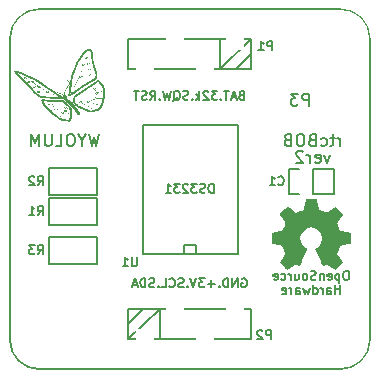
<source format=gbo>
G04 (created by PCBNEW (2013-03-15 BZR 4003)-stable) date 22-Apr-13 3:44:31 PM*
%MOIN*%
G04 Gerber Fmt 3.4, Leading zero omitted, Abs format*
%FSLAX34Y34*%
G01*
G70*
G90*
G04 APERTURE LIST*
%ADD10C,0.003*%
%ADD11C,0.006*%
%ADD12C,0.005*%
%ADD13C,0.008*%
%ADD14C,0.0075*%
%ADD15C,0.0001*%
%ADD16R,0.08X0.08*%
%ADD17C,0.08*%
%ADD18R,0.065X0.04*%
%ADD19C,0.195*%
%ADD20R,0.06X0.1*%
%ADD21R,0.0712X0.079*%
%ADD22R,0.062X0.076*%
G04 APERTURE END LIST*
G54D10*
G54D11*
X20680Y-14845D02*
X20585Y-15111D01*
X20490Y-14845D01*
X20185Y-15092D02*
X20223Y-15111D01*
X20299Y-15111D01*
X20338Y-15092D01*
X20357Y-15054D01*
X20357Y-14902D01*
X20338Y-14864D01*
X20299Y-14845D01*
X20223Y-14845D01*
X20185Y-14864D01*
X20166Y-14902D01*
X20166Y-14940D01*
X20357Y-14978D01*
X19995Y-15111D02*
X19995Y-14845D01*
X19995Y-14921D02*
X19976Y-14883D01*
X19957Y-14864D01*
X19919Y-14845D01*
X19880Y-14845D01*
X19766Y-14750D02*
X19747Y-14730D01*
X19709Y-14711D01*
X19614Y-14711D01*
X19576Y-14730D01*
X19557Y-14750D01*
X19538Y-14788D01*
X19538Y-14826D01*
X19557Y-14883D01*
X19785Y-15111D01*
X19538Y-15111D01*
G54D12*
X22000Y-11000D02*
G75*
G03X21000Y-10000I-1000J0D01*
G74*
G01*
X11000Y-10000D02*
G75*
G03X10000Y-11000I0J-1000D01*
G74*
G01*
X10000Y-21000D02*
G75*
G03X11000Y-22000I1000J0D01*
G74*
G01*
X21000Y-22000D02*
G75*
G03X22000Y-21000I0J1000D01*
G74*
G01*
X21242Y-18721D02*
X21185Y-18721D01*
X21157Y-18735D01*
X21128Y-18764D01*
X21114Y-18821D01*
X21114Y-18921D01*
X21128Y-18978D01*
X21157Y-19007D01*
X21185Y-19021D01*
X21242Y-19021D01*
X21271Y-19007D01*
X21300Y-18978D01*
X21314Y-18921D01*
X21314Y-18821D01*
X21300Y-18764D01*
X21271Y-18735D01*
X21242Y-18721D01*
X20985Y-18821D02*
X20985Y-19121D01*
X20985Y-18835D02*
X20957Y-18821D01*
X20900Y-18821D01*
X20871Y-18835D01*
X20857Y-18850D01*
X20842Y-18878D01*
X20842Y-18964D01*
X20857Y-18992D01*
X20871Y-19007D01*
X20900Y-19021D01*
X20957Y-19021D01*
X20985Y-19007D01*
X20600Y-19007D02*
X20628Y-19021D01*
X20685Y-19021D01*
X20714Y-19007D01*
X20728Y-18978D01*
X20728Y-18864D01*
X20714Y-18835D01*
X20685Y-18821D01*
X20628Y-18821D01*
X20600Y-18835D01*
X20585Y-18864D01*
X20585Y-18892D01*
X20728Y-18921D01*
X20457Y-18821D02*
X20457Y-19021D01*
X20457Y-18850D02*
X20442Y-18835D01*
X20414Y-18821D01*
X20371Y-18821D01*
X20342Y-18835D01*
X20328Y-18864D01*
X20328Y-19021D01*
X20199Y-19007D02*
X20157Y-19021D01*
X20085Y-19021D01*
X20057Y-19007D01*
X20042Y-18992D01*
X20028Y-18964D01*
X20028Y-18935D01*
X20042Y-18907D01*
X20057Y-18892D01*
X20085Y-18878D01*
X20142Y-18864D01*
X20171Y-18850D01*
X20185Y-18835D01*
X20199Y-18807D01*
X20199Y-18778D01*
X20185Y-18750D01*
X20171Y-18735D01*
X20142Y-18721D01*
X20071Y-18721D01*
X20028Y-18735D01*
X19857Y-19021D02*
X19885Y-19007D01*
X19899Y-18992D01*
X19914Y-18964D01*
X19914Y-18878D01*
X19899Y-18850D01*
X19885Y-18835D01*
X19857Y-18821D01*
X19814Y-18821D01*
X19785Y-18835D01*
X19771Y-18850D01*
X19757Y-18878D01*
X19757Y-18964D01*
X19771Y-18992D01*
X19785Y-19007D01*
X19814Y-19021D01*
X19857Y-19021D01*
X19499Y-18821D02*
X19499Y-19021D01*
X19628Y-18821D02*
X19628Y-18978D01*
X19614Y-19007D01*
X19585Y-19021D01*
X19542Y-19021D01*
X19514Y-19007D01*
X19499Y-18992D01*
X19357Y-19021D02*
X19357Y-18821D01*
X19357Y-18878D02*
X19342Y-18850D01*
X19328Y-18835D01*
X19299Y-18821D01*
X19271Y-18821D01*
X19042Y-19007D02*
X19071Y-19021D01*
X19128Y-19021D01*
X19157Y-19007D01*
X19171Y-18992D01*
X19185Y-18964D01*
X19185Y-18878D01*
X19171Y-18850D01*
X19157Y-18835D01*
X19128Y-18821D01*
X19071Y-18821D01*
X19042Y-18835D01*
X18799Y-19007D02*
X18828Y-19021D01*
X18885Y-19021D01*
X18914Y-19007D01*
X18928Y-18978D01*
X18928Y-18864D01*
X18914Y-18835D01*
X18885Y-18821D01*
X18828Y-18821D01*
X18799Y-18835D01*
X18785Y-18864D01*
X18785Y-18892D01*
X18928Y-18921D01*
X21014Y-19491D02*
X21014Y-19191D01*
X21014Y-19334D02*
X20842Y-19334D01*
X20842Y-19491D02*
X20842Y-19191D01*
X20571Y-19491D02*
X20571Y-19334D01*
X20585Y-19305D01*
X20614Y-19291D01*
X20671Y-19291D01*
X20700Y-19305D01*
X20571Y-19477D02*
X20600Y-19491D01*
X20671Y-19491D01*
X20700Y-19477D01*
X20714Y-19448D01*
X20714Y-19420D01*
X20700Y-19391D01*
X20671Y-19377D01*
X20600Y-19377D01*
X20571Y-19362D01*
X20428Y-19491D02*
X20428Y-19291D01*
X20428Y-19348D02*
X20414Y-19320D01*
X20400Y-19305D01*
X20371Y-19291D01*
X20342Y-19291D01*
X20114Y-19491D02*
X20114Y-19191D01*
X20114Y-19477D02*
X20142Y-19491D01*
X20200Y-19491D01*
X20228Y-19477D01*
X20242Y-19462D01*
X20257Y-19434D01*
X20257Y-19348D01*
X20242Y-19320D01*
X20228Y-19305D01*
X20200Y-19291D01*
X20142Y-19291D01*
X20114Y-19305D01*
X20000Y-19291D02*
X19942Y-19491D01*
X19885Y-19348D01*
X19828Y-19491D01*
X19771Y-19291D01*
X19528Y-19491D02*
X19528Y-19334D01*
X19542Y-19305D01*
X19571Y-19291D01*
X19628Y-19291D01*
X19657Y-19305D01*
X19528Y-19477D02*
X19557Y-19491D01*
X19628Y-19491D01*
X19657Y-19477D01*
X19671Y-19448D01*
X19671Y-19420D01*
X19657Y-19391D01*
X19628Y-19377D01*
X19557Y-19377D01*
X19528Y-19362D01*
X19385Y-19491D02*
X19385Y-19291D01*
X19385Y-19348D02*
X19371Y-19320D01*
X19357Y-19305D01*
X19328Y-19291D01*
X19299Y-19291D01*
X19085Y-19477D02*
X19114Y-19491D01*
X19171Y-19491D01*
X19199Y-19477D01*
X19214Y-19448D01*
X19214Y-19334D01*
X19199Y-19305D01*
X19171Y-19291D01*
X19114Y-19291D01*
X19085Y-19305D01*
X19071Y-19334D01*
X19071Y-19362D01*
X19214Y-19391D01*
X17735Y-18985D02*
X17764Y-18971D01*
X17807Y-18971D01*
X17849Y-18985D01*
X17878Y-19014D01*
X17892Y-19042D01*
X17907Y-19100D01*
X17907Y-19142D01*
X17892Y-19200D01*
X17878Y-19228D01*
X17849Y-19257D01*
X17807Y-19271D01*
X17778Y-19271D01*
X17735Y-19257D01*
X17721Y-19242D01*
X17721Y-19142D01*
X17778Y-19142D01*
X17592Y-19271D02*
X17592Y-18971D01*
X17421Y-19271D01*
X17421Y-18971D01*
X17278Y-19271D02*
X17278Y-18971D01*
X17207Y-18971D01*
X17164Y-18985D01*
X17135Y-19014D01*
X17121Y-19042D01*
X17107Y-19100D01*
X17107Y-19142D01*
X17121Y-19200D01*
X17135Y-19228D01*
X17164Y-19257D01*
X17207Y-19271D01*
X17278Y-19271D01*
X16978Y-19242D02*
X16964Y-19257D01*
X16978Y-19271D01*
X16992Y-19257D01*
X16978Y-19242D01*
X16978Y-19271D01*
X16835Y-19157D02*
X16607Y-19157D01*
X16721Y-19271D02*
X16721Y-19042D01*
X16492Y-18971D02*
X16307Y-18971D01*
X16407Y-19085D01*
X16364Y-19085D01*
X16335Y-19100D01*
X16321Y-19114D01*
X16307Y-19142D01*
X16307Y-19214D01*
X16321Y-19242D01*
X16335Y-19257D01*
X16364Y-19271D01*
X16449Y-19271D01*
X16478Y-19257D01*
X16492Y-19242D01*
X16221Y-18971D02*
X16121Y-19271D01*
X16021Y-18971D01*
X15921Y-19242D02*
X15907Y-19257D01*
X15921Y-19271D01*
X15935Y-19257D01*
X15921Y-19242D01*
X15921Y-19271D01*
X15792Y-19257D02*
X15749Y-19271D01*
X15678Y-19271D01*
X15649Y-19257D01*
X15635Y-19242D01*
X15621Y-19214D01*
X15621Y-19185D01*
X15635Y-19157D01*
X15649Y-19142D01*
X15678Y-19128D01*
X15735Y-19114D01*
X15764Y-19100D01*
X15778Y-19085D01*
X15792Y-19057D01*
X15792Y-19028D01*
X15778Y-19000D01*
X15764Y-18985D01*
X15735Y-18971D01*
X15664Y-18971D01*
X15621Y-18985D01*
X15321Y-19242D02*
X15335Y-19257D01*
X15378Y-19271D01*
X15407Y-19271D01*
X15449Y-19257D01*
X15478Y-19228D01*
X15492Y-19200D01*
X15507Y-19142D01*
X15507Y-19100D01*
X15492Y-19042D01*
X15478Y-19014D01*
X15449Y-18985D01*
X15407Y-18971D01*
X15378Y-18971D01*
X15335Y-18985D01*
X15321Y-19000D01*
X15049Y-19271D02*
X15192Y-19271D01*
X15192Y-18971D01*
X14949Y-19242D02*
X14935Y-19257D01*
X14949Y-19271D01*
X14964Y-19257D01*
X14949Y-19242D01*
X14949Y-19271D01*
X14821Y-19257D02*
X14778Y-19271D01*
X14707Y-19271D01*
X14678Y-19257D01*
X14664Y-19242D01*
X14650Y-19214D01*
X14650Y-19185D01*
X14664Y-19157D01*
X14678Y-19142D01*
X14707Y-19128D01*
X14764Y-19114D01*
X14792Y-19100D01*
X14807Y-19085D01*
X14821Y-19057D01*
X14821Y-19028D01*
X14807Y-19000D01*
X14792Y-18985D01*
X14764Y-18971D01*
X14692Y-18971D01*
X14650Y-18985D01*
X14521Y-19271D02*
X14521Y-18971D01*
X14450Y-18971D01*
X14407Y-18985D01*
X14378Y-19014D01*
X14364Y-19042D01*
X14350Y-19100D01*
X14350Y-19142D01*
X14364Y-19200D01*
X14378Y-19228D01*
X14407Y-19257D01*
X14450Y-19271D01*
X14521Y-19271D01*
X14235Y-19185D02*
X14092Y-19185D01*
X14264Y-19271D02*
X14164Y-18971D01*
X14064Y-19271D01*
G54D11*
X19970Y-13211D02*
X19970Y-12811D01*
X19817Y-12811D01*
X19779Y-12830D01*
X19760Y-12850D01*
X19741Y-12888D01*
X19741Y-12945D01*
X19760Y-12983D01*
X19779Y-13002D01*
X19817Y-13021D01*
X19970Y-13021D01*
X19608Y-12811D02*
X19360Y-12811D01*
X19494Y-12964D01*
X19436Y-12964D01*
X19398Y-12983D01*
X19379Y-13002D01*
X19360Y-13040D01*
X19360Y-13135D01*
X19379Y-13173D01*
X19398Y-13192D01*
X19436Y-13211D01*
X19551Y-13211D01*
X19589Y-13192D01*
X19608Y-13173D01*
G54D12*
X10000Y-21000D02*
X10000Y-11000D01*
X21000Y-22000D02*
X11000Y-22000D01*
X22000Y-11000D02*
X22000Y-21000D01*
X11000Y-10000D02*
X21000Y-10000D01*
G54D11*
X12977Y-14161D02*
X12882Y-14561D01*
X12805Y-14276D01*
X12729Y-14561D01*
X12634Y-14161D01*
X12405Y-14371D02*
X12405Y-14561D01*
X12539Y-14161D02*
X12405Y-14371D01*
X12272Y-14161D01*
X12063Y-14161D02*
X11986Y-14161D01*
X11948Y-14180D01*
X11910Y-14219D01*
X11891Y-14295D01*
X11891Y-14428D01*
X11910Y-14504D01*
X11948Y-14542D01*
X11986Y-14561D01*
X12063Y-14561D01*
X12101Y-14542D01*
X12139Y-14504D01*
X12158Y-14428D01*
X12158Y-14295D01*
X12139Y-14219D01*
X12101Y-14180D01*
X12063Y-14161D01*
X11529Y-14561D02*
X11720Y-14561D01*
X11720Y-14161D01*
X11396Y-14161D02*
X11396Y-14485D01*
X11377Y-14523D01*
X11358Y-14542D01*
X11320Y-14561D01*
X11244Y-14561D01*
X11205Y-14542D01*
X11186Y-14523D01*
X11167Y-14485D01*
X11167Y-14161D01*
X10977Y-14561D02*
X10977Y-14161D01*
X10844Y-14447D01*
X10710Y-14161D01*
X10710Y-14561D01*
X21023Y-14561D02*
X21023Y-14295D01*
X21023Y-14371D02*
X21004Y-14333D01*
X20985Y-14314D01*
X20947Y-14295D01*
X20909Y-14295D01*
X20833Y-14295D02*
X20680Y-14295D01*
X20776Y-14161D02*
X20776Y-14504D01*
X20757Y-14542D01*
X20719Y-14561D01*
X20680Y-14561D01*
X20376Y-14542D02*
X20414Y-14561D01*
X20490Y-14561D01*
X20528Y-14542D01*
X20547Y-14523D01*
X20566Y-14485D01*
X20566Y-14371D01*
X20547Y-14333D01*
X20528Y-14314D01*
X20490Y-14295D01*
X20414Y-14295D01*
X20376Y-14314D01*
X20071Y-14352D02*
X20014Y-14371D01*
X19995Y-14390D01*
X19976Y-14428D01*
X19976Y-14485D01*
X19995Y-14523D01*
X20014Y-14542D01*
X20052Y-14561D01*
X20204Y-14561D01*
X20204Y-14161D01*
X20071Y-14161D01*
X20033Y-14180D01*
X20014Y-14200D01*
X19995Y-14238D01*
X19995Y-14276D01*
X20014Y-14314D01*
X20033Y-14333D01*
X20071Y-14352D01*
X20204Y-14352D01*
X19728Y-14161D02*
X19652Y-14161D01*
X19614Y-14180D01*
X19576Y-14219D01*
X19557Y-14295D01*
X19557Y-14428D01*
X19576Y-14504D01*
X19614Y-14542D01*
X19652Y-14561D01*
X19728Y-14561D01*
X19766Y-14542D01*
X19804Y-14504D01*
X19823Y-14428D01*
X19823Y-14295D01*
X19804Y-14219D01*
X19766Y-14180D01*
X19728Y-14161D01*
X19252Y-14352D02*
X19195Y-14371D01*
X19176Y-14390D01*
X19157Y-14428D01*
X19157Y-14485D01*
X19176Y-14523D01*
X19195Y-14542D01*
X19233Y-14561D01*
X19385Y-14561D01*
X19385Y-14161D01*
X19252Y-14161D01*
X19214Y-14180D01*
X19195Y-14200D01*
X19176Y-14238D01*
X19176Y-14276D01*
X19195Y-14314D01*
X19214Y-14333D01*
X19252Y-14352D01*
X19385Y-14352D01*
G54D12*
X17721Y-12864D02*
X17678Y-12878D01*
X17664Y-12892D01*
X17649Y-12921D01*
X17649Y-12964D01*
X17664Y-12992D01*
X17678Y-13007D01*
X17707Y-13021D01*
X17821Y-13021D01*
X17821Y-12721D01*
X17721Y-12721D01*
X17692Y-12735D01*
X17678Y-12750D01*
X17664Y-12778D01*
X17664Y-12807D01*
X17678Y-12835D01*
X17692Y-12850D01*
X17721Y-12864D01*
X17821Y-12864D01*
X17535Y-12935D02*
X17392Y-12935D01*
X17564Y-13021D02*
X17464Y-12721D01*
X17364Y-13021D01*
X17307Y-12721D02*
X17135Y-12721D01*
X17221Y-13021D02*
X17221Y-12721D01*
X17035Y-12992D02*
X17021Y-13007D01*
X17035Y-13021D01*
X17049Y-13007D01*
X17035Y-12992D01*
X17035Y-13021D01*
X16921Y-12721D02*
X16735Y-12721D01*
X16835Y-12835D01*
X16792Y-12835D01*
X16764Y-12850D01*
X16749Y-12864D01*
X16735Y-12892D01*
X16735Y-12964D01*
X16749Y-12992D01*
X16764Y-13007D01*
X16792Y-13021D01*
X16878Y-13021D01*
X16907Y-13007D01*
X16921Y-12992D01*
X16621Y-12750D02*
X16607Y-12735D01*
X16578Y-12721D01*
X16507Y-12721D01*
X16478Y-12735D01*
X16464Y-12750D01*
X16450Y-12778D01*
X16450Y-12807D01*
X16464Y-12850D01*
X16635Y-13021D01*
X16450Y-13021D01*
X16321Y-13021D02*
X16321Y-12721D01*
X16292Y-12907D02*
X16207Y-13021D01*
X16207Y-12821D02*
X16321Y-12935D01*
X16078Y-12992D02*
X16064Y-13007D01*
X16078Y-13021D01*
X16092Y-13007D01*
X16078Y-12992D01*
X16078Y-13021D01*
X15950Y-13007D02*
X15907Y-13021D01*
X15835Y-13021D01*
X15807Y-13007D01*
X15792Y-12992D01*
X15778Y-12964D01*
X15778Y-12935D01*
X15792Y-12907D01*
X15807Y-12892D01*
X15835Y-12878D01*
X15892Y-12864D01*
X15921Y-12850D01*
X15935Y-12835D01*
X15950Y-12807D01*
X15950Y-12778D01*
X15935Y-12750D01*
X15921Y-12735D01*
X15892Y-12721D01*
X15821Y-12721D01*
X15778Y-12735D01*
X15450Y-13050D02*
X15478Y-13035D01*
X15507Y-13007D01*
X15550Y-12964D01*
X15578Y-12950D01*
X15607Y-12950D01*
X15592Y-13021D02*
X15621Y-13007D01*
X15650Y-12978D01*
X15664Y-12921D01*
X15664Y-12821D01*
X15650Y-12764D01*
X15621Y-12735D01*
X15592Y-12721D01*
X15535Y-12721D01*
X15507Y-12735D01*
X15478Y-12764D01*
X15464Y-12821D01*
X15464Y-12921D01*
X15478Y-12978D01*
X15507Y-13007D01*
X15535Y-13021D01*
X15592Y-13021D01*
X15364Y-12721D02*
X15292Y-13021D01*
X15235Y-12807D01*
X15178Y-13021D01*
X15107Y-12721D01*
X14992Y-12992D02*
X14978Y-13007D01*
X14992Y-13021D01*
X15007Y-13007D01*
X14992Y-12992D01*
X14992Y-13021D01*
X14678Y-13021D02*
X14778Y-12878D01*
X14850Y-13021D02*
X14850Y-12721D01*
X14735Y-12721D01*
X14707Y-12735D01*
X14692Y-12750D01*
X14678Y-12778D01*
X14678Y-12821D01*
X14692Y-12850D01*
X14707Y-12864D01*
X14735Y-12878D01*
X14850Y-12878D01*
X14564Y-13007D02*
X14521Y-13021D01*
X14450Y-13021D01*
X14421Y-13007D01*
X14407Y-12992D01*
X14392Y-12964D01*
X14392Y-12935D01*
X14407Y-12907D01*
X14421Y-12892D01*
X14450Y-12878D01*
X14507Y-12864D01*
X14535Y-12850D01*
X14550Y-12835D01*
X14564Y-12807D01*
X14564Y-12778D01*
X14550Y-12750D01*
X14535Y-12735D01*
X14507Y-12721D01*
X14435Y-12721D01*
X14392Y-12735D01*
X14307Y-12721D02*
X14135Y-12721D01*
X14221Y-13021D02*
X14221Y-12721D01*
G54D13*
X14450Y-18150D02*
X17600Y-18150D01*
X17600Y-13850D02*
X14450Y-13850D01*
X17600Y-18150D02*
X17600Y-13850D01*
X14450Y-13850D02*
X14450Y-18150D01*
X16200Y-18150D02*
X16200Y-17850D01*
X16200Y-17850D02*
X15800Y-17850D01*
X15800Y-17850D02*
X15800Y-18150D01*
G54D14*
X18050Y-11500D02*
X17550Y-12000D01*
X18050Y-11000D02*
X17000Y-12000D01*
X17000Y-11000D02*
X17000Y-12000D01*
X13950Y-11000D02*
X15200Y-11000D01*
X17200Y-11000D02*
X15800Y-11000D01*
X18050Y-11000D02*
X17800Y-11000D01*
X14200Y-12000D02*
X13950Y-12000D01*
X16200Y-12000D02*
X14800Y-12000D01*
X18050Y-12000D02*
X16800Y-12000D01*
X13950Y-12000D02*
X13950Y-11000D01*
X18050Y-11000D02*
X18050Y-12000D01*
X13950Y-20500D02*
X14450Y-20000D01*
X13950Y-21000D02*
X15000Y-20000D01*
X15000Y-21000D02*
X15000Y-20000D01*
X18050Y-21000D02*
X16800Y-21000D01*
X14800Y-21000D02*
X16200Y-21000D01*
X13950Y-21000D02*
X14200Y-21000D01*
X17800Y-20000D02*
X18050Y-20000D01*
X15800Y-20000D02*
X17200Y-20000D01*
X13950Y-20000D02*
X15200Y-20000D01*
X18050Y-20000D02*
X18050Y-21000D01*
X13950Y-21000D02*
X13950Y-20000D01*
G54D12*
X12900Y-16300D02*
X11300Y-16300D01*
X11300Y-16300D02*
X11300Y-17200D01*
X11300Y-17200D02*
X12900Y-17200D01*
X12900Y-17200D02*
X12900Y-16300D01*
X12900Y-15300D02*
X11300Y-15300D01*
X11300Y-15300D02*
X11300Y-16200D01*
X11300Y-16200D02*
X12900Y-16200D01*
X12900Y-16200D02*
X12900Y-15300D01*
X12900Y-17600D02*
X11300Y-17600D01*
X11300Y-17600D02*
X11300Y-18500D01*
X11300Y-18500D02*
X12900Y-18500D01*
X12900Y-18500D02*
X12900Y-17600D01*
G54D11*
X20800Y-15325D02*
X20100Y-15325D01*
X20800Y-16175D02*
X20100Y-16175D01*
X19650Y-15325D02*
X19300Y-15325D01*
X19300Y-16175D02*
X19650Y-16175D01*
X20100Y-16175D02*
X20100Y-15325D01*
X20800Y-16175D02*
X20800Y-15325D01*
X19300Y-16175D02*
X19300Y-15325D01*
G54D15*
G36*
X12590Y-11320D02*
X12600Y-11320D01*
X12600Y-11330D01*
X12590Y-11330D01*
X12590Y-11320D01*
X12590Y-11320D01*
G37*
G36*
X12600Y-11320D02*
X12610Y-11320D01*
X12610Y-11330D01*
X12600Y-11330D01*
X12600Y-11320D01*
X12600Y-11320D01*
G37*
G36*
X12610Y-11320D02*
X12620Y-11320D01*
X12620Y-11330D01*
X12610Y-11330D01*
X12610Y-11320D01*
X12610Y-11320D01*
G37*
G36*
X12620Y-11320D02*
X12630Y-11320D01*
X12630Y-11330D01*
X12620Y-11330D01*
X12620Y-11320D01*
X12620Y-11320D01*
G37*
G36*
X12630Y-11320D02*
X12640Y-11320D01*
X12640Y-11330D01*
X12630Y-11330D01*
X12630Y-11320D01*
X12630Y-11320D01*
G37*
G36*
X12580Y-11330D02*
X12590Y-11330D01*
X12590Y-11340D01*
X12580Y-11340D01*
X12580Y-11330D01*
X12580Y-11330D01*
G37*
G36*
X12590Y-11330D02*
X12600Y-11330D01*
X12600Y-11340D01*
X12590Y-11340D01*
X12590Y-11330D01*
X12590Y-11330D01*
G37*
G36*
X12600Y-11330D02*
X12610Y-11330D01*
X12610Y-11340D01*
X12600Y-11340D01*
X12600Y-11330D01*
X12600Y-11330D01*
G37*
G36*
X12610Y-11330D02*
X12620Y-11330D01*
X12620Y-11340D01*
X12610Y-11340D01*
X12610Y-11330D01*
X12610Y-11330D01*
G37*
G36*
X12620Y-11330D02*
X12630Y-11330D01*
X12630Y-11340D01*
X12620Y-11340D01*
X12620Y-11330D01*
X12620Y-11330D01*
G37*
G36*
X12630Y-11330D02*
X12640Y-11330D01*
X12640Y-11340D01*
X12630Y-11340D01*
X12630Y-11330D01*
X12630Y-11330D01*
G37*
G36*
X12640Y-11330D02*
X12650Y-11330D01*
X12650Y-11340D01*
X12640Y-11340D01*
X12640Y-11330D01*
X12640Y-11330D01*
G37*
G36*
X12650Y-11330D02*
X12660Y-11330D01*
X12660Y-11340D01*
X12650Y-11340D01*
X12650Y-11330D01*
X12650Y-11330D01*
G37*
G36*
X12660Y-11330D02*
X12670Y-11330D01*
X12670Y-11340D01*
X12660Y-11340D01*
X12660Y-11330D01*
X12660Y-11330D01*
G37*
G36*
X12670Y-11330D02*
X12680Y-11330D01*
X12680Y-11340D01*
X12670Y-11340D01*
X12670Y-11330D01*
X12670Y-11330D01*
G37*
G36*
X12560Y-11340D02*
X12570Y-11340D01*
X12570Y-11350D01*
X12560Y-11350D01*
X12560Y-11340D01*
X12560Y-11340D01*
G37*
G36*
X12570Y-11340D02*
X12580Y-11340D01*
X12580Y-11350D01*
X12570Y-11350D01*
X12570Y-11340D01*
X12570Y-11340D01*
G37*
G36*
X12580Y-11340D02*
X12590Y-11340D01*
X12590Y-11350D01*
X12580Y-11350D01*
X12580Y-11340D01*
X12580Y-11340D01*
G37*
G36*
X12590Y-11340D02*
X12600Y-11340D01*
X12600Y-11350D01*
X12590Y-11350D01*
X12590Y-11340D01*
X12590Y-11340D01*
G37*
G36*
X12600Y-11340D02*
X12610Y-11340D01*
X12610Y-11350D01*
X12600Y-11350D01*
X12600Y-11340D01*
X12600Y-11340D01*
G37*
G36*
X12610Y-11340D02*
X12620Y-11340D01*
X12620Y-11350D01*
X12610Y-11350D01*
X12610Y-11340D01*
X12610Y-11340D01*
G37*
G36*
X12620Y-11340D02*
X12630Y-11340D01*
X12630Y-11350D01*
X12620Y-11350D01*
X12620Y-11340D01*
X12620Y-11340D01*
G37*
G36*
X12630Y-11340D02*
X12640Y-11340D01*
X12640Y-11350D01*
X12630Y-11350D01*
X12630Y-11340D01*
X12630Y-11340D01*
G37*
G36*
X12640Y-11340D02*
X12650Y-11340D01*
X12650Y-11350D01*
X12640Y-11350D01*
X12640Y-11340D01*
X12640Y-11340D01*
G37*
G36*
X12650Y-11340D02*
X12660Y-11340D01*
X12660Y-11350D01*
X12650Y-11350D01*
X12650Y-11340D01*
X12650Y-11340D01*
G37*
G36*
X12660Y-11340D02*
X12670Y-11340D01*
X12670Y-11350D01*
X12660Y-11350D01*
X12660Y-11340D01*
X12660Y-11340D01*
G37*
G36*
X12670Y-11340D02*
X12680Y-11340D01*
X12680Y-11350D01*
X12670Y-11350D01*
X12670Y-11340D01*
X12670Y-11340D01*
G37*
G36*
X12680Y-11340D02*
X12690Y-11340D01*
X12690Y-11350D01*
X12680Y-11350D01*
X12680Y-11340D01*
X12680Y-11340D01*
G37*
G36*
X12690Y-11340D02*
X12700Y-11340D01*
X12700Y-11350D01*
X12690Y-11350D01*
X12690Y-11340D01*
X12690Y-11340D01*
G37*
G36*
X12700Y-11340D02*
X12710Y-11340D01*
X12710Y-11350D01*
X12700Y-11350D01*
X12700Y-11340D01*
X12700Y-11340D01*
G37*
G36*
X12540Y-11350D02*
X12550Y-11350D01*
X12550Y-11360D01*
X12540Y-11360D01*
X12540Y-11350D01*
X12540Y-11350D01*
G37*
G36*
X12550Y-11350D02*
X12560Y-11350D01*
X12560Y-11360D01*
X12550Y-11360D01*
X12550Y-11350D01*
X12550Y-11350D01*
G37*
G36*
X12560Y-11350D02*
X12570Y-11350D01*
X12570Y-11360D01*
X12560Y-11360D01*
X12560Y-11350D01*
X12560Y-11350D01*
G37*
G36*
X12570Y-11350D02*
X12580Y-11350D01*
X12580Y-11360D01*
X12570Y-11360D01*
X12570Y-11350D01*
X12570Y-11350D01*
G37*
G36*
X12580Y-11350D02*
X12590Y-11350D01*
X12590Y-11360D01*
X12580Y-11360D01*
X12580Y-11350D01*
X12580Y-11350D01*
G37*
G36*
X12590Y-11350D02*
X12600Y-11350D01*
X12600Y-11360D01*
X12590Y-11360D01*
X12590Y-11350D01*
X12590Y-11350D01*
G37*
G36*
X12600Y-11350D02*
X12610Y-11350D01*
X12610Y-11360D01*
X12600Y-11360D01*
X12600Y-11350D01*
X12600Y-11350D01*
G37*
G36*
X12610Y-11350D02*
X12620Y-11350D01*
X12620Y-11360D01*
X12610Y-11360D01*
X12610Y-11350D01*
X12610Y-11350D01*
G37*
G36*
X12620Y-11350D02*
X12630Y-11350D01*
X12630Y-11360D01*
X12620Y-11360D01*
X12620Y-11350D01*
X12620Y-11350D01*
G37*
G36*
X12630Y-11350D02*
X12640Y-11350D01*
X12640Y-11360D01*
X12630Y-11360D01*
X12630Y-11350D01*
X12630Y-11350D01*
G37*
G36*
X12640Y-11350D02*
X12650Y-11350D01*
X12650Y-11360D01*
X12640Y-11360D01*
X12640Y-11350D01*
X12640Y-11350D01*
G37*
G36*
X12650Y-11350D02*
X12660Y-11350D01*
X12660Y-11360D01*
X12650Y-11360D01*
X12650Y-11350D01*
X12650Y-11350D01*
G37*
G36*
X12660Y-11350D02*
X12670Y-11350D01*
X12670Y-11360D01*
X12660Y-11360D01*
X12660Y-11350D01*
X12660Y-11350D01*
G37*
G36*
X12670Y-11350D02*
X12680Y-11350D01*
X12680Y-11360D01*
X12670Y-11360D01*
X12670Y-11350D01*
X12670Y-11350D01*
G37*
G36*
X12680Y-11350D02*
X12690Y-11350D01*
X12690Y-11360D01*
X12680Y-11360D01*
X12680Y-11350D01*
X12680Y-11350D01*
G37*
G36*
X12690Y-11350D02*
X12700Y-11350D01*
X12700Y-11360D01*
X12690Y-11360D01*
X12690Y-11350D01*
X12690Y-11350D01*
G37*
G36*
X12700Y-11350D02*
X12710Y-11350D01*
X12710Y-11360D01*
X12700Y-11360D01*
X12700Y-11350D01*
X12700Y-11350D01*
G37*
G36*
X12710Y-11350D02*
X12720Y-11350D01*
X12720Y-11360D01*
X12710Y-11360D01*
X12710Y-11350D01*
X12710Y-11350D01*
G37*
G36*
X12530Y-11360D02*
X12540Y-11360D01*
X12540Y-11370D01*
X12530Y-11370D01*
X12530Y-11360D01*
X12530Y-11360D01*
G37*
G36*
X12540Y-11360D02*
X12550Y-11360D01*
X12550Y-11370D01*
X12540Y-11370D01*
X12540Y-11360D01*
X12540Y-11360D01*
G37*
G36*
X12550Y-11360D02*
X12560Y-11360D01*
X12560Y-11370D01*
X12550Y-11370D01*
X12550Y-11360D01*
X12550Y-11360D01*
G37*
G36*
X12560Y-11360D02*
X12570Y-11360D01*
X12570Y-11370D01*
X12560Y-11370D01*
X12560Y-11360D01*
X12560Y-11360D01*
G37*
G36*
X12570Y-11360D02*
X12580Y-11360D01*
X12580Y-11370D01*
X12570Y-11370D01*
X12570Y-11360D01*
X12570Y-11360D01*
G37*
G36*
X12580Y-11360D02*
X12590Y-11360D01*
X12590Y-11370D01*
X12580Y-11370D01*
X12580Y-11360D01*
X12580Y-11360D01*
G37*
G36*
X12590Y-11360D02*
X12600Y-11360D01*
X12600Y-11370D01*
X12590Y-11370D01*
X12590Y-11360D01*
X12590Y-11360D01*
G37*
G36*
X12600Y-11360D02*
X12610Y-11360D01*
X12610Y-11370D01*
X12600Y-11370D01*
X12600Y-11360D01*
X12600Y-11360D01*
G37*
G36*
X12610Y-11360D02*
X12620Y-11360D01*
X12620Y-11370D01*
X12610Y-11370D01*
X12610Y-11360D01*
X12610Y-11360D01*
G37*
G36*
X12620Y-11360D02*
X12630Y-11360D01*
X12630Y-11370D01*
X12620Y-11370D01*
X12620Y-11360D01*
X12620Y-11360D01*
G37*
G36*
X12630Y-11360D02*
X12640Y-11360D01*
X12640Y-11370D01*
X12630Y-11370D01*
X12630Y-11360D01*
X12630Y-11360D01*
G37*
G36*
X12640Y-11360D02*
X12650Y-11360D01*
X12650Y-11370D01*
X12640Y-11370D01*
X12640Y-11360D01*
X12640Y-11360D01*
G37*
G36*
X12650Y-11360D02*
X12660Y-11360D01*
X12660Y-11370D01*
X12650Y-11370D01*
X12650Y-11360D01*
X12650Y-11360D01*
G37*
G36*
X12660Y-11360D02*
X12670Y-11360D01*
X12670Y-11370D01*
X12660Y-11370D01*
X12660Y-11360D01*
X12660Y-11360D01*
G37*
G36*
X12670Y-11360D02*
X12680Y-11360D01*
X12680Y-11370D01*
X12670Y-11370D01*
X12670Y-11360D01*
X12670Y-11360D01*
G37*
G36*
X12680Y-11360D02*
X12690Y-11360D01*
X12690Y-11370D01*
X12680Y-11370D01*
X12680Y-11360D01*
X12680Y-11360D01*
G37*
G36*
X12690Y-11360D02*
X12700Y-11360D01*
X12700Y-11370D01*
X12690Y-11370D01*
X12690Y-11360D01*
X12690Y-11360D01*
G37*
G36*
X12700Y-11360D02*
X12710Y-11360D01*
X12710Y-11370D01*
X12700Y-11370D01*
X12700Y-11360D01*
X12700Y-11360D01*
G37*
G36*
X12710Y-11360D02*
X12720Y-11360D01*
X12720Y-11370D01*
X12710Y-11370D01*
X12710Y-11360D01*
X12710Y-11360D01*
G37*
G36*
X12720Y-11360D02*
X12730Y-11360D01*
X12730Y-11370D01*
X12720Y-11370D01*
X12720Y-11360D01*
X12720Y-11360D01*
G37*
G36*
X12510Y-11370D02*
X12520Y-11370D01*
X12520Y-11380D01*
X12510Y-11380D01*
X12510Y-11370D01*
X12510Y-11370D01*
G37*
G36*
X12520Y-11370D02*
X12530Y-11370D01*
X12530Y-11380D01*
X12520Y-11380D01*
X12520Y-11370D01*
X12520Y-11370D01*
G37*
G36*
X12530Y-11370D02*
X12540Y-11370D01*
X12540Y-11380D01*
X12530Y-11380D01*
X12530Y-11370D01*
X12530Y-11370D01*
G37*
G36*
X12540Y-11370D02*
X12550Y-11370D01*
X12550Y-11380D01*
X12540Y-11380D01*
X12540Y-11370D01*
X12540Y-11370D01*
G37*
G36*
X12550Y-11370D02*
X12560Y-11370D01*
X12560Y-11380D01*
X12550Y-11380D01*
X12550Y-11370D01*
X12550Y-11370D01*
G37*
G36*
X12560Y-11370D02*
X12570Y-11370D01*
X12570Y-11380D01*
X12560Y-11380D01*
X12560Y-11370D01*
X12560Y-11370D01*
G37*
G36*
X12570Y-11370D02*
X12580Y-11370D01*
X12580Y-11380D01*
X12570Y-11380D01*
X12570Y-11370D01*
X12570Y-11370D01*
G37*
G36*
X12580Y-11370D02*
X12590Y-11370D01*
X12590Y-11380D01*
X12580Y-11380D01*
X12580Y-11370D01*
X12580Y-11370D01*
G37*
G36*
X12590Y-11370D02*
X12600Y-11370D01*
X12600Y-11380D01*
X12590Y-11380D01*
X12590Y-11370D01*
X12590Y-11370D01*
G37*
G36*
X12600Y-11370D02*
X12610Y-11370D01*
X12610Y-11380D01*
X12600Y-11380D01*
X12600Y-11370D01*
X12600Y-11370D01*
G37*
G36*
X12610Y-11370D02*
X12620Y-11370D01*
X12620Y-11380D01*
X12610Y-11380D01*
X12610Y-11370D01*
X12610Y-11370D01*
G37*
G36*
X12620Y-11370D02*
X12630Y-11370D01*
X12630Y-11380D01*
X12620Y-11380D01*
X12620Y-11370D01*
X12620Y-11370D01*
G37*
G36*
X12630Y-11370D02*
X12640Y-11370D01*
X12640Y-11380D01*
X12630Y-11380D01*
X12630Y-11370D01*
X12630Y-11370D01*
G37*
G36*
X12640Y-11370D02*
X12650Y-11370D01*
X12650Y-11380D01*
X12640Y-11380D01*
X12640Y-11370D01*
X12640Y-11370D01*
G37*
G36*
X12650Y-11370D02*
X12660Y-11370D01*
X12660Y-11380D01*
X12650Y-11380D01*
X12650Y-11370D01*
X12650Y-11370D01*
G37*
G36*
X12660Y-11370D02*
X12670Y-11370D01*
X12670Y-11380D01*
X12660Y-11380D01*
X12660Y-11370D01*
X12660Y-11370D01*
G37*
G36*
X12670Y-11370D02*
X12680Y-11370D01*
X12680Y-11380D01*
X12670Y-11380D01*
X12670Y-11370D01*
X12670Y-11370D01*
G37*
G36*
X12680Y-11370D02*
X12690Y-11370D01*
X12690Y-11380D01*
X12680Y-11380D01*
X12680Y-11370D01*
X12680Y-11370D01*
G37*
G36*
X12690Y-11370D02*
X12700Y-11370D01*
X12700Y-11380D01*
X12690Y-11380D01*
X12690Y-11370D01*
X12690Y-11370D01*
G37*
G36*
X12700Y-11370D02*
X12710Y-11370D01*
X12710Y-11380D01*
X12700Y-11380D01*
X12700Y-11370D01*
X12700Y-11370D01*
G37*
G36*
X12710Y-11370D02*
X12720Y-11370D01*
X12720Y-11380D01*
X12710Y-11380D01*
X12710Y-11370D01*
X12710Y-11370D01*
G37*
G36*
X12720Y-11370D02*
X12730Y-11370D01*
X12730Y-11380D01*
X12720Y-11380D01*
X12720Y-11370D01*
X12720Y-11370D01*
G37*
G36*
X12500Y-11380D02*
X12510Y-11380D01*
X12510Y-11390D01*
X12500Y-11390D01*
X12500Y-11380D01*
X12500Y-11380D01*
G37*
G36*
X12510Y-11380D02*
X12520Y-11380D01*
X12520Y-11390D01*
X12510Y-11390D01*
X12510Y-11380D01*
X12510Y-11380D01*
G37*
G36*
X12520Y-11380D02*
X12530Y-11380D01*
X12530Y-11390D01*
X12520Y-11390D01*
X12520Y-11380D01*
X12520Y-11380D01*
G37*
G36*
X12530Y-11380D02*
X12540Y-11380D01*
X12540Y-11390D01*
X12530Y-11390D01*
X12530Y-11380D01*
X12530Y-11380D01*
G37*
G36*
X12540Y-11380D02*
X12550Y-11380D01*
X12550Y-11390D01*
X12540Y-11390D01*
X12540Y-11380D01*
X12540Y-11380D01*
G37*
G36*
X12550Y-11380D02*
X12560Y-11380D01*
X12560Y-11390D01*
X12550Y-11390D01*
X12550Y-11380D01*
X12550Y-11380D01*
G37*
G36*
X12560Y-11380D02*
X12570Y-11380D01*
X12570Y-11390D01*
X12560Y-11390D01*
X12560Y-11380D01*
X12560Y-11380D01*
G37*
G36*
X12570Y-11380D02*
X12580Y-11380D01*
X12580Y-11390D01*
X12570Y-11390D01*
X12570Y-11380D01*
X12570Y-11380D01*
G37*
G36*
X12580Y-11380D02*
X12590Y-11380D01*
X12590Y-11390D01*
X12580Y-11390D01*
X12580Y-11380D01*
X12580Y-11380D01*
G37*
G36*
X12590Y-11380D02*
X12600Y-11380D01*
X12600Y-11390D01*
X12590Y-11390D01*
X12590Y-11380D01*
X12590Y-11380D01*
G37*
G36*
X12600Y-11380D02*
X12610Y-11380D01*
X12610Y-11390D01*
X12600Y-11390D01*
X12600Y-11380D01*
X12600Y-11380D01*
G37*
G36*
X12610Y-11380D02*
X12620Y-11380D01*
X12620Y-11390D01*
X12610Y-11390D01*
X12610Y-11380D01*
X12610Y-11380D01*
G37*
G36*
X12620Y-11380D02*
X12630Y-11380D01*
X12630Y-11390D01*
X12620Y-11390D01*
X12620Y-11380D01*
X12620Y-11380D01*
G37*
G36*
X12630Y-11380D02*
X12640Y-11380D01*
X12640Y-11390D01*
X12630Y-11390D01*
X12630Y-11380D01*
X12630Y-11380D01*
G37*
G36*
X12640Y-11380D02*
X12650Y-11380D01*
X12650Y-11390D01*
X12640Y-11390D01*
X12640Y-11380D01*
X12640Y-11380D01*
G37*
G36*
X12650Y-11380D02*
X12660Y-11380D01*
X12660Y-11390D01*
X12650Y-11390D01*
X12650Y-11380D01*
X12650Y-11380D01*
G37*
G36*
X12660Y-11380D02*
X12670Y-11380D01*
X12670Y-11390D01*
X12660Y-11390D01*
X12660Y-11380D01*
X12660Y-11380D01*
G37*
G36*
X12670Y-11380D02*
X12680Y-11380D01*
X12680Y-11390D01*
X12670Y-11390D01*
X12670Y-11380D01*
X12670Y-11380D01*
G37*
G36*
X12680Y-11380D02*
X12690Y-11380D01*
X12690Y-11390D01*
X12680Y-11390D01*
X12680Y-11380D01*
X12680Y-11380D01*
G37*
G36*
X12690Y-11380D02*
X12700Y-11380D01*
X12700Y-11390D01*
X12690Y-11390D01*
X12690Y-11380D01*
X12690Y-11380D01*
G37*
G36*
X12700Y-11380D02*
X12710Y-11380D01*
X12710Y-11390D01*
X12700Y-11390D01*
X12700Y-11380D01*
X12700Y-11380D01*
G37*
G36*
X12710Y-11380D02*
X12720Y-11380D01*
X12720Y-11390D01*
X12710Y-11390D01*
X12710Y-11380D01*
X12710Y-11380D01*
G37*
G36*
X12720Y-11380D02*
X12730Y-11380D01*
X12730Y-11390D01*
X12720Y-11390D01*
X12720Y-11380D01*
X12720Y-11380D01*
G37*
G36*
X12730Y-11380D02*
X12740Y-11380D01*
X12740Y-11390D01*
X12730Y-11390D01*
X12730Y-11380D01*
X12730Y-11380D01*
G37*
G36*
X12480Y-11390D02*
X12490Y-11390D01*
X12490Y-11400D01*
X12480Y-11400D01*
X12480Y-11390D01*
X12480Y-11390D01*
G37*
G36*
X12490Y-11390D02*
X12500Y-11390D01*
X12500Y-11400D01*
X12490Y-11400D01*
X12490Y-11390D01*
X12490Y-11390D01*
G37*
G36*
X12500Y-11390D02*
X12510Y-11390D01*
X12510Y-11400D01*
X12500Y-11400D01*
X12500Y-11390D01*
X12500Y-11390D01*
G37*
G36*
X12510Y-11390D02*
X12520Y-11390D01*
X12520Y-11400D01*
X12510Y-11400D01*
X12510Y-11390D01*
X12510Y-11390D01*
G37*
G36*
X12520Y-11390D02*
X12530Y-11390D01*
X12530Y-11400D01*
X12520Y-11400D01*
X12520Y-11390D01*
X12520Y-11390D01*
G37*
G36*
X12530Y-11390D02*
X12540Y-11390D01*
X12540Y-11400D01*
X12530Y-11400D01*
X12530Y-11390D01*
X12530Y-11390D01*
G37*
G36*
X12540Y-11390D02*
X12550Y-11390D01*
X12550Y-11400D01*
X12540Y-11400D01*
X12540Y-11390D01*
X12540Y-11390D01*
G37*
G36*
X12550Y-11390D02*
X12560Y-11390D01*
X12560Y-11400D01*
X12550Y-11400D01*
X12550Y-11390D01*
X12550Y-11390D01*
G37*
G36*
X12560Y-11390D02*
X12570Y-11390D01*
X12570Y-11400D01*
X12560Y-11400D01*
X12560Y-11390D01*
X12560Y-11390D01*
G37*
G36*
X12570Y-11390D02*
X12580Y-11390D01*
X12580Y-11400D01*
X12570Y-11400D01*
X12570Y-11390D01*
X12570Y-11390D01*
G37*
G36*
X12580Y-11390D02*
X12590Y-11390D01*
X12590Y-11400D01*
X12580Y-11400D01*
X12580Y-11390D01*
X12580Y-11390D01*
G37*
G36*
X12590Y-11390D02*
X12600Y-11390D01*
X12600Y-11400D01*
X12590Y-11400D01*
X12590Y-11390D01*
X12590Y-11390D01*
G37*
G36*
X12660Y-11390D02*
X12670Y-11390D01*
X12670Y-11400D01*
X12660Y-11400D01*
X12660Y-11390D01*
X12660Y-11390D01*
G37*
G36*
X12670Y-11390D02*
X12680Y-11390D01*
X12680Y-11400D01*
X12670Y-11400D01*
X12670Y-11390D01*
X12670Y-11390D01*
G37*
G36*
X12680Y-11390D02*
X12690Y-11390D01*
X12690Y-11400D01*
X12680Y-11400D01*
X12680Y-11390D01*
X12680Y-11390D01*
G37*
G36*
X12690Y-11390D02*
X12700Y-11390D01*
X12700Y-11400D01*
X12690Y-11400D01*
X12690Y-11390D01*
X12690Y-11390D01*
G37*
G36*
X12700Y-11390D02*
X12710Y-11390D01*
X12710Y-11400D01*
X12700Y-11400D01*
X12700Y-11390D01*
X12700Y-11390D01*
G37*
G36*
X12710Y-11390D02*
X12720Y-11390D01*
X12720Y-11400D01*
X12710Y-11400D01*
X12710Y-11390D01*
X12710Y-11390D01*
G37*
G36*
X12720Y-11390D02*
X12730Y-11390D01*
X12730Y-11400D01*
X12720Y-11400D01*
X12720Y-11390D01*
X12720Y-11390D01*
G37*
G36*
X12730Y-11390D02*
X12740Y-11390D01*
X12740Y-11400D01*
X12730Y-11400D01*
X12730Y-11390D01*
X12730Y-11390D01*
G37*
G36*
X12470Y-11400D02*
X12480Y-11400D01*
X12480Y-11410D01*
X12470Y-11410D01*
X12470Y-11400D01*
X12470Y-11400D01*
G37*
G36*
X12480Y-11400D02*
X12490Y-11400D01*
X12490Y-11410D01*
X12480Y-11410D01*
X12480Y-11400D01*
X12480Y-11400D01*
G37*
G36*
X12490Y-11400D02*
X12500Y-11400D01*
X12500Y-11410D01*
X12490Y-11410D01*
X12490Y-11400D01*
X12490Y-11400D01*
G37*
G36*
X12500Y-11400D02*
X12510Y-11400D01*
X12510Y-11410D01*
X12500Y-11410D01*
X12500Y-11400D01*
X12500Y-11400D01*
G37*
G36*
X12510Y-11400D02*
X12520Y-11400D01*
X12520Y-11410D01*
X12510Y-11410D01*
X12510Y-11400D01*
X12510Y-11400D01*
G37*
G36*
X12520Y-11400D02*
X12530Y-11400D01*
X12530Y-11410D01*
X12520Y-11410D01*
X12520Y-11400D01*
X12520Y-11400D01*
G37*
G36*
X12530Y-11400D02*
X12540Y-11400D01*
X12540Y-11410D01*
X12530Y-11410D01*
X12530Y-11400D01*
X12530Y-11400D01*
G37*
G36*
X12540Y-11400D02*
X12550Y-11400D01*
X12550Y-11410D01*
X12540Y-11410D01*
X12540Y-11400D01*
X12540Y-11400D01*
G37*
G36*
X12550Y-11400D02*
X12560Y-11400D01*
X12560Y-11410D01*
X12550Y-11410D01*
X12550Y-11400D01*
X12550Y-11400D01*
G37*
G36*
X12560Y-11400D02*
X12570Y-11400D01*
X12570Y-11410D01*
X12560Y-11410D01*
X12560Y-11400D01*
X12560Y-11400D01*
G37*
G36*
X12570Y-11400D02*
X12580Y-11400D01*
X12580Y-11410D01*
X12570Y-11410D01*
X12570Y-11400D01*
X12570Y-11400D01*
G37*
G36*
X12670Y-11400D02*
X12680Y-11400D01*
X12680Y-11410D01*
X12670Y-11410D01*
X12670Y-11400D01*
X12670Y-11400D01*
G37*
G36*
X12680Y-11400D02*
X12690Y-11400D01*
X12690Y-11410D01*
X12680Y-11410D01*
X12680Y-11400D01*
X12680Y-11400D01*
G37*
G36*
X12690Y-11400D02*
X12700Y-11400D01*
X12700Y-11410D01*
X12690Y-11410D01*
X12690Y-11400D01*
X12690Y-11400D01*
G37*
G36*
X12700Y-11400D02*
X12710Y-11400D01*
X12710Y-11410D01*
X12700Y-11410D01*
X12700Y-11400D01*
X12700Y-11400D01*
G37*
G36*
X12710Y-11400D02*
X12720Y-11400D01*
X12720Y-11410D01*
X12710Y-11410D01*
X12710Y-11400D01*
X12710Y-11400D01*
G37*
G36*
X12720Y-11400D02*
X12730Y-11400D01*
X12730Y-11410D01*
X12720Y-11410D01*
X12720Y-11400D01*
X12720Y-11400D01*
G37*
G36*
X12730Y-11400D02*
X12740Y-11400D01*
X12740Y-11410D01*
X12730Y-11410D01*
X12730Y-11400D01*
X12730Y-11400D01*
G37*
G36*
X12740Y-11400D02*
X12750Y-11400D01*
X12750Y-11410D01*
X12740Y-11410D01*
X12740Y-11400D01*
X12740Y-11400D01*
G37*
G36*
X12460Y-11410D02*
X12470Y-11410D01*
X12470Y-11420D01*
X12460Y-11420D01*
X12460Y-11410D01*
X12460Y-11410D01*
G37*
G36*
X12470Y-11410D02*
X12480Y-11410D01*
X12480Y-11420D01*
X12470Y-11420D01*
X12470Y-11410D01*
X12470Y-11410D01*
G37*
G36*
X12480Y-11410D02*
X12490Y-11410D01*
X12490Y-11420D01*
X12480Y-11420D01*
X12480Y-11410D01*
X12480Y-11410D01*
G37*
G36*
X12490Y-11410D02*
X12500Y-11410D01*
X12500Y-11420D01*
X12490Y-11420D01*
X12490Y-11410D01*
X12490Y-11410D01*
G37*
G36*
X12500Y-11410D02*
X12510Y-11410D01*
X12510Y-11420D01*
X12500Y-11420D01*
X12500Y-11410D01*
X12500Y-11410D01*
G37*
G36*
X12510Y-11410D02*
X12520Y-11410D01*
X12520Y-11420D01*
X12510Y-11420D01*
X12510Y-11410D01*
X12510Y-11410D01*
G37*
G36*
X12520Y-11410D02*
X12530Y-11410D01*
X12530Y-11420D01*
X12520Y-11420D01*
X12520Y-11410D01*
X12520Y-11410D01*
G37*
G36*
X12530Y-11410D02*
X12540Y-11410D01*
X12540Y-11420D01*
X12530Y-11420D01*
X12530Y-11410D01*
X12530Y-11410D01*
G37*
G36*
X12540Y-11410D02*
X12550Y-11410D01*
X12550Y-11420D01*
X12540Y-11420D01*
X12540Y-11410D01*
X12540Y-11410D01*
G37*
G36*
X12550Y-11410D02*
X12560Y-11410D01*
X12560Y-11420D01*
X12550Y-11420D01*
X12550Y-11410D01*
X12550Y-11410D01*
G37*
G36*
X12560Y-11410D02*
X12570Y-11410D01*
X12570Y-11420D01*
X12560Y-11420D01*
X12560Y-11410D01*
X12560Y-11410D01*
G37*
G36*
X12680Y-11410D02*
X12690Y-11410D01*
X12690Y-11420D01*
X12680Y-11420D01*
X12680Y-11410D01*
X12680Y-11410D01*
G37*
G36*
X12690Y-11410D02*
X12700Y-11410D01*
X12700Y-11420D01*
X12690Y-11420D01*
X12690Y-11410D01*
X12690Y-11410D01*
G37*
G36*
X12700Y-11410D02*
X12710Y-11410D01*
X12710Y-11420D01*
X12700Y-11420D01*
X12700Y-11410D01*
X12700Y-11410D01*
G37*
G36*
X12710Y-11410D02*
X12720Y-11410D01*
X12720Y-11420D01*
X12710Y-11420D01*
X12710Y-11410D01*
X12710Y-11410D01*
G37*
G36*
X12720Y-11410D02*
X12730Y-11410D01*
X12730Y-11420D01*
X12720Y-11420D01*
X12720Y-11410D01*
X12720Y-11410D01*
G37*
G36*
X12730Y-11410D02*
X12740Y-11410D01*
X12740Y-11420D01*
X12730Y-11420D01*
X12730Y-11410D01*
X12730Y-11410D01*
G37*
G36*
X12740Y-11410D02*
X12750Y-11410D01*
X12750Y-11420D01*
X12740Y-11420D01*
X12740Y-11410D01*
X12740Y-11410D01*
G37*
G36*
X12750Y-11410D02*
X12760Y-11410D01*
X12760Y-11420D01*
X12750Y-11420D01*
X12750Y-11410D01*
X12750Y-11410D01*
G37*
G36*
X12460Y-11420D02*
X12470Y-11420D01*
X12470Y-11430D01*
X12460Y-11430D01*
X12460Y-11420D01*
X12460Y-11420D01*
G37*
G36*
X12470Y-11420D02*
X12480Y-11420D01*
X12480Y-11430D01*
X12470Y-11430D01*
X12470Y-11420D01*
X12470Y-11420D01*
G37*
G36*
X12480Y-11420D02*
X12490Y-11420D01*
X12490Y-11430D01*
X12480Y-11430D01*
X12480Y-11420D01*
X12480Y-11420D01*
G37*
G36*
X12490Y-11420D02*
X12500Y-11420D01*
X12500Y-11430D01*
X12490Y-11430D01*
X12490Y-11420D01*
X12490Y-11420D01*
G37*
G36*
X12500Y-11420D02*
X12510Y-11420D01*
X12510Y-11430D01*
X12500Y-11430D01*
X12500Y-11420D01*
X12500Y-11420D01*
G37*
G36*
X12510Y-11420D02*
X12520Y-11420D01*
X12520Y-11430D01*
X12510Y-11430D01*
X12510Y-11420D01*
X12510Y-11420D01*
G37*
G36*
X12520Y-11420D02*
X12530Y-11420D01*
X12530Y-11430D01*
X12520Y-11430D01*
X12520Y-11420D01*
X12520Y-11420D01*
G37*
G36*
X12530Y-11420D02*
X12540Y-11420D01*
X12540Y-11430D01*
X12530Y-11430D01*
X12530Y-11420D01*
X12530Y-11420D01*
G37*
G36*
X12540Y-11420D02*
X12550Y-11420D01*
X12550Y-11430D01*
X12540Y-11430D01*
X12540Y-11420D01*
X12540Y-11420D01*
G37*
G36*
X12690Y-11420D02*
X12700Y-11420D01*
X12700Y-11430D01*
X12690Y-11430D01*
X12690Y-11420D01*
X12690Y-11420D01*
G37*
G36*
X12700Y-11420D02*
X12710Y-11420D01*
X12710Y-11430D01*
X12700Y-11430D01*
X12700Y-11420D01*
X12700Y-11420D01*
G37*
G36*
X12710Y-11420D02*
X12720Y-11420D01*
X12720Y-11430D01*
X12710Y-11430D01*
X12710Y-11420D01*
X12710Y-11420D01*
G37*
G36*
X12720Y-11420D02*
X12730Y-11420D01*
X12730Y-11430D01*
X12720Y-11430D01*
X12720Y-11420D01*
X12720Y-11420D01*
G37*
G36*
X12730Y-11420D02*
X12740Y-11420D01*
X12740Y-11430D01*
X12730Y-11430D01*
X12730Y-11420D01*
X12730Y-11420D01*
G37*
G36*
X12740Y-11420D02*
X12750Y-11420D01*
X12750Y-11430D01*
X12740Y-11430D01*
X12740Y-11420D01*
X12740Y-11420D01*
G37*
G36*
X12750Y-11420D02*
X12760Y-11420D01*
X12760Y-11430D01*
X12750Y-11430D01*
X12750Y-11420D01*
X12750Y-11420D01*
G37*
G36*
X12450Y-11430D02*
X12460Y-11430D01*
X12460Y-11440D01*
X12450Y-11440D01*
X12450Y-11430D01*
X12450Y-11430D01*
G37*
G36*
X12460Y-11430D02*
X12470Y-11430D01*
X12470Y-11440D01*
X12460Y-11440D01*
X12460Y-11430D01*
X12460Y-11430D01*
G37*
G36*
X12470Y-11430D02*
X12480Y-11430D01*
X12480Y-11440D01*
X12470Y-11440D01*
X12470Y-11430D01*
X12470Y-11430D01*
G37*
G36*
X12480Y-11430D02*
X12490Y-11430D01*
X12490Y-11440D01*
X12480Y-11440D01*
X12480Y-11430D01*
X12480Y-11430D01*
G37*
G36*
X12490Y-11430D02*
X12500Y-11430D01*
X12500Y-11440D01*
X12490Y-11440D01*
X12490Y-11430D01*
X12490Y-11430D01*
G37*
G36*
X12500Y-11430D02*
X12510Y-11430D01*
X12510Y-11440D01*
X12500Y-11440D01*
X12500Y-11430D01*
X12500Y-11430D01*
G37*
G36*
X12510Y-11430D02*
X12520Y-11430D01*
X12520Y-11440D01*
X12510Y-11440D01*
X12510Y-11430D01*
X12510Y-11430D01*
G37*
G36*
X12520Y-11430D02*
X12530Y-11430D01*
X12530Y-11440D01*
X12520Y-11440D01*
X12520Y-11430D01*
X12520Y-11430D01*
G37*
G36*
X12530Y-11430D02*
X12540Y-11430D01*
X12540Y-11440D01*
X12530Y-11440D01*
X12530Y-11430D01*
X12530Y-11430D01*
G37*
G36*
X12700Y-11430D02*
X12710Y-11430D01*
X12710Y-11440D01*
X12700Y-11440D01*
X12700Y-11430D01*
X12700Y-11430D01*
G37*
G36*
X12710Y-11430D02*
X12720Y-11430D01*
X12720Y-11440D01*
X12710Y-11440D01*
X12710Y-11430D01*
X12710Y-11430D01*
G37*
G36*
X12720Y-11430D02*
X12730Y-11430D01*
X12730Y-11440D01*
X12720Y-11440D01*
X12720Y-11430D01*
X12720Y-11430D01*
G37*
G36*
X12730Y-11430D02*
X12740Y-11430D01*
X12740Y-11440D01*
X12730Y-11440D01*
X12730Y-11430D01*
X12730Y-11430D01*
G37*
G36*
X12740Y-11430D02*
X12750Y-11430D01*
X12750Y-11440D01*
X12740Y-11440D01*
X12740Y-11430D01*
X12740Y-11430D01*
G37*
G36*
X12750Y-11430D02*
X12760Y-11430D01*
X12760Y-11440D01*
X12750Y-11440D01*
X12750Y-11430D01*
X12750Y-11430D01*
G37*
G36*
X12760Y-11430D02*
X12770Y-11430D01*
X12770Y-11440D01*
X12760Y-11440D01*
X12760Y-11430D01*
X12760Y-11430D01*
G37*
G36*
X12440Y-11440D02*
X12450Y-11440D01*
X12450Y-11450D01*
X12440Y-11450D01*
X12440Y-11440D01*
X12440Y-11440D01*
G37*
G36*
X12450Y-11440D02*
X12460Y-11440D01*
X12460Y-11450D01*
X12450Y-11450D01*
X12450Y-11440D01*
X12450Y-11440D01*
G37*
G36*
X12460Y-11440D02*
X12470Y-11440D01*
X12470Y-11450D01*
X12460Y-11450D01*
X12460Y-11440D01*
X12460Y-11440D01*
G37*
G36*
X12470Y-11440D02*
X12480Y-11440D01*
X12480Y-11450D01*
X12470Y-11450D01*
X12470Y-11440D01*
X12470Y-11440D01*
G37*
G36*
X12480Y-11440D02*
X12490Y-11440D01*
X12490Y-11450D01*
X12480Y-11450D01*
X12480Y-11440D01*
X12480Y-11440D01*
G37*
G36*
X12490Y-11440D02*
X12500Y-11440D01*
X12500Y-11450D01*
X12490Y-11450D01*
X12490Y-11440D01*
X12490Y-11440D01*
G37*
G36*
X12500Y-11440D02*
X12510Y-11440D01*
X12510Y-11450D01*
X12500Y-11450D01*
X12500Y-11440D01*
X12500Y-11440D01*
G37*
G36*
X12510Y-11440D02*
X12520Y-11440D01*
X12520Y-11450D01*
X12510Y-11450D01*
X12510Y-11440D01*
X12510Y-11440D01*
G37*
G36*
X12520Y-11440D02*
X12530Y-11440D01*
X12530Y-11450D01*
X12520Y-11450D01*
X12520Y-11440D01*
X12520Y-11440D01*
G37*
G36*
X12700Y-11440D02*
X12710Y-11440D01*
X12710Y-11450D01*
X12700Y-11450D01*
X12700Y-11440D01*
X12700Y-11440D01*
G37*
G36*
X12710Y-11440D02*
X12720Y-11440D01*
X12720Y-11450D01*
X12710Y-11450D01*
X12710Y-11440D01*
X12710Y-11440D01*
G37*
G36*
X12720Y-11440D02*
X12730Y-11440D01*
X12730Y-11450D01*
X12720Y-11450D01*
X12720Y-11440D01*
X12720Y-11440D01*
G37*
G36*
X12730Y-11440D02*
X12740Y-11440D01*
X12740Y-11450D01*
X12730Y-11450D01*
X12730Y-11440D01*
X12730Y-11440D01*
G37*
G36*
X12740Y-11440D02*
X12750Y-11440D01*
X12750Y-11450D01*
X12740Y-11450D01*
X12740Y-11440D01*
X12740Y-11440D01*
G37*
G36*
X12750Y-11440D02*
X12760Y-11440D01*
X12760Y-11450D01*
X12750Y-11450D01*
X12750Y-11440D01*
X12750Y-11440D01*
G37*
G36*
X12760Y-11440D02*
X12770Y-11440D01*
X12770Y-11450D01*
X12760Y-11450D01*
X12760Y-11440D01*
X12760Y-11440D01*
G37*
G36*
X12440Y-11450D02*
X12450Y-11450D01*
X12450Y-11460D01*
X12440Y-11460D01*
X12440Y-11450D01*
X12440Y-11450D01*
G37*
G36*
X12450Y-11450D02*
X12460Y-11450D01*
X12460Y-11460D01*
X12450Y-11460D01*
X12450Y-11450D01*
X12450Y-11450D01*
G37*
G36*
X12460Y-11450D02*
X12470Y-11450D01*
X12470Y-11460D01*
X12460Y-11460D01*
X12460Y-11450D01*
X12460Y-11450D01*
G37*
G36*
X12470Y-11450D02*
X12480Y-11450D01*
X12480Y-11460D01*
X12470Y-11460D01*
X12470Y-11450D01*
X12470Y-11450D01*
G37*
G36*
X12480Y-11450D02*
X12490Y-11450D01*
X12490Y-11460D01*
X12480Y-11460D01*
X12480Y-11450D01*
X12480Y-11450D01*
G37*
G36*
X12490Y-11450D02*
X12500Y-11450D01*
X12500Y-11460D01*
X12490Y-11460D01*
X12490Y-11450D01*
X12490Y-11450D01*
G37*
G36*
X12500Y-11450D02*
X12510Y-11450D01*
X12510Y-11460D01*
X12500Y-11460D01*
X12500Y-11450D01*
X12500Y-11450D01*
G37*
G36*
X12510Y-11450D02*
X12520Y-11450D01*
X12520Y-11460D01*
X12510Y-11460D01*
X12510Y-11450D01*
X12510Y-11450D01*
G37*
G36*
X12710Y-11450D02*
X12720Y-11450D01*
X12720Y-11460D01*
X12710Y-11460D01*
X12710Y-11450D01*
X12710Y-11450D01*
G37*
G36*
X12720Y-11450D02*
X12730Y-11450D01*
X12730Y-11460D01*
X12720Y-11460D01*
X12720Y-11450D01*
X12720Y-11450D01*
G37*
G36*
X12730Y-11450D02*
X12740Y-11450D01*
X12740Y-11460D01*
X12730Y-11460D01*
X12730Y-11450D01*
X12730Y-11450D01*
G37*
G36*
X12740Y-11450D02*
X12750Y-11450D01*
X12750Y-11460D01*
X12740Y-11460D01*
X12740Y-11450D01*
X12740Y-11450D01*
G37*
G36*
X12750Y-11450D02*
X12760Y-11450D01*
X12760Y-11460D01*
X12750Y-11460D01*
X12750Y-11450D01*
X12750Y-11450D01*
G37*
G36*
X12760Y-11450D02*
X12770Y-11450D01*
X12770Y-11460D01*
X12760Y-11460D01*
X12760Y-11450D01*
X12760Y-11450D01*
G37*
G36*
X12770Y-11450D02*
X12780Y-11450D01*
X12780Y-11460D01*
X12770Y-11460D01*
X12770Y-11450D01*
X12770Y-11450D01*
G37*
G36*
X12430Y-11460D02*
X12440Y-11460D01*
X12440Y-11470D01*
X12430Y-11470D01*
X12430Y-11460D01*
X12430Y-11460D01*
G37*
G36*
X12440Y-11460D02*
X12450Y-11460D01*
X12450Y-11470D01*
X12440Y-11470D01*
X12440Y-11460D01*
X12440Y-11460D01*
G37*
G36*
X12450Y-11460D02*
X12460Y-11460D01*
X12460Y-11470D01*
X12450Y-11470D01*
X12450Y-11460D01*
X12450Y-11460D01*
G37*
G36*
X12460Y-11460D02*
X12470Y-11460D01*
X12470Y-11470D01*
X12460Y-11470D01*
X12460Y-11460D01*
X12460Y-11460D01*
G37*
G36*
X12470Y-11460D02*
X12480Y-11460D01*
X12480Y-11470D01*
X12470Y-11470D01*
X12470Y-11460D01*
X12470Y-11460D01*
G37*
G36*
X12480Y-11460D02*
X12490Y-11460D01*
X12490Y-11470D01*
X12480Y-11470D01*
X12480Y-11460D01*
X12480Y-11460D01*
G37*
G36*
X12490Y-11460D02*
X12500Y-11460D01*
X12500Y-11470D01*
X12490Y-11470D01*
X12490Y-11460D01*
X12490Y-11460D01*
G37*
G36*
X12500Y-11460D02*
X12510Y-11460D01*
X12510Y-11470D01*
X12500Y-11470D01*
X12500Y-11460D01*
X12500Y-11460D01*
G37*
G36*
X12710Y-11460D02*
X12720Y-11460D01*
X12720Y-11470D01*
X12710Y-11470D01*
X12710Y-11460D01*
X12710Y-11460D01*
G37*
G36*
X12720Y-11460D02*
X12730Y-11460D01*
X12730Y-11470D01*
X12720Y-11470D01*
X12720Y-11460D01*
X12720Y-11460D01*
G37*
G36*
X12730Y-11460D02*
X12740Y-11460D01*
X12740Y-11470D01*
X12730Y-11470D01*
X12730Y-11460D01*
X12730Y-11460D01*
G37*
G36*
X12740Y-11460D02*
X12750Y-11460D01*
X12750Y-11470D01*
X12740Y-11470D01*
X12740Y-11460D01*
X12740Y-11460D01*
G37*
G36*
X12750Y-11460D02*
X12760Y-11460D01*
X12760Y-11470D01*
X12750Y-11470D01*
X12750Y-11460D01*
X12750Y-11460D01*
G37*
G36*
X12760Y-11460D02*
X12770Y-11460D01*
X12770Y-11470D01*
X12760Y-11470D01*
X12760Y-11460D01*
X12760Y-11460D01*
G37*
G36*
X12770Y-11460D02*
X12780Y-11460D01*
X12780Y-11470D01*
X12770Y-11470D01*
X12770Y-11460D01*
X12770Y-11460D01*
G37*
G36*
X12420Y-11470D02*
X12430Y-11470D01*
X12430Y-11480D01*
X12420Y-11480D01*
X12420Y-11470D01*
X12420Y-11470D01*
G37*
G36*
X12430Y-11470D02*
X12440Y-11470D01*
X12440Y-11480D01*
X12430Y-11480D01*
X12430Y-11470D01*
X12430Y-11470D01*
G37*
G36*
X12440Y-11470D02*
X12450Y-11470D01*
X12450Y-11480D01*
X12440Y-11480D01*
X12440Y-11470D01*
X12440Y-11470D01*
G37*
G36*
X12450Y-11470D02*
X12460Y-11470D01*
X12460Y-11480D01*
X12450Y-11480D01*
X12450Y-11470D01*
X12450Y-11470D01*
G37*
G36*
X12460Y-11470D02*
X12470Y-11470D01*
X12470Y-11480D01*
X12460Y-11480D01*
X12460Y-11470D01*
X12460Y-11470D01*
G37*
G36*
X12470Y-11470D02*
X12480Y-11470D01*
X12480Y-11480D01*
X12470Y-11480D01*
X12470Y-11470D01*
X12470Y-11470D01*
G37*
G36*
X12480Y-11470D02*
X12490Y-11470D01*
X12490Y-11480D01*
X12480Y-11480D01*
X12480Y-11470D01*
X12480Y-11470D01*
G37*
G36*
X12490Y-11470D02*
X12500Y-11470D01*
X12500Y-11480D01*
X12490Y-11480D01*
X12490Y-11470D01*
X12490Y-11470D01*
G37*
G36*
X12710Y-11470D02*
X12720Y-11470D01*
X12720Y-11480D01*
X12710Y-11480D01*
X12710Y-11470D01*
X12710Y-11470D01*
G37*
G36*
X12720Y-11470D02*
X12730Y-11470D01*
X12730Y-11480D01*
X12720Y-11480D01*
X12720Y-11470D01*
X12720Y-11470D01*
G37*
G36*
X12730Y-11470D02*
X12740Y-11470D01*
X12740Y-11480D01*
X12730Y-11480D01*
X12730Y-11470D01*
X12730Y-11470D01*
G37*
G36*
X12740Y-11470D02*
X12750Y-11470D01*
X12750Y-11480D01*
X12740Y-11480D01*
X12740Y-11470D01*
X12740Y-11470D01*
G37*
G36*
X12750Y-11470D02*
X12760Y-11470D01*
X12760Y-11480D01*
X12750Y-11480D01*
X12750Y-11470D01*
X12750Y-11470D01*
G37*
G36*
X12760Y-11470D02*
X12770Y-11470D01*
X12770Y-11480D01*
X12760Y-11480D01*
X12760Y-11470D01*
X12760Y-11470D01*
G37*
G36*
X12770Y-11470D02*
X12780Y-11470D01*
X12780Y-11480D01*
X12770Y-11480D01*
X12770Y-11470D01*
X12770Y-11470D01*
G37*
G36*
X12410Y-11480D02*
X12420Y-11480D01*
X12420Y-11490D01*
X12410Y-11490D01*
X12410Y-11480D01*
X12410Y-11480D01*
G37*
G36*
X12420Y-11480D02*
X12430Y-11480D01*
X12430Y-11490D01*
X12420Y-11490D01*
X12420Y-11480D01*
X12420Y-11480D01*
G37*
G36*
X12430Y-11480D02*
X12440Y-11480D01*
X12440Y-11490D01*
X12430Y-11490D01*
X12430Y-11480D01*
X12430Y-11480D01*
G37*
G36*
X12440Y-11480D02*
X12450Y-11480D01*
X12450Y-11490D01*
X12440Y-11490D01*
X12440Y-11480D01*
X12440Y-11480D01*
G37*
G36*
X12450Y-11480D02*
X12460Y-11480D01*
X12460Y-11490D01*
X12450Y-11490D01*
X12450Y-11480D01*
X12450Y-11480D01*
G37*
G36*
X12460Y-11480D02*
X12470Y-11480D01*
X12470Y-11490D01*
X12460Y-11490D01*
X12460Y-11480D01*
X12460Y-11480D01*
G37*
G36*
X12470Y-11480D02*
X12480Y-11480D01*
X12480Y-11490D01*
X12470Y-11490D01*
X12470Y-11480D01*
X12470Y-11480D01*
G37*
G36*
X12480Y-11480D02*
X12490Y-11480D01*
X12490Y-11490D01*
X12480Y-11490D01*
X12480Y-11480D01*
X12480Y-11480D01*
G37*
G36*
X12710Y-11480D02*
X12720Y-11480D01*
X12720Y-11490D01*
X12710Y-11490D01*
X12710Y-11480D01*
X12710Y-11480D01*
G37*
G36*
X12720Y-11480D02*
X12730Y-11480D01*
X12730Y-11490D01*
X12720Y-11490D01*
X12720Y-11480D01*
X12720Y-11480D01*
G37*
G36*
X12730Y-11480D02*
X12740Y-11480D01*
X12740Y-11490D01*
X12730Y-11490D01*
X12730Y-11480D01*
X12730Y-11480D01*
G37*
G36*
X12740Y-11480D02*
X12750Y-11480D01*
X12750Y-11490D01*
X12740Y-11490D01*
X12740Y-11480D01*
X12740Y-11480D01*
G37*
G36*
X12750Y-11480D02*
X12760Y-11480D01*
X12760Y-11490D01*
X12750Y-11490D01*
X12750Y-11480D01*
X12750Y-11480D01*
G37*
G36*
X12760Y-11480D02*
X12770Y-11480D01*
X12770Y-11490D01*
X12760Y-11490D01*
X12760Y-11480D01*
X12760Y-11480D01*
G37*
G36*
X12770Y-11480D02*
X12780Y-11480D01*
X12780Y-11490D01*
X12770Y-11490D01*
X12770Y-11480D01*
X12770Y-11480D01*
G37*
G36*
X12410Y-11490D02*
X12420Y-11490D01*
X12420Y-11500D01*
X12410Y-11500D01*
X12410Y-11490D01*
X12410Y-11490D01*
G37*
G36*
X12420Y-11490D02*
X12430Y-11490D01*
X12430Y-11500D01*
X12420Y-11500D01*
X12420Y-11490D01*
X12420Y-11490D01*
G37*
G36*
X12430Y-11490D02*
X12440Y-11490D01*
X12440Y-11500D01*
X12430Y-11500D01*
X12430Y-11490D01*
X12430Y-11490D01*
G37*
G36*
X12440Y-11490D02*
X12450Y-11490D01*
X12450Y-11500D01*
X12440Y-11500D01*
X12440Y-11490D01*
X12440Y-11490D01*
G37*
G36*
X12450Y-11490D02*
X12460Y-11490D01*
X12460Y-11500D01*
X12450Y-11500D01*
X12450Y-11490D01*
X12450Y-11490D01*
G37*
G36*
X12460Y-11490D02*
X12470Y-11490D01*
X12470Y-11500D01*
X12460Y-11500D01*
X12460Y-11490D01*
X12460Y-11490D01*
G37*
G36*
X12470Y-11490D02*
X12480Y-11490D01*
X12480Y-11500D01*
X12470Y-11500D01*
X12470Y-11490D01*
X12470Y-11490D01*
G37*
G36*
X12480Y-11490D02*
X12490Y-11490D01*
X12490Y-11500D01*
X12480Y-11500D01*
X12480Y-11490D01*
X12480Y-11490D01*
G37*
G36*
X12710Y-11490D02*
X12720Y-11490D01*
X12720Y-11500D01*
X12710Y-11500D01*
X12710Y-11490D01*
X12710Y-11490D01*
G37*
G36*
X12720Y-11490D02*
X12730Y-11490D01*
X12730Y-11500D01*
X12720Y-11500D01*
X12720Y-11490D01*
X12720Y-11490D01*
G37*
G36*
X12730Y-11490D02*
X12740Y-11490D01*
X12740Y-11500D01*
X12730Y-11500D01*
X12730Y-11490D01*
X12730Y-11490D01*
G37*
G36*
X12740Y-11490D02*
X12750Y-11490D01*
X12750Y-11500D01*
X12740Y-11500D01*
X12740Y-11490D01*
X12740Y-11490D01*
G37*
G36*
X12750Y-11490D02*
X12760Y-11490D01*
X12760Y-11500D01*
X12750Y-11500D01*
X12750Y-11490D01*
X12750Y-11490D01*
G37*
G36*
X12760Y-11490D02*
X12770Y-11490D01*
X12770Y-11500D01*
X12760Y-11500D01*
X12760Y-11490D01*
X12760Y-11490D01*
G37*
G36*
X12770Y-11490D02*
X12780Y-11490D01*
X12780Y-11500D01*
X12770Y-11500D01*
X12770Y-11490D01*
X12770Y-11490D01*
G37*
G36*
X12400Y-11500D02*
X12410Y-11500D01*
X12410Y-11510D01*
X12400Y-11510D01*
X12400Y-11500D01*
X12400Y-11500D01*
G37*
G36*
X12410Y-11500D02*
X12420Y-11500D01*
X12420Y-11510D01*
X12410Y-11510D01*
X12410Y-11500D01*
X12410Y-11500D01*
G37*
G36*
X12420Y-11500D02*
X12430Y-11500D01*
X12430Y-11510D01*
X12420Y-11510D01*
X12420Y-11500D01*
X12420Y-11500D01*
G37*
G36*
X12430Y-11500D02*
X12440Y-11500D01*
X12440Y-11510D01*
X12430Y-11510D01*
X12430Y-11500D01*
X12430Y-11500D01*
G37*
G36*
X12440Y-11500D02*
X12450Y-11500D01*
X12450Y-11510D01*
X12440Y-11510D01*
X12440Y-11500D01*
X12440Y-11500D01*
G37*
G36*
X12450Y-11500D02*
X12460Y-11500D01*
X12460Y-11510D01*
X12450Y-11510D01*
X12450Y-11500D01*
X12450Y-11500D01*
G37*
G36*
X12460Y-11500D02*
X12470Y-11500D01*
X12470Y-11510D01*
X12460Y-11510D01*
X12460Y-11500D01*
X12460Y-11500D01*
G37*
G36*
X12470Y-11500D02*
X12480Y-11500D01*
X12480Y-11510D01*
X12470Y-11510D01*
X12470Y-11500D01*
X12470Y-11500D01*
G37*
G36*
X12720Y-11500D02*
X12730Y-11500D01*
X12730Y-11510D01*
X12720Y-11510D01*
X12720Y-11500D01*
X12720Y-11500D01*
G37*
G36*
X12730Y-11500D02*
X12740Y-11500D01*
X12740Y-11510D01*
X12730Y-11510D01*
X12730Y-11500D01*
X12730Y-11500D01*
G37*
G36*
X12740Y-11500D02*
X12750Y-11500D01*
X12750Y-11510D01*
X12740Y-11510D01*
X12740Y-11500D01*
X12740Y-11500D01*
G37*
G36*
X12750Y-11500D02*
X12760Y-11500D01*
X12760Y-11510D01*
X12750Y-11510D01*
X12750Y-11500D01*
X12750Y-11500D01*
G37*
G36*
X12760Y-11500D02*
X12770Y-11500D01*
X12770Y-11510D01*
X12760Y-11510D01*
X12760Y-11500D01*
X12760Y-11500D01*
G37*
G36*
X12770Y-11500D02*
X12780Y-11500D01*
X12780Y-11510D01*
X12770Y-11510D01*
X12770Y-11500D01*
X12770Y-11500D01*
G37*
G36*
X12390Y-11510D02*
X12400Y-11510D01*
X12400Y-11520D01*
X12390Y-11520D01*
X12390Y-11510D01*
X12390Y-11510D01*
G37*
G36*
X12400Y-11510D02*
X12410Y-11510D01*
X12410Y-11520D01*
X12400Y-11520D01*
X12400Y-11510D01*
X12400Y-11510D01*
G37*
G36*
X12410Y-11510D02*
X12420Y-11510D01*
X12420Y-11520D01*
X12410Y-11520D01*
X12410Y-11510D01*
X12410Y-11510D01*
G37*
G36*
X12420Y-11510D02*
X12430Y-11510D01*
X12430Y-11520D01*
X12420Y-11520D01*
X12420Y-11510D01*
X12420Y-11510D01*
G37*
G36*
X12430Y-11510D02*
X12440Y-11510D01*
X12440Y-11520D01*
X12430Y-11520D01*
X12430Y-11510D01*
X12430Y-11510D01*
G37*
G36*
X12440Y-11510D02*
X12450Y-11510D01*
X12450Y-11520D01*
X12440Y-11520D01*
X12440Y-11510D01*
X12440Y-11510D01*
G37*
G36*
X12450Y-11510D02*
X12460Y-11510D01*
X12460Y-11520D01*
X12450Y-11520D01*
X12450Y-11510D01*
X12450Y-11510D01*
G37*
G36*
X12460Y-11510D02*
X12470Y-11510D01*
X12470Y-11520D01*
X12460Y-11520D01*
X12460Y-11510D01*
X12460Y-11510D01*
G37*
G36*
X12720Y-11510D02*
X12730Y-11510D01*
X12730Y-11520D01*
X12720Y-11520D01*
X12720Y-11510D01*
X12720Y-11510D01*
G37*
G36*
X12730Y-11510D02*
X12740Y-11510D01*
X12740Y-11520D01*
X12730Y-11520D01*
X12730Y-11510D01*
X12730Y-11510D01*
G37*
G36*
X12740Y-11510D02*
X12750Y-11510D01*
X12750Y-11520D01*
X12740Y-11520D01*
X12740Y-11510D01*
X12740Y-11510D01*
G37*
G36*
X12750Y-11510D02*
X12760Y-11510D01*
X12760Y-11520D01*
X12750Y-11520D01*
X12750Y-11510D01*
X12750Y-11510D01*
G37*
G36*
X12760Y-11510D02*
X12770Y-11510D01*
X12770Y-11520D01*
X12760Y-11520D01*
X12760Y-11510D01*
X12760Y-11510D01*
G37*
G36*
X12770Y-11510D02*
X12780Y-11510D01*
X12780Y-11520D01*
X12770Y-11520D01*
X12770Y-11510D01*
X12770Y-11510D01*
G37*
G36*
X12390Y-11520D02*
X12400Y-11520D01*
X12400Y-11530D01*
X12390Y-11530D01*
X12390Y-11520D01*
X12390Y-11520D01*
G37*
G36*
X12400Y-11520D02*
X12410Y-11520D01*
X12410Y-11530D01*
X12400Y-11530D01*
X12400Y-11520D01*
X12400Y-11520D01*
G37*
G36*
X12410Y-11520D02*
X12420Y-11520D01*
X12420Y-11530D01*
X12410Y-11530D01*
X12410Y-11520D01*
X12410Y-11520D01*
G37*
G36*
X12420Y-11520D02*
X12430Y-11520D01*
X12430Y-11530D01*
X12420Y-11530D01*
X12420Y-11520D01*
X12420Y-11520D01*
G37*
G36*
X12430Y-11520D02*
X12440Y-11520D01*
X12440Y-11530D01*
X12430Y-11530D01*
X12430Y-11520D01*
X12430Y-11520D01*
G37*
G36*
X12440Y-11520D02*
X12450Y-11520D01*
X12450Y-11530D01*
X12440Y-11530D01*
X12440Y-11520D01*
X12440Y-11520D01*
G37*
G36*
X12450Y-11520D02*
X12460Y-11520D01*
X12460Y-11530D01*
X12450Y-11530D01*
X12450Y-11520D01*
X12450Y-11520D01*
G37*
G36*
X12460Y-11520D02*
X12470Y-11520D01*
X12470Y-11530D01*
X12460Y-11530D01*
X12460Y-11520D01*
X12460Y-11520D01*
G37*
G36*
X12720Y-11520D02*
X12730Y-11520D01*
X12730Y-11530D01*
X12720Y-11530D01*
X12720Y-11520D01*
X12720Y-11520D01*
G37*
G36*
X12730Y-11520D02*
X12740Y-11520D01*
X12740Y-11530D01*
X12730Y-11530D01*
X12730Y-11520D01*
X12730Y-11520D01*
G37*
G36*
X12740Y-11520D02*
X12750Y-11520D01*
X12750Y-11530D01*
X12740Y-11530D01*
X12740Y-11520D01*
X12740Y-11520D01*
G37*
G36*
X12750Y-11520D02*
X12760Y-11520D01*
X12760Y-11530D01*
X12750Y-11530D01*
X12750Y-11520D01*
X12750Y-11520D01*
G37*
G36*
X12760Y-11520D02*
X12770Y-11520D01*
X12770Y-11530D01*
X12760Y-11530D01*
X12760Y-11520D01*
X12760Y-11520D01*
G37*
G36*
X12770Y-11520D02*
X12780Y-11520D01*
X12780Y-11530D01*
X12770Y-11530D01*
X12770Y-11520D01*
X12770Y-11520D01*
G37*
G36*
X12380Y-11530D02*
X12390Y-11530D01*
X12390Y-11540D01*
X12380Y-11540D01*
X12380Y-11530D01*
X12380Y-11530D01*
G37*
G36*
X12390Y-11530D02*
X12400Y-11530D01*
X12400Y-11540D01*
X12390Y-11540D01*
X12390Y-11530D01*
X12390Y-11530D01*
G37*
G36*
X12400Y-11530D02*
X12410Y-11530D01*
X12410Y-11540D01*
X12400Y-11540D01*
X12400Y-11530D01*
X12400Y-11530D01*
G37*
G36*
X12410Y-11530D02*
X12420Y-11530D01*
X12420Y-11540D01*
X12410Y-11540D01*
X12410Y-11530D01*
X12410Y-11530D01*
G37*
G36*
X12420Y-11530D02*
X12430Y-11530D01*
X12430Y-11540D01*
X12420Y-11540D01*
X12420Y-11530D01*
X12420Y-11530D01*
G37*
G36*
X12430Y-11530D02*
X12440Y-11530D01*
X12440Y-11540D01*
X12430Y-11540D01*
X12430Y-11530D01*
X12430Y-11530D01*
G37*
G36*
X12440Y-11530D02*
X12450Y-11530D01*
X12450Y-11540D01*
X12440Y-11540D01*
X12440Y-11530D01*
X12440Y-11530D01*
G37*
G36*
X12450Y-11530D02*
X12460Y-11530D01*
X12460Y-11540D01*
X12450Y-11540D01*
X12450Y-11530D01*
X12450Y-11530D01*
G37*
G36*
X12720Y-11530D02*
X12730Y-11530D01*
X12730Y-11540D01*
X12720Y-11540D01*
X12720Y-11530D01*
X12720Y-11530D01*
G37*
G36*
X12730Y-11530D02*
X12740Y-11530D01*
X12740Y-11540D01*
X12730Y-11540D01*
X12730Y-11530D01*
X12730Y-11530D01*
G37*
G36*
X12740Y-11530D02*
X12750Y-11530D01*
X12750Y-11540D01*
X12740Y-11540D01*
X12740Y-11530D01*
X12740Y-11530D01*
G37*
G36*
X12750Y-11530D02*
X12760Y-11530D01*
X12760Y-11540D01*
X12750Y-11540D01*
X12750Y-11530D01*
X12750Y-11530D01*
G37*
G36*
X12760Y-11530D02*
X12770Y-11530D01*
X12770Y-11540D01*
X12760Y-11540D01*
X12760Y-11530D01*
X12760Y-11530D01*
G37*
G36*
X12770Y-11530D02*
X12780Y-11530D01*
X12780Y-11540D01*
X12770Y-11540D01*
X12770Y-11530D01*
X12770Y-11530D01*
G37*
G36*
X12370Y-11540D02*
X12380Y-11540D01*
X12380Y-11550D01*
X12370Y-11550D01*
X12370Y-11540D01*
X12370Y-11540D01*
G37*
G36*
X12380Y-11540D02*
X12390Y-11540D01*
X12390Y-11550D01*
X12380Y-11550D01*
X12380Y-11540D01*
X12380Y-11540D01*
G37*
G36*
X12390Y-11540D02*
X12400Y-11540D01*
X12400Y-11550D01*
X12390Y-11550D01*
X12390Y-11540D01*
X12390Y-11540D01*
G37*
G36*
X12400Y-11540D02*
X12410Y-11540D01*
X12410Y-11550D01*
X12400Y-11550D01*
X12400Y-11540D01*
X12400Y-11540D01*
G37*
G36*
X12410Y-11540D02*
X12420Y-11540D01*
X12420Y-11550D01*
X12410Y-11550D01*
X12410Y-11540D01*
X12410Y-11540D01*
G37*
G36*
X12420Y-11540D02*
X12430Y-11540D01*
X12430Y-11550D01*
X12420Y-11550D01*
X12420Y-11540D01*
X12420Y-11540D01*
G37*
G36*
X12430Y-11540D02*
X12440Y-11540D01*
X12440Y-11550D01*
X12430Y-11550D01*
X12430Y-11540D01*
X12430Y-11540D01*
G37*
G36*
X12440Y-11540D02*
X12450Y-11540D01*
X12450Y-11550D01*
X12440Y-11550D01*
X12440Y-11540D01*
X12440Y-11540D01*
G37*
G36*
X12720Y-11540D02*
X12730Y-11540D01*
X12730Y-11550D01*
X12720Y-11550D01*
X12720Y-11540D01*
X12720Y-11540D01*
G37*
G36*
X12730Y-11540D02*
X12740Y-11540D01*
X12740Y-11550D01*
X12730Y-11550D01*
X12730Y-11540D01*
X12730Y-11540D01*
G37*
G36*
X12740Y-11540D02*
X12750Y-11540D01*
X12750Y-11550D01*
X12740Y-11550D01*
X12740Y-11540D01*
X12740Y-11540D01*
G37*
G36*
X12750Y-11540D02*
X12760Y-11540D01*
X12760Y-11550D01*
X12750Y-11550D01*
X12750Y-11540D01*
X12750Y-11540D01*
G37*
G36*
X12760Y-11540D02*
X12770Y-11540D01*
X12770Y-11550D01*
X12760Y-11550D01*
X12760Y-11540D01*
X12760Y-11540D01*
G37*
G36*
X12770Y-11540D02*
X12780Y-11540D01*
X12780Y-11550D01*
X12770Y-11550D01*
X12770Y-11540D01*
X12770Y-11540D01*
G37*
G36*
X12370Y-11550D02*
X12380Y-11550D01*
X12380Y-11560D01*
X12370Y-11560D01*
X12370Y-11550D01*
X12370Y-11550D01*
G37*
G36*
X12380Y-11550D02*
X12390Y-11550D01*
X12390Y-11560D01*
X12380Y-11560D01*
X12380Y-11550D01*
X12380Y-11550D01*
G37*
G36*
X12390Y-11550D02*
X12400Y-11550D01*
X12400Y-11560D01*
X12390Y-11560D01*
X12390Y-11550D01*
X12390Y-11550D01*
G37*
G36*
X12400Y-11550D02*
X12410Y-11550D01*
X12410Y-11560D01*
X12400Y-11560D01*
X12400Y-11550D01*
X12400Y-11550D01*
G37*
G36*
X12410Y-11550D02*
X12420Y-11550D01*
X12420Y-11560D01*
X12410Y-11560D01*
X12410Y-11550D01*
X12410Y-11550D01*
G37*
G36*
X12420Y-11550D02*
X12430Y-11550D01*
X12430Y-11560D01*
X12420Y-11560D01*
X12420Y-11550D01*
X12420Y-11550D01*
G37*
G36*
X12430Y-11550D02*
X12440Y-11550D01*
X12440Y-11560D01*
X12430Y-11560D01*
X12430Y-11550D01*
X12430Y-11550D01*
G37*
G36*
X12720Y-11550D02*
X12730Y-11550D01*
X12730Y-11560D01*
X12720Y-11560D01*
X12720Y-11550D01*
X12720Y-11550D01*
G37*
G36*
X12730Y-11550D02*
X12740Y-11550D01*
X12740Y-11560D01*
X12730Y-11560D01*
X12730Y-11550D01*
X12730Y-11550D01*
G37*
G36*
X12740Y-11550D02*
X12750Y-11550D01*
X12750Y-11560D01*
X12740Y-11560D01*
X12740Y-11550D01*
X12740Y-11550D01*
G37*
G36*
X12750Y-11550D02*
X12760Y-11550D01*
X12760Y-11560D01*
X12750Y-11560D01*
X12750Y-11550D01*
X12750Y-11550D01*
G37*
G36*
X12760Y-11550D02*
X12770Y-11550D01*
X12770Y-11560D01*
X12760Y-11560D01*
X12760Y-11550D01*
X12760Y-11550D01*
G37*
G36*
X12770Y-11550D02*
X12780Y-11550D01*
X12780Y-11560D01*
X12770Y-11560D01*
X12770Y-11550D01*
X12770Y-11550D01*
G37*
G36*
X12360Y-11560D02*
X12370Y-11560D01*
X12370Y-11570D01*
X12360Y-11570D01*
X12360Y-11560D01*
X12360Y-11560D01*
G37*
G36*
X12370Y-11560D02*
X12380Y-11560D01*
X12380Y-11570D01*
X12370Y-11570D01*
X12370Y-11560D01*
X12370Y-11560D01*
G37*
G36*
X12380Y-11560D02*
X12390Y-11560D01*
X12390Y-11570D01*
X12380Y-11570D01*
X12380Y-11560D01*
X12380Y-11560D01*
G37*
G36*
X12390Y-11560D02*
X12400Y-11560D01*
X12400Y-11570D01*
X12390Y-11570D01*
X12390Y-11560D01*
X12390Y-11560D01*
G37*
G36*
X12400Y-11560D02*
X12410Y-11560D01*
X12410Y-11570D01*
X12400Y-11570D01*
X12400Y-11560D01*
X12400Y-11560D01*
G37*
G36*
X12410Y-11560D02*
X12420Y-11560D01*
X12420Y-11570D01*
X12410Y-11570D01*
X12410Y-11560D01*
X12410Y-11560D01*
G37*
G36*
X12420Y-11560D02*
X12430Y-11560D01*
X12430Y-11570D01*
X12420Y-11570D01*
X12420Y-11560D01*
X12420Y-11560D01*
G37*
G36*
X12430Y-11560D02*
X12440Y-11560D01*
X12440Y-11570D01*
X12430Y-11570D01*
X12430Y-11560D01*
X12430Y-11560D01*
G37*
G36*
X12720Y-11560D02*
X12730Y-11560D01*
X12730Y-11570D01*
X12720Y-11570D01*
X12720Y-11560D01*
X12720Y-11560D01*
G37*
G36*
X12730Y-11560D02*
X12740Y-11560D01*
X12740Y-11570D01*
X12730Y-11570D01*
X12730Y-11560D01*
X12730Y-11560D01*
G37*
G36*
X12740Y-11560D02*
X12750Y-11560D01*
X12750Y-11570D01*
X12740Y-11570D01*
X12740Y-11560D01*
X12740Y-11560D01*
G37*
G36*
X12750Y-11560D02*
X12760Y-11560D01*
X12760Y-11570D01*
X12750Y-11570D01*
X12750Y-11560D01*
X12750Y-11560D01*
G37*
G36*
X12760Y-11560D02*
X12770Y-11560D01*
X12770Y-11570D01*
X12760Y-11570D01*
X12760Y-11560D01*
X12760Y-11560D01*
G37*
G36*
X12770Y-11560D02*
X12780Y-11560D01*
X12780Y-11570D01*
X12770Y-11570D01*
X12770Y-11560D01*
X12770Y-11560D01*
G37*
G36*
X12350Y-11570D02*
X12360Y-11570D01*
X12360Y-11580D01*
X12350Y-11580D01*
X12350Y-11570D01*
X12350Y-11570D01*
G37*
G36*
X12360Y-11570D02*
X12370Y-11570D01*
X12370Y-11580D01*
X12360Y-11580D01*
X12360Y-11570D01*
X12360Y-11570D01*
G37*
G36*
X12370Y-11570D02*
X12380Y-11570D01*
X12380Y-11580D01*
X12370Y-11580D01*
X12370Y-11570D01*
X12370Y-11570D01*
G37*
G36*
X12380Y-11570D02*
X12390Y-11570D01*
X12390Y-11580D01*
X12380Y-11580D01*
X12380Y-11570D01*
X12380Y-11570D01*
G37*
G36*
X12390Y-11570D02*
X12400Y-11570D01*
X12400Y-11580D01*
X12390Y-11580D01*
X12390Y-11570D01*
X12390Y-11570D01*
G37*
G36*
X12400Y-11570D02*
X12410Y-11570D01*
X12410Y-11580D01*
X12400Y-11580D01*
X12400Y-11570D01*
X12400Y-11570D01*
G37*
G36*
X12410Y-11570D02*
X12420Y-11570D01*
X12420Y-11580D01*
X12410Y-11580D01*
X12410Y-11570D01*
X12410Y-11570D01*
G37*
G36*
X12420Y-11570D02*
X12430Y-11570D01*
X12430Y-11580D01*
X12420Y-11580D01*
X12420Y-11570D01*
X12420Y-11570D01*
G37*
G36*
X12720Y-11570D02*
X12730Y-11570D01*
X12730Y-11580D01*
X12720Y-11580D01*
X12720Y-11570D01*
X12720Y-11570D01*
G37*
G36*
X12730Y-11570D02*
X12740Y-11570D01*
X12740Y-11580D01*
X12730Y-11580D01*
X12730Y-11570D01*
X12730Y-11570D01*
G37*
G36*
X12740Y-11570D02*
X12750Y-11570D01*
X12750Y-11580D01*
X12740Y-11580D01*
X12740Y-11570D01*
X12740Y-11570D01*
G37*
G36*
X12750Y-11570D02*
X12760Y-11570D01*
X12760Y-11580D01*
X12750Y-11580D01*
X12750Y-11570D01*
X12750Y-11570D01*
G37*
G36*
X12760Y-11570D02*
X12770Y-11570D01*
X12770Y-11580D01*
X12760Y-11580D01*
X12760Y-11570D01*
X12760Y-11570D01*
G37*
G36*
X12770Y-11570D02*
X12780Y-11570D01*
X12780Y-11580D01*
X12770Y-11580D01*
X12770Y-11570D01*
X12770Y-11570D01*
G37*
G36*
X12340Y-11580D02*
X12350Y-11580D01*
X12350Y-11590D01*
X12340Y-11590D01*
X12340Y-11580D01*
X12340Y-11580D01*
G37*
G36*
X12350Y-11580D02*
X12360Y-11580D01*
X12360Y-11590D01*
X12350Y-11590D01*
X12350Y-11580D01*
X12350Y-11580D01*
G37*
G36*
X12360Y-11580D02*
X12370Y-11580D01*
X12370Y-11590D01*
X12360Y-11590D01*
X12360Y-11580D01*
X12360Y-11580D01*
G37*
G36*
X12370Y-11580D02*
X12380Y-11580D01*
X12380Y-11590D01*
X12370Y-11590D01*
X12370Y-11580D01*
X12370Y-11580D01*
G37*
G36*
X12380Y-11580D02*
X12390Y-11580D01*
X12390Y-11590D01*
X12380Y-11590D01*
X12380Y-11580D01*
X12380Y-11580D01*
G37*
G36*
X12390Y-11580D02*
X12400Y-11580D01*
X12400Y-11590D01*
X12390Y-11590D01*
X12390Y-11580D01*
X12390Y-11580D01*
G37*
G36*
X12400Y-11580D02*
X12410Y-11580D01*
X12410Y-11590D01*
X12400Y-11590D01*
X12400Y-11580D01*
X12400Y-11580D01*
G37*
G36*
X12410Y-11580D02*
X12420Y-11580D01*
X12420Y-11590D01*
X12410Y-11590D01*
X12410Y-11580D01*
X12410Y-11580D01*
G37*
G36*
X12570Y-11580D02*
X12580Y-11580D01*
X12580Y-11590D01*
X12570Y-11590D01*
X12570Y-11580D01*
X12570Y-11580D01*
G37*
G36*
X12580Y-11580D02*
X12590Y-11580D01*
X12590Y-11590D01*
X12580Y-11590D01*
X12580Y-11580D01*
X12580Y-11580D01*
G37*
G36*
X12590Y-11580D02*
X12600Y-11580D01*
X12600Y-11590D01*
X12590Y-11590D01*
X12590Y-11580D01*
X12590Y-11580D01*
G37*
G36*
X12600Y-11580D02*
X12610Y-11580D01*
X12610Y-11590D01*
X12600Y-11590D01*
X12600Y-11580D01*
X12600Y-11580D01*
G37*
G36*
X12720Y-11580D02*
X12730Y-11580D01*
X12730Y-11590D01*
X12720Y-11590D01*
X12720Y-11580D01*
X12720Y-11580D01*
G37*
G36*
X12730Y-11580D02*
X12740Y-11580D01*
X12740Y-11590D01*
X12730Y-11590D01*
X12730Y-11580D01*
X12730Y-11580D01*
G37*
G36*
X12740Y-11580D02*
X12750Y-11580D01*
X12750Y-11590D01*
X12740Y-11590D01*
X12740Y-11580D01*
X12740Y-11580D01*
G37*
G36*
X12750Y-11580D02*
X12760Y-11580D01*
X12760Y-11590D01*
X12750Y-11590D01*
X12750Y-11580D01*
X12750Y-11580D01*
G37*
G36*
X12760Y-11580D02*
X12770Y-11580D01*
X12770Y-11590D01*
X12760Y-11590D01*
X12760Y-11580D01*
X12760Y-11580D01*
G37*
G36*
X12770Y-11580D02*
X12780Y-11580D01*
X12780Y-11590D01*
X12770Y-11590D01*
X12770Y-11580D01*
X12770Y-11580D01*
G37*
G36*
X12340Y-11590D02*
X12350Y-11590D01*
X12350Y-11600D01*
X12340Y-11600D01*
X12340Y-11590D01*
X12340Y-11590D01*
G37*
G36*
X12350Y-11590D02*
X12360Y-11590D01*
X12360Y-11600D01*
X12350Y-11600D01*
X12350Y-11590D01*
X12350Y-11590D01*
G37*
G36*
X12360Y-11590D02*
X12370Y-11590D01*
X12370Y-11600D01*
X12360Y-11600D01*
X12360Y-11590D01*
X12360Y-11590D01*
G37*
G36*
X12370Y-11590D02*
X12380Y-11590D01*
X12380Y-11600D01*
X12370Y-11600D01*
X12370Y-11590D01*
X12370Y-11590D01*
G37*
G36*
X12380Y-11590D02*
X12390Y-11590D01*
X12390Y-11600D01*
X12380Y-11600D01*
X12380Y-11590D01*
X12380Y-11590D01*
G37*
G36*
X12390Y-11590D02*
X12400Y-11590D01*
X12400Y-11600D01*
X12390Y-11600D01*
X12390Y-11590D01*
X12390Y-11590D01*
G37*
G36*
X12400Y-11590D02*
X12410Y-11590D01*
X12410Y-11600D01*
X12400Y-11600D01*
X12400Y-11590D01*
X12400Y-11590D01*
G37*
G36*
X12540Y-11590D02*
X12550Y-11590D01*
X12550Y-11600D01*
X12540Y-11600D01*
X12540Y-11590D01*
X12540Y-11590D01*
G37*
G36*
X12550Y-11590D02*
X12560Y-11590D01*
X12560Y-11600D01*
X12550Y-11600D01*
X12550Y-11590D01*
X12550Y-11590D01*
G37*
G36*
X12560Y-11590D02*
X12570Y-11590D01*
X12570Y-11600D01*
X12560Y-11600D01*
X12560Y-11590D01*
X12560Y-11590D01*
G37*
G36*
X12570Y-11590D02*
X12580Y-11590D01*
X12580Y-11600D01*
X12570Y-11600D01*
X12570Y-11590D01*
X12570Y-11590D01*
G37*
G36*
X12580Y-11590D02*
X12590Y-11590D01*
X12590Y-11600D01*
X12580Y-11600D01*
X12580Y-11590D01*
X12580Y-11590D01*
G37*
G36*
X12590Y-11590D02*
X12600Y-11590D01*
X12600Y-11600D01*
X12590Y-11600D01*
X12590Y-11590D01*
X12590Y-11590D01*
G37*
G36*
X12600Y-11590D02*
X12610Y-11590D01*
X12610Y-11600D01*
X12600Y-11600D01*
X12600Y-11590D01*
X12600Y-11590D01*
G37*
G36*
X12610Y-11590D02*
X12620Y-11590D01*
X12620Y-11600D01*
X12610Y-11600D01*
X12610Y-11590D01*
X12610Y-11590D01*
G37*
G36*
X12720Y-11590D02*
X12730Y-11590D01*
X12730Y-11600D01*
X12720Y-11600D01*
X12720Y-11590D01*
X12720Y-11590D01*
G37*
G36*
X12730Y-11590D02*
X12740Y-11590D01*
X12740Y-11600D01*
X12730Y-11600D01*
X12730Y-11590D01*
X12730Y-11590D01*
G37*
G36*
X12740Y-11590D02*
X12750Y-11590D01*
X12750Y-11600D01*
X12740Y-11600D01*
X12740Y-11590D01*
X12740Y-11590D01*
G37*
G36*
X12750Y-11590D02*
X12760Y-11590D01*
X12760Y-11600D01*
X12750Y-11600D01*
X12750Y-11590D01*
X12750Y-11590D01*
G37*
G36*
X12760Y-11590D02*
X12770Y-11590D01*
X12770Y-11600D01*
X12760Y-11600D01*
X12760Y-11590D01*
X12760Y-11590D01*
G37*
G36*
X12770Y-11590D02*
X12780Y-11590D01*
X12780Y-11600D01*
X12770Y-11600D01*
X12770Y-11590D01*
X12770Y-11590D01*
G37*
G36*
X12330Y-11600D02*
X12340Y-11600D01*
X12340Y-11610D01*
X12330Y-11610D01*
X12330Y-11600D01*
X12330Y-11600D01*
G37*
G36*
X12340Y-11600D02*
X12350Y-11600D01*
X12350Y-11610D01*
X12340Y-11610D01*
X12340Y-11600D01*
X12340Y-11600D01*
G37*
G36*
X12350Y-11600D02*
X12360Y-11600D01*
X12360Y-11610D01*
X12350Y-11610D01*
X12350Y-11600D01*
X12350Y-11600D01*
G37*
G36*
X12360Y-11600D02*
X12370Y-11600D01*
X12370Y-11610D01*
X12360Y-11610D01*
X12360Y-11600D01*
X12360Y-11600D01*
G37*
G36*
X12370Y-11600D02*
X12380Y-11600D01*
X12380Y-11610D01*
X12370Y-11610D01*
X12370Y-11600D01*
X12370Y-11600D01*
G37*
G36*
X12380Y-11600D02*
X12390Y-11600D01*
X12390Y-11610D01*
X12380Y-11610D01*
X12380Y-11600D01*
X12380Y-11600D01*
G37*
G36*
X12390Y-11600D02*
X12400Y-11600D01*
X12400Y-11610D01*
X12390Y-11610D01*
X12390Y-11600D01*
X12390Y-11600D01*
G37*
G36*
X12400Y-11600D02*
X12410Y-11600D01*
X12410Y-11610D01*
X12400Y-11610D01*
X12400Y-11600D01*
X12400Y-11600D01*
G37*
G36*
X12530Y-11600D02*
X12540Y-11600D01*
X12540Y-11610D01*
X12530Y-11610D01*
X12530Y-11600D01*
X12530Y-11600D01*
G37*
G36*
X12540Y-11600D02*
X12550Y-11600D01*
X12550Y-11610D01*
X12540Y-11610D01*
X12540Y-11600D01*
X12540Y-11600D01*
G37*
G36*
X12550Y-11600D02*
X12560Y-11600D01*
X12560Y-11610D01*
X12550Y-11610D01*
X12550Y-11600D01*
X12550Y-11600D01*
G37*
G36*
X12590Y-11600D02*
X12600Y-11600D01*
X12600Y-11610D01*
X12590Y-11610D01*
X12590Y-11600D01*
X12590Y-11600D01*
G37*
G36*
X12600Y-11600D02*
X12610Y-11600D01*
X12610Y-11610D01*
X12600Y-11610D01*
X12600Y-11600D01*
X12600Y-11600D01*
G37*
G36*
X12610Y-11600D02*
X12620Y-11600D01*
X12620Y-11610D01*
X12610Y-11610D01*
X12610Y-11600D01*
X12610Y-11600D01*
G37*
G36*
X12720Y-11600D02*
X12730Y-11600D01*
X12730Y-11610D01*
X12720Y-11610D01*
X12720Y-11600D01*
X12720Y-11600D01*
G37*
G36*
X12730Y-11600D02*
X12740Y-11600D01*
X12740Y-11610D01*
X12730Y-11610D01*
X12730Y-11600D01*
X12730Y-11600D01*
G37*
G36*
X12740Y-11600D02*
X12750Y-11600D01*
X12750Y-11610D01*
X12740Y-11610D01*
X12740Y-11600D01*
X12740Y-11600D01*
G37*
G36*
X12750Y-11600D02*
X12760Y-11600D01*
X12760Y-11610D01*
X12750Y-11610D01*
X12750Y-11600D01*
X12750Y-11600D01*
G37*
G36*
X12760Y-11600D02*
X12770Y-11600D01*
X12770Y-11610D01*
X12760Y-11610D01*
X12760Y-11600D01*
X12760Y-11600D01*
G37*
G36*
X12770Y-11600D02*
X12780Y-11600D01*
X12780Y-11610D01*
X12770Y-11610D01*
X12770Y-11600D01*
X12770Y-11600D01*
G37*
G36*
X12320Y-11610D02*
X12330Y-11610D01*
X12330Y-11620D01*
X12320Y-11620D01*
X12320Y-11610D01*
X12320Y-11610D01*
G37*
G36*
X12330Y-11610D02*
X12340Y-11610D01*
X12340Y-11620D01*
X12330Y-11620D01*
X12330Y-11610D01*
X12330Y-11610D01*
G37*
G36*
X12340Y-11610D02*
X12350Y-11610D01*
X12350Y-11620D01*
X12340Y-11620D01*
X12340Y-11610D01*
X12340Y-11610D01*
G37*
G36*
X12350Y-11610D02*
X12360Y-11610D01*
X12360Y-11620D01*
X12350Y-11620D01*
X12350Y-11610D01*
X12350Y-11610D01*
G37*
G36*
X12360Y-11610D02*
X12370Y-11610D01*
X12370Y-11620D01*
X12360Y-11620D01*
X12360Y-11610D01*
X12360Y-11610D01*
G37*
G36*
X12370Y-11610D02*
X12380Y-11610D01*
X12380Y-11620D01*
X12370Y-11620D01*
X12370Y-11610D01*
X12370Y-11610D01*
G37*
G36*
X12380Y-11610D02*
X12390Y-11610D01*
X12390Y-11620D01*
X12380Y-11620D01*
X12380Y-11610D01*
X12380Y-11610D01*
G37*
G36*
X12390Y-11610D02*
X12400Y-11610D01*
X12400Y-11620D01*
X12390Y-11620D01*
X12390Y-11610D01*
X12390Y-11610D01*
G37*
G36*
X12520Y-11610D02*
X12530Y-11610D01*
X12530Y-11620D01*
X12520Y-11620D01*
X12520Y-11610D01*
X12520Y-11610D01*
G37*
G36*
X12530Y-11610D02*
X12540Y-11610D01*
X12540Y-11620D01*
X12530Y-11620D01*
X12530Y-11610D01*
X12530Y-11610D01*
G37*
G36*
X12540Y-11610D02*
X12550Y-11610D01*
X12550Y-11620D01*
X12540Y-11620D01*
X12540Y-11610D01*
X12540Y-11610D01*
G37*
G36*
X12590Y-11610D02*
X12600Y-11610D01*
X12600Y-11620D01*
X12590Y-11620D01*
X12590Y-11610D01*
X12590Y-11610D01*
G37*
G36*
X12600Y-11610D02*
X12610Y-11610D01*
X12610Y-11620D01*
X12600Y-11620D01*
X12600Y-11610D01*
X12600Y-11610D01*
G37*
G36*
X12610Y-11610D02*
X12620Y-11610D01*
X12620Y-11620D01*
X12610Y-11620D01*
X12610Y-11610D01*
X12610Y-11610D01*
G37*
G36*
X12720Y-11610D02*
X12730Y-11610D01*
X12730Y-11620D01*
X12720Y-11620D01*
X12720Y-11610D01*
X12720Y-11610D01*
G37*
G36*
X12730Y-11610D02*
X12740Y-11610D01*
X12740Y-11620D01*
X12730Y-11620D01*
X12730Y-11610D01*
X12730Y-11610D01*
G37*
G36*
X12740Y-11610D02*
X12750Y-11610D01*
X12750Y-11620D01*
X12740Y-11620D01*
X12740Y-11610D01*
X12740Y-11610D01*
G37*
G36*
X12750Y-11610D02*
X12760Y-11610D01*
X12760Y-11620D01*
X12750Y-11620D01*
X12750Y-11610D01*
X12750Y-11610D01*
G37*
G36*
X12760Y-11610D02*
X12770Y-11610D01*
X12770Y-11620D01*
X12760Y-11620D01*
X12760Y-11610D01*
X12760Y-11610D01*
G37*
G36*
X12770Y-11610D02*
X12780Y-11610D01*
X12780Y-11620D01*
X12770Y-11620D01*
X12770Y-11610D01*
X12770Y-11610D01*
G37*
G36*
X12320Y-11620D02*
X12330Y-11620D01*
X12330Y-11630D01*
X12320Y-11630D01*
X12320Y-11620D01*
X12320Y-11620D01*
G37*
G36*
X12330Y-11620D02*
X12340Y-11620D01*
X12340Y-11630D01*
X12330Y-11630D01*
X12330Y-11620D01*
X12330Y-11620D01*
G37*
G36*
X12340Y-11620D02*
X12350Y-11620D01*
X12350Y-11630D01*
X12340Y-11630D01*
X12340Y-11620D01*
X12340Y-11620D01*
G37*
G36*
X12350Y-11620D02*
X12360Y-11620D01*
X12360Y-11630D01*
X12350Y-11630D01*
X12350Y-11620D01*
X12350Y-11620D01*
G37*
G36*
X12360Y-11620D02*
X12370Y-11620D01*
X12370Y-11630D01*
X12360Y-11630D01*
X12360Y-11620D01*
X12360Y-11620D01*
G37*
G36*
X12370Y-11620D02*
X12380Y-11620D01*
X12380Y-11630D01*
X12370Y-11630D01*
X12370Y-11620D01*
X12370Y-11620D01*
G37*
G36*
X12380Y-11620D02*
X12390Y-11620D01*
X12390Y-11630D01*
X12380Y-11630D01*
X12380Y-11620D01*
X12380Y-11620D01*
G37*
G36*
X12520Y-11620D02*
X12530Y-11620D01*
X12530Y-11630D01*
X12520Y-11630D01*
X12520Y-11620D01*
X12520Y-11620D01*
G37*
G36*
X12530Y-11620D02*
X12540Y-11620D01*
X12540Y-11630D01*
X12530Y-11630D01*
X12530Y-11620D01*
X12530Y-11620D01*
G37*
G36*
X12540Y-11620D02*
X12550Y-11620D01*
X12550Y-11630D01*
X12540Y-11630D01*
X12540Y-11620D01*
X12540Y-11620D01*
G37*
G36*
X12580Y-11620D02*
X12590Y-11620D01*
X12590Y-11630D01*
X12580Y-11630D01*
X12580Y-11620D01*
X12580Y-11620D01*
G37*
G36*
X12590Y-11620D02*
X12600Y-11620D01*
X12600Y-11630D01*
X12590Y-11630D01*
X12590Y-11620D01*
X12590Y-11620D01*
G37*
G36*
X12600Y-11620D02*
X12610Y-11620D01*
X12610Y-11630D01*
X12600Y-11630D01*
X12600Y-11620D01*
X12600Y-11620D01*
G37*
G36*
X12720Y-11620D02*
X12730Y-11620D01*
X12730Y-11630D01*
X12720Y-11630D01*
X12720Y-11620D01*
X12720Y-11620D01*
G37*
G36*
X12730Y-11620D02*
X12740Y-11620D01*
X12740Y-11630D01*
X12730Y-11630D01*
X12730Y-11620D01*
X12730Y-11620D01*
G37*
G36*
X12740Y-11620D02*
X12750Y-11620D01*
X12750Y-11630D01*
X12740Y-11630D01*
X12740Y-11620D01*
X12740Y-11620D01*
G37*
G36*
X12750Y-11620D02*
X12760Y-11620D01*
X12760Y-11630D01*
X12750Y-11630D01*
X12750Y-11620D01*
X12750Y-11620D01*
G37*
G36*
X12760Y-11620D02*
X12770Y-11620D01*
X12770Y-11630D01*
X12760Y-11630D01*
X12760Y-11620D01*
X12760Y-11620D01*
G37*
G36*
X12770Y-11620D02*
X12780Y-11620D01*
X12780Y-11630D01*
X12770Y-11630D01*
X12770Y-11620D01*
X12770Y-11620D01*
G37*
G36*
X12310Y-11630D02*
X12320Y-11630D01*
X12320Y-11640D01*
X12310Y-11640D01*
X12310Y-11630D01*
X12310Y-11630D01*
G37*
G36*
X12320Y-11630D02*
X12330Y-11630D01*
X12330Y-11640D01*
X12320Y-11640D01*
X12320Y-11630D01*
X12320Y-11630D01*
G37*
G36*
X12330Y-11630D02*
X12340Y-11630D01*
X12340Y-11640D01*
X12330Y-11640D01*
X12330Y-11630D01*
X12330Y-11630D01*
G37*
G36*
X12340Y-11630D02*
X12350Y-11630D01*
X12350Y-11640D01*
X12340Y-11640D01*
X12340Y-11630D01*
X12340Y-11630D01*
G37*
G36*
X12350Y-11630D02*
X12360Y-11630D01*
X12360Y-11640D01*
X12350Y-11640D01*
X12350Y-11630D01*
X12350Y-11630D01*
G37*
G36*
X12360Y-11630D02*
X12370Y-11630D01*
X12370Y-11640D01*
X12360Y-11640D01*
X12360Y-11630D01*
X12360Y-11630D01*
G37*
G36*
X12370Y-11630D02*
X12380Y-11630D01*
X12380Y-11640D01*
X12370Y-11640D01*
X12370Y-11630D01*
X12370Y-11630D01*
G37*
G36*
X12380Y-11630D02*
X12390Y-11630D01*
X12390Y-11640D01*
X12380Y-11640D01*
X12380Y-11630D01*
X12380Y-11630D01*
G37*
G36*
X12510Y-11630D02*
X12520Y-11630D01*
X12520Y-11640D01*
X12510Y-11640D01*
X12510Y-11630D01*
X12510Y-11630D01*
G37*
G36*
X12520Y-11630D02*
X12530Y-11630D01*
X12530Y-11640D01*
X12520Y-11640D01*
X12520Y-11630D01*
X12520Y-11630D01*
G37*
G36*
X12530Y-11630D02*
X12540Y-11630D01*
X12540Y-11640D01*
X12530Y-11640D01*
X12530Y-11630D01*
X12530Y-11630D01*
G37*
G36*
X12540Y-11630D02*
X12550Y-11630D01*
X12550Y-11640D01*
X12540Y-11640D01*
X12540Y-11630D01*
X12540Y-11630D01*
G37*
G36*
X12550Y-11630D02*
X12560Y-11630D01*
X12560Y-11640D01*
X12550Y-11640D01*
X12550Y-11630D01*
X12550Y-11630D01*
G37*
G36*
X12560Y-11630D02*
X12570Y-11630D01*
X12570Y-11640D01*
X12560Y-11640D01*
X12560Y-11630D01*
X12560Y-11630D01*
G37*
G36*
X12570Y-11630D02*
X12580Y-11630D01*
X12580Y-11640D01*
X12570Y-11640D01*
X12570Y-11630D01*
X12570Y-11630D01*
G37*
G36*
X12580Y-11630D02*
X12590Y-11630D01*
X12590Y-11640D01*
X12580Y-11640D01*
X12580Y-11630D01*
X12580Y-11630D01*
G37*
G36*
X12590Y-11630D02*
X12600Y-11630D01*
X12600Y-11640D01*
X12590Y-11640D01*
X12590Y-11630D01*
X12590Y-11630D01*
G37*
G36*
X12720Y-11630D02*
X12730Y-11630D01*
X12730Y-11640D01*
X12720Y-11640D01*
X12720Y-11630D01*
X12720Y-11630D01*
G37*
G36*
X12730Y-11630D02*
X12740Y-11630D01*
X12740Y-11640D01*
X12730Y-11640D01*
X12730Y-11630D01*
X12730Y-11630D01*
G37*
G36*
X12740Y-11630D02*
X12750Y-11630D01*
X12750Y-11640D01*
X12740Y-11640D01*
X12740Y-11630D01*
X12740Y-11630D01*
G37*
G36*
X12750Y-11630D02*
X12760Y-11630D01*
X12760Y-11640D01*
X12750Y-11640D01*
X12750Y-11630D01*
X12750Y-11630D01*
G37*
G36*
X12760Y-11630D02*
X12770Y-11630D01*
X12770Y-11640D01*
X12760Y-11640D01*
X12760Y-11630D01*
X12760Y-11630D01*
G37*
G36*
X12770Y-11630D02*
X12780Y-11630D01*
X12780Y-11640D01*
X12770Y-11640D01*
X12770Y-11630D01*
X12770Y-11630D01*
G37*
G36*
X12780Y-11630D02*
X12790Y-11630D01*
X12790Y-11640D01*
X12780Y-11640D01*
X12780Y-11630D01*
X12780Y-11630D01*
G37*
G36*
X12300Y-11640D02*
X12310Y-11640D01*
X12310Y-11650D01*
X12300Y-11650D01*
X12300Y-11640D01*
X12300Y-11640D01*
G37*
G36*
X12310Y-11640D02*
X12320Y-11640D01*
X12320Y-11650D01*
X12310Y-11650D01*
X12310Y-11640D01*
X12310Y-11640D01*
G37*
G36*
X12320Y-11640D02*
X12330Y-11640D01*
X12330Y-11650D01*
X12320Y-11650D01*
X12320Y-11640D01*
X12320Y-11640D01*
G37*
G36*
X12330Y-11640D02*
X12340Y-11640D01*
X12340Y-11650D01*
X12330Y-11650D01*
X12330Y-11640D01*
X12330Y-11640D01*
G37*
G36*
X12340Y-11640D02*
X12350Y-11640D01*
X12350Y-11650D01*
X12340Y-11650D01*
X12340Y-11640D01*
X12340Y-11640D01*
G37*
G36*
X12350Y-11640D02*
X12360Y-11640D01*
X12360Y-11650D01*
X12350Y-11650D01*
X12350Y-11640D01*
X12350Y-11640D01*
G37*
G36*
X12360Y-11640D02*
X12370Y-11640D01*
X12370Y-11650D01*
X12360Y-11650D01*
X12360Y-11640D01*
X12360Y-11640D01*
G37*
G36*
X12370Y-11640D02*
X12380Y-11640D01*
X12380Y-11650D01*
X12370Y-11650D01*
X12370Y-11640D01*
X12370Y-11640D01*
G37*
G36*
X12520Y-11640D02*
X12530Y-11640D01*
X12530Y-11650D01*
X12520Y-11650D01*
X12520Y-11640D01*
X12520Y-11640D01*
G37*
G36*
X12530Y-11640D02*
X12540Y-11640D01*
X12540Y-11650D01*
X12530Y-11650D01*
X12530Y-11640D01*
X12530Y-11640D01*
G37*
G36*
X12540Y-11640D02*
X12550Y-11640D01*
X12550Y-11650D01*
X12540Y-11650D01*
X12540Y-11640D01*
X12540Y-11640D01*
G37*
G36*
X12550Y-11640D02*
X12560Y-11640D01*
X12560Y-11650D01*
X12550Y-11650D01*
X12550Y-11640D01*
X12550Y-11640D01*
G37*
G36*
X12560Y-11640D02*
X12570Y-11640D01*
X12570Y-11650D01*
X12560Y-11650D01*
X12560Y-11640D01*
X12560Y-11640D01*
G37*
G36*
X12570Y-11640D02*
X12580Y-11640D01*
X12580Y-11650D01*
X12570Y-11650D01*
X12570Y-11640D01*
X12570Y-11640D01*
G37*
G36*
X12720Y-11640D02*
X12730Y-11640D01*
X12730Y-11650D01*
X12720Y-11650D01*
X12720Y-11640D01*
X12720Y-11640D01*
G37*
G36*
X12730Y-11640D02*
X12740Y-11640D01*
X12740Y-11650D01*
X12730Y-11650D01*
X12730Y-11640D01*
X12730Y-11640D01*
G37*
G36*
X12740Y-11640D02*
X12750Y-11640D01*
X12750Y-11650D01*
X12740Y-11650D01*
X12740Y-11640D01*
X12740Y-11640D01*
G37*
G36*
X12750Y-11640D02*
X12760Y-11640D01*
X12760Y-11650D01*
X12750Y-11650D01*
X12750Y-11640D01*
X12750Y-11640D01*
G37*
G36*
X12760Y-11640D02*
X12770Y-11640D01*
X12770Y-11650D01*
X12760Y-11650D01*
X12760Y-11640D01*
X12760Y-11640D01*
G37*
G36*
X12770Y-11640D02*
X12780Y-11640D01*
X12780Y-11650D01*
X12770Y-11650D01*
X12770Y-11640D01*
X12770Y-11640D01*
G37*
G36*
X12780Y-11640D02*
X12790Y-11640D01*
X12790Y-11650D01*
X12780Y-11650D01*
X12780Y-11640D01*
X12780Y-11640D01*
G37*
G36*
X12290Y-11650D02*
X12300Y-11650D01*
X12300Y-11660D01*
X12290Y-11660D01*
X12290Y-11650D01*
X12290Y-11650D01*
G37*
G36*
X12300Y-11650D02*
X12310Y-11650D01*
X12310Y-11660D01*
X12300Y-11660D01*
X12300Y-11650D01*
X12300Y-11650D01*
G37*
G36*
X12310Y-11650D02*
X12320Y-11650D01*
X12320Y-11660D01*
X12310Y-11660D01*
X12310Y-11650D01*
X12310Y-11650D01*
G37*
G36*
X12320Y-11650D02*
X12330Y-11650D01*
X12330Y-11660D01*
X12320Y-11660D01*
X12320Y-11650D01*
X12320Y-11650D01*
G37*
G36*
X12330Y-11650D02*
X12340Y-11650D01*
X12340Y-11660D01*
X12330Y-11660D01*
X12330Y-11650D01*
X12330Y-11650D01*
G37*
G36*
X12340Y-11650D02*
X12350Y-11650D01*
X12350Y-11660D01*
X12340Y-11660D01*
X12340Y-11650D01*
X12340Y-11650D01*
G37*
G36*
X12350Y-11650D02*
X12360Y-11650D01*
X12360Y-11660D01*
X12350Y-11660D01*
X12350Y-11650D01*
X12350Y-11650D01*
G37*
G36*
X12360Y-11650D02*
X12370Y-11650D01*
X12370Y-11660D01*
X12360Y-11660D01*
X12360Y-11650D01*
X12360Y-11650D01*
G37*
G36*
X12520Y-11650D02*
X12530Y-11650D01*
X12530Y-11660D01*
X12520Y-11660D01*
X12520Y-11650D01*
X12520Y-11650D01*
G37*
G36*
X12540Y-11650D02*
X12550Y-11650D01*
X12550Y-11660D01*
X12540Y-11660D01*
X12540Y-11650D01*
X12540Y-11650D01*
G37*
G36*
X12730Y-11650D02*
X12740Y-11650D01*
X12740Y-11660D01*
X12730Y-11660D01*
X12730Y-11650D01*
X12730Y-11650D01*
G37*
G36*
X12740Y-11650D02*
X12750Y-11650D01*
X12750Y-11660D01*
X12740Y-11660D01*
X12740Y-11650D01*
X12740Y-11650D01*
G37*
G36*
X12750Y-11650D02*
X12760Y-11650D01*
X12760Y-11660D01*
X12750Y-11660D01*
X12750Y-11650D01*
X12750Y-11650D01*
G37*
G36*
X12760Y-11650D02*
X12770Y-11650D01*
X12770Y-11660D01*
X12760Y-11660D01*
X12760Y-11650D01*
X12760Y-11650D01*
G37*
G36*
X12770Y-11650D02*
X12780Y-11650D01*
X12780Y-11660D01*
X12770Y-11660D01*
X12770Y-11650D01*
X12770Y-11650D01*
G37*
G36*
X12780Y-11650D02*
X12790Y-11650D01*
X12790Y-11660D01*
X12780Y-11660D01*
X12780Y-11650D01*
X12780Y-11650D01*
G37*
G36*
X12290Y-11660D02*
X12300Y-11660D01*
X12300Y-11670D01*
X12290Y-11670D01*
X12290Y-11660D01*
X12290Y-11660D01*
G37*
G36*
X12300Y-11660D02*
X12310Y-11660D01*
X12310Y-11670D01*
X12300Y-11670D01*
X12300Y-11660D01*
X12300Y-11660D01*
G37*
G36*
X12310Y-11660D02*
X12320Y-11660D01*
X12320Y-11670D01*
X12310Y-11670D01*
X12310Y-11660D01*
X12310Y-11660D01*
G37*
G36*
X12320Y-11660D02*
X12330Y-11660D01*
X12330Y-11670D01*
X12320Y-11670D01*
X12320Y-11660D01*
X12320Y-11660D01*
G37*
G36*
X12330Y-11660D02*
X12340Y-11660D01*
X12340Y-11670D01*
X12330Y-11670D01*
X12330Y-11660D01*
X12330Y-11660D01*
G37*
G36*
X12340Y-11660D02*
X12350Y-11660D01*
X12350Y-11670D01*
X12340Y-11670D01*
X12340Y-11660D01*
X12340Y-11660D01*
G37*
G36*
X12350Y-11660D02*
X12360Y-11660D01*
X12360Y-11670D01*
X12350Y-11670D01*
X12350Y-11660D01*
X12350Y-11660D01*
G37*
G36*
X12360Y-11660D02*
X12370Y-11660D01*
X12370Y-11670D01*
X12360Y-11670D01*
X12360Y-11660D01*
X12360Y-11660D01*
G37*
G36*
X12510Y-11660D02*
X12520Y-11660D01*
X12520Y-11670D01*
X12510Y-11670D01*
X12510Y-11660D01*
X12510Y-11660D01*
G37*
G36*
X12730Y-11660D02*
X12740Y-11660D01*
X12740Y-11670D01*
X12730Y-11670D01*
X12730Y-11660D01*
X12730Y-11660D01*
G37*
G36*
X12740Y-11660D02*
X12750Y-11660D01*
X12750Y-11670D01*
X12740Y-11670D01*
X12740Y-11660D01*
X12740Y-11660D01*
G37*
G36*
X12750Y-11660D02*
X12760Y-11660D01*
X12760Y-11670D01*
X12750Y-11670D01*
X12750Y-11660D01*
X12750Y-11660D01*
G37*
G36*
X12760Y-11660D02*
X12770Y-11660D01*
X12770Y-11670D01*
X12760Y-11670D01*
X12760Y-11660D01*
X12760Y-11660D01*
G37*
G36*
X12770Y-11660D02*
X12780Y-11660D01*
X12780Y-11670D01*
X12770Y-11670D01*
X12770Y-11660D01*
X12770Y-11660D01*
G37*
G36*
X12780Y-11660D02*
X12790Y-11660D01*
X12790Y-11670D01*
X12780Y-11670D01*
X12780Y-11660D01*
X12780Y-11660D01*
G37*
G36*
X12280Y-11670D02*
X12290Y-11670D01*
X12290Y-11680D01*
X12280Y-11680D01*
X12280Y-11670D01*
X12280Y-11670D01*
G37*
G36*
X12290Y-11670D02*
X12300Y-11670D01*
X12300Y-11680D01*
X12290Y-11680D01*
X12290Y-11670D01*
X12290Y-11670D01*
G37*
G36*
X12300Y-11670D02*
X12310Y-11670D01*
X12310Y-11680D01*
X12300Y-11680D01*
X12300Y-11670D01*
X12300Y-11670D01*
G37*
G36*
X12310Y-11670D02*
X12320Y-11670D01*
X12320Y-11680D01*
X12310Y-11680D01*
X12310Y-11670D01*
X12310Y-11670D01*
G37*
G36*
X12320Y-11670D02*
X12330Y-11670D01*
X12330Y-11680D01*
X12320Y-11680D01*
X12320Y-11670D01*
X12320Y-11670D01*
G37*
G36*
X12330Y-11670D02*
X12340Y-11670D01*
X12340Y-11680D01*
X12330Y-11680D01*
X12330Y-11670D01*
X12330Y-11670D01*
G37*
G36*
X12340Y-11670D02*
X12350Y-11670D01*
X12350Y-11680D01*
X12340Y-11680D01*
X12340Y-11670D01*
X12340Y-11670D01*
G37*
G36*
X12350Y-11670D02*
X12360Y-11670D01*
X12360Y-11680D01*
X12350Y-11680D01*
X12350Y-11670D01*
X12350Y-11670D01*
G37*
G36*
X12510Y-11670D02*
X12520Y-11670D01*
X12520Y-11680D01*
X12510Y-11680D01*
X12510Y-11670D01*
X12510Y-11670D01*
G37*
G36*
X12730Y-11670D02*
X12740Y-11670D01*
X12740Y-11680D01*
X12730Y-11680D01*
X12730Y-11670D01*
X12730Y-11670D01*
G37*
G36*
X12740Y-11670D02*
X12750Y-11670D01*
X12750Y-11680D01*
X12740Y-11680D01*
X12740Y-11670D01*
X12740Y-11670D01*
G37*
G36*
X12750Y-11670D02*
X12760Y-11670D01*
X12760Y-11680D01*
X12750Y-11680D01*
X12750Y-11670D01*
X12750Y-11670D01*
G37*
G36*
X12760Y-11670D02*
X12770Y-11670D01*
X12770Y-11680D01*
X12760Y-11680D01*
X12760Y-11670D01*
X12760Y-11670D01*
G37*
G36*
X12770Y-11670D02*
X12780Y-11670D01*
X12780Y-11680D01*
X12770Y-11680D01*
X12770Y-11670D01*
X12770Y-11670D01*
G37*
G36*
X12780Y-11670D02*
X12790Y-11670D01*
X12790Y-11680D01*
X12780Y-11680D01*
X12780Y-11670D01*
X12780Y-11670D01*
G37*
G36*
X12270Y-11680D02*
X12280Y-11680D01*
X12280Y-11690D01*
X12270Y-11690D01*
X12270Y-11680D01*
X12270Y-11680D01*
G37*
G36*
X12280Y-11680D02*
X12290Y-11680D01*
X12290Y-11690D01*
X12280Y-11690D01*
X12280Y-11680D01*
X12280Y-11680D01*
G37*
G36*
X12290Y-11680D02*
X12300Y-11680D01*
X12300Y-11690D01*
X12290Y-11690D01*
X12290Y-11680D01*
X12290Y-11680D01*
G37*
G36*
X12300Y-11680D02*
X12310Y-11680D01*
X12310Y-11690D01*
X12300Y-11690D01*
X12300Y-11680D01*
X12300Y-11680D01*
G37*
G36*
X12310Y-11680D02*
X12320Y-11680D01*
X12320Y-11690D01*
X12310Y-11690D01*
X12310Y-11680D01*
X12310Y-11680D01*
G37*
G36*
X12320Y-11680D02*
X12330Y-11680D01*
X12330Y-11690D01*
X12320Y-11690D01*
X12320Y-11680D01*
X12320Y-11680D01*
G37*
G36*
X12330Y-11680D02*
X12340Y-11680D01*
X12340Y-11690D01*
X12330Y-11690D01*
X12330Y-11680D01*
X12330Y-11680D01*
G37*
G36*
X12340Y-11680D02*
X12350Y-11680D01*
X12350Y-11690D01*
X12340Y-11690D01*
X12340Y-11680D01*
X12340Y-11680D01*
G37*
G36*
X12500Y-11680D02*
X12510Y-11680D01*
X12510Y-11690D01*
X12500Y-11690D01*
X12500Y-11680D01*
X12500Y-11680D01*
G37*
G36*
X12730Y-11680D02*
X12740Y-11680D01*
X12740Y-11690D01*
X12730Y-11690D01*
X12730Y-11680D01*
X12730Y-11680D01*
G37*
G36*
X12740Y-11680D02*
X12750Y-11680D01*
X12750Y-11690D01*
X12740Y-11690D01*
X12740Y-11680D01*
X12740Y-11680D01*
G37*
G36*
X12750Y-11680D02*
X12760Y-11680D01*
X12760Y-11690D01*
X12750Y-11690D01*
X12750Y-11680D01*
X12750Y-11680D01*
G37*
G36*
X12760Y-11680D02*
X12770Y-11680D01*
X12770Y-11690D01*
X12760Y-11690D01*
X12760Y-11680D01*
X12760Y-11680D01*
G37*
G36*
X12770Y-11680D02*
X12780Y-11680D01*
X12780Y-11690D01*
X12770Y-11690D01*
X12770Y-11680D01*
X12770Y-11680D01*
G37*
G36*
X12780Y-11680D02*
X12790Y-11680D01*
X12790Y-11690D01*
X12780Y-11690D01*
X12780Y-11680D01*
X12780Y-11680D01*
G37*
G36*
X12270Y-11690D02*
X12280Y-11690D01*
X12280Y-11700D01*
X12270Y-11700D01*
X12270Y-11690D01*
X12270Y-11690D01*
G37*
G36*
X12280Y-11690D02*
X12290Y-11690D01*
X12290Y-11700D01*
X12280Y-11700D01*
X12280Y-11690D01*
X12280Y-11690D01*
G37*
G36*
X12290Y-11690D02*
X12300Y-11690D01*
X12300Y-11700D01*
X12290Y-11700D01*
X12290Y-11690D01*
X12290Y-11690D01*
G37*
G36*
X12300Y-11690D02*
X12310Y-11690D01*
X12310Y-11700D01*
X12300Y-11700D01*
X12300Y-11690D01*
X12300Y-11690D01*
G37*
G36*
X12310Y-11690D02*
X12320Y-11690D01*
X12320Y-11700D01*
X12310Y-11700D01*
X12310Y-11690D01*
X12310Y-11690D01*
G37*
G36*
X12320Y-11690D02*
X12330Y-11690D01*
X12330Y-11700D01*
X12320Y-11700D01*
X12320Y-11690D01*
X12320Y-11690D01*
G37*
G36*
X12330Y-11690D02*
X12340Y-11690D01*
X12340Y-11700D01*
X12330Y-11700D01*
X12330Y-11690D01*
X12330Y-11690D01*
G37*
G36*
X12340Y-11690D02*
X12350Y-11690D01*
X12350Y-11700D01*
X12340Y-11700D01*
X12340Y-11690D01*
X12340Y-11690D01*
G37*
G36*
X12500Y-11690D02*
X12510Y-11690D01*
X12510Y-11700D01*
X12500Y-11700D01*
X12500Y-11690D01*
X12500Y-11690D01*
G37*
G36*
X12730Y-11690D02*
X12740Y-11690D01*
X12740Y-11700D01*
X12730Y-11700D01*
X12730Y-11690D01*
X12730Y-11690D01*
G37*
G36*
X12740Y-11690D02*
X12750Y-11690D01*
X12750Y-11700D01*
X12740Y-11700D01*
X12740Y-11690D01*
X12740Y-11690D01*
G37*
G36*
X12750Y-11690D02*
X12760Y-11690D01*
X12760Y-11700D01*
X12750Y-11700D01*
X12750Y-11690D01*
X12750Y-11690D01*
G37*
G36*
X12760Y-11690D02*
X12770Y-11690D01*
X12770Y-11700D01*
X12760Y-11700D01*
X12760Y-11690D01*
X12760Y-11690D01*
G37*
G36*
X12770Y-11690D02*
X12780Y-11690D01*
X12780Y-11700D01*
X12770Y-11700D01*
X12770Y-11690D01*
X12770Y-11690D01*
G37*
G36*
X12780Y-11690D02*
X12790Y-11690D01*
X12790Y-11700D01*
X12780Y-11700D01*
X12780Y-11690D01*
X12780Y-11690D01*
G37*
G36*
X12260Y-11700D02*
X12270Y-11700D01*
X12270Y-11710D01*
X12260Y-11710D01*
X12260Y-11700D01*
X12260Y-11700D01*
G37*
G36*
X12270Y-11700D02*
X12280Y-11700D01*
X12280Y-11710D01*
X12270Y-11710D01*
X12270Y-11700D01*
X12270Y-11700D01*
G37*
G36*
X12280Y-11700D02*
X12290Y-11700D01*
X12290Y-11710D01*
X12280Y-11710D01*
X12280Y-11700D01*
X12280Y-11700D01*
G37*
G36*
X12290Y-11700D02*
X12300Y-11700D01*
X12300Y-11710D01*
X12290Y-11710D01*
X12290Y-11700D01*
X12290Y-11700D01*
G37*
G36*
X12300Y-11700D02*
X12310Y-11700D01*
X12310Y-11710D01*
X12300Y-11710D01*
X12300Y-11700D01*
X12300Y-11700D01*
G37*
G36*
X12310Y-11700D02*
X12320Y-11700D01*
X12320Y-11710D01*
X12310Y-11710D01*
X12310Y-11700D01*
X12310Y-11700D01*
G37*
G36*
X12320Y-11700D02*
X12330Y-11700D01*
X12330Y-11710D01*
X12320Y-11710D01*
X12320Y-11700D01*
X12320Y-11700D01*
G37*
G36*
X12330Y-11700D02*
X12340Y-11700D01*
X12340Y-11710D01*
X12330Y-11710D01*
X12330Y-11700D01*
X12330Y-11700D01*
G37*
G36*
X12500Y-11700D02*
X12510Y-11700D01*
X12510Y-11710D01*
X12500Y-11710D01*
X12500Y-11700D01*
X12500Y-11700D01*
G37*
G36*
X12730Y-11700D02*
X12740Y-11700D01*
X12740Y-11710D01*
X12730Y-11710D01*
X12730Y-11700D01*
X12730Y-11700D01*
G37*
G36*
X12740Y-11700D02*
X12750Y-11700D01*
X12750Y-11710D01*
X12740Y-11710D01*
X12740Y-11700D01*
X12740Y-11700D01*
G37*
G36*
X12750Y-11700D02*
X12760Y-11700D01*
X12760Y-11710D01*
X12750Y-11710D01*
X12750Y-11700D01*
X12750Y-11700D01*
G37*
G36*
X12760Y-11700D02*
X12770Y-11700D01*
X12770Y-11710D01*
X12760Y-11710D01*
X12760Y-11700D01*
X12760Y-11700D01*
G37*
G36*
X12770Y-11700D02*
X12780Y-11700D01*
X12780Y-11710D01*
X12770Y-11710D01*
X12770Y-11700D01*
X12770Y-11700D01*
G37*
G36*
X12780Y-11700D02*
X12790Y-11700D01*
X12790Y-11710D01*
X12780Y-11710D01*
X12780Y-11700D01*
X12780Y-11700D01*
G37*
G36*
X12250Y-11710D02*
X12260Y-11710D01*
X12260Y-11720D01*
X12250Y-11720D01*
X12250Y-11710D01*
X12250Y-11710D01*
G37*
G36*
X12260Y-11710D02*
X12270Y-11710D01*
X12270Y-11720D01*
X12260Y-11720D01*
X12260Y-11710D01*
X12260Y-11710D01*
G37*
G36*
X12270Y-11710D02*
X12280Y-11710D01*
X12280Y-11720D01*
X12270Y-11720D01*
X12270Y-11710D01*
X12270Y-11710D01*
G37*
G36*
X12280Y-11710D02*
X12290Y-11710D01*
X12290Y-11720D01*
X12280Y-11720D01*
X12280Y-11710D01*
X12280Y-11710D01*
G37*
G36*
X12290Y-11710D02*
X12300Y-11710D01*
X12300Y-11720D01*
X12290Y-11720D01*
X12290Y-11710D01*
X12290Y-11710D01*
G37*
G36*
X12300Y-11710D02*
X12310Y-11710D01*
X12310Y-11720D01*
X12300Y-11720D01*
X12300Y-11710D01*
X12300Y-11710D01*
G37*
G36*
X12310Y-11710D02*
X12320Y-11710D01*
X12320Y-11720D01*
X12310Y-11720D01*
X12310Y-11710D01*
X12310Y-11710D01*
G37*
G36*
X12320Y-11710D02*
X12330Y-11710D01*
X12330Y-11720D01*
X12320Y-11720D01*
X12320Y-11710D01*
X12320Y-11710D01*
G37*
G36*
X12490Y-11710D02*
X12500Y-11710D01*
X12500Y-11720D01*
X12490Y-11720D01*
X12490Y-11710D01*
X12490Y-11710D01*
G37*
G36*
X12730Y-11710D02*
X12740Y-11710D01*
X12740Y-11720D01*
X12730Y-11720D01*
X12730Y-11710D01*
X12730Y-11710D01*
G37*
G36*
X12740Y-11710D02*
X12750Y-11710D01*
X12750Y-11720D01*
X12740Y-11720D01*
X12740Y-11710D01*
X12740Y-11710D01*
G37*
G36*
X12750Y-11710D02*
X12760Y-11710D01*
X12760Y-11720D01*
X12750Y-11720D01*
X12750Y-11710D01*
X12750Y-11710D01*
G37*
G36*
X12760Y-11710D02*
X12770Y-11710D01*
X12770Y-11720D01*
X12760Y-11720D01*
X12760Y-11710D01*
X12760Y-11710D01*
G37*
G36*
X12770Y-11710D02*
X12780Y-11710D01*
X12780Y-11720D01*
X12770Y-11720D01*
X12770Y-11710D01*
X12770Y-11710D01*
G37*
G36*
X12780Y-11710D02*
X12790Y-11710D01*
X12790Y-11720D01*
X12780Y-11720D01*
X12780Y-11710D01*
X12780Y-11710D01*
G37*
G36*
X12240Y-11720D02*
X12250Y-11720D01*
X12250Y-11730D01*
X12240Y-11730D01*
X12240Y-11720D01*
X12240Y-11720D01*
G37*
G36*
X12250Y-11720D02*
X12260Y-11720D01*
X12260Y-11730D01*
X12250Y-11730D01*
X12250Y-11720D01*
X12250Y-11720D01*
G37*
G36*
X12260Y-11720D02*
X12270Y-11720D01*
X12270Y-11730D01*
X12260Y-11730D01*
X12260Y-11720D01*
X12260Y-11720D01*
G37*
G36*
X12270Y-11720D02*
X12280Y-11720D01*
X12280Y-11730D01*
X12270Y-11730D01*
X12270Y-11720D01*
X12270Y-11720D01*
G37*
G36*
X12280Y-11720D02*
X12290Y-11720D01*
X12290Y-11730D01*
X12280Y-11730D01*
X12280Y-11720D01*
X12280Y-11720D01*
G37*
G36*
X12290Y-11720D02*
X12300Y-11720D01*
X12300Y-11730D01*
X12290Y-11730D01*
X12290Y-11720D01*
X12290Y-11720D01*
G37*
G36*
X12300Y-11720D02*
X12310Y-11720D01*
X12310Y-11730D01*
X12300Y-11730D01*
X12300Y-11720D01*
X12300Y-11720D01*
G37*
G36*
X12310Y-11720D02*
X12320Y-11720D01*
X12320Y-11730D01*
X12310Y-11730D01*
X12310Y-11720D01*
X12310Y-11720D01*
G37*
G36*
X12320Y-11720D02*
X12330Y-11720D01*
X12330Y-11730D01*
X12320Y-11730D01*
X12320Y-11720D01*
X12320Y-11720D01*
G37*
G36*
X12490Y-11720D02*
X12500Y-11720D01*
X12500Y-11730D01*
X12490Y-11730D01*
X12490Y-11720D01*
X12490Y-11720D01*
G37*
G36*
X12730Y-11720D02*
X12740Y-11720D01*
X12740Y-11730D01*
X12730Y-11730D01*
X12730Y-11720D01*
X12730Y-11720D01*
G37*
G36*
X12740Y-11720D02*
X12750Y-11720D01*
X12750Y-11730D01*
X12740Y-11730D01*
X12740Y-11720D01*
X12740Y-11720D01*
G37*
G36*
X12750Y-11720D02*
X12760Y-11720D01*
X12760Y-11730D01*
X12750Y-11730D01*
X12750Y-11720D01*
X12750Y-11720D01*
G37*
G36*
X12760Y-11720D02*
X12770Y-11720D01*
X12770Y-11730D01*
X12760Y-11730D01*
X12760Y-11720D01*
X12760Y-11720D01*
G37*
G36*
X12770Y-11720D02*
X12780Y-11720D01*
X12780Y-11730D01*
X12770Y-11730D01*
X12770Y-11720D01*
X12770Y-11720D01*
G37*
G36*
X12780Y-11720D02*
X12790Y-11720D01*
X12790Y-11730D01*
X12780Y-11730D01*
X12780Y-11720D01*
X12780Y-11720D01*
G37*
G36*
X12790Y-11720D02*
X12800Y-11720D01*
X12800Y-11730D01*
X12790Y-11730D01*
X12790Y-11720D01*
X12790Y-11720D01*
G37*
G36*
X12240Y-11730D02*
X12250Y-11730D01*
X12250Y-11740D01*
X12240Y-11740D01*
X12240Y-11730D01*
X12240Y-11730D01*
G37*
G36*
X12250Y-11730D02*
X12260Y-11730D01*
X12260Y-11740D01*
X12250Y-11740D01*
X12250Y-11730D01*
X12250Y-11730D01*
G37*
G36*
X12260Y-11730D02*
X12270Y-11730D01*
X12270Y-11740D01*
X12260Y-11740D01*
X12260Y-11730D01*
X12260Y-11730D01*
G37*
G36*
X12270Y-11730D02*
X12280Y-11730D01*
X12280Y-11740D01*
X12270Y-11740D01*
X12270Y-11730D01*
X12270Y-11730D01*
G37*
G36*
X12280Y-11730D02*
X12290Y-11730D01*
X12290Y-11740D01*
X12280Y-11740D01*
X12280Y-11730D01*
X12280Y-11730D01*
G37*
G36*
X12290Y-11730D02*
X12300Y-11730D01*
X12300Y-11740D01*
X12290Y-11740D01*
X12290Y-11730D01*
X12290Y-11730D01*
G37*
G36*
X12300Y-11730D02*
X12310Y-11730D01*
X12310Y-11740D01*
X12300Y-11740D01*
X12300Y-11730D01*
X12300Y-11730D01*
G37*
G36*
X12310Y-11730D02*
X12320Y-11730D01*
X12320Y-11740D01*
X12310Y-11740D01*
X12310Y-11730D01*
X12310Y-11730D01*
G37*
G36*
X12480Y-11730D02*
X12490Y-11730D01*
X12490Y-11740D01*
X12480Y-11740D01*
X12480Y-11730D01*
X12480Y-11730D01*
G37*
G36*
X12730Y-11730D02*
X12740Y-11730D01*
X12740Y-11740D01*
X12730Y-11740D01*
X12730Y-11730D01*
X12730Y-11730D01*
G37*
G36*
X12740Y-11730D02*
X12750Y-11730D01*
X12750Y-11740D01*
X12740Y-11740D01*
X12740Y-11730D01*
X12740Y-11730D01*
G37*
G36*
X12750Y-11730D02*
X12760Y-11730D01*
X12760Y-11740D01*
X12750Y-11740D01*
X12750Y-11730D01*
X12750Y-11730D01*
G37*
G36*
X12760Y-11730D02*
X12770Y-11730D01*
X12770Y-11740D01*
X12760Y-11740D01*
X12760Y-11730D01*
X12760Y-11730D01*
G37*
G36*
X12770Y-11730D02*
X12780Y-11730D01*
X12780Y-11740D01*
X12770Y-11740D01*
X12770Y-11730D01*
X12770Y-11730D01*
G37*
G36*
X12780Y-11730D02*
X12790Y-11730D01*
X12790Y-11740D01*
X12780Y-11740D01*
X12780Y-11730D01*
X12780Y-11730D01*
G37*
G36*
X12790Y-11730D02*
X12800Y-11730D01*
X12800Y-11740D01*
X12790Y-11740D01*
X12790Y-11730D01*
X12790Y-11730D01*
G37*
G36*
X12230Y-11740D02*
X12240Y-11740D01*
X12240Y-11750D01*
X12230Y-11750D01*
X12230Y-11740D01*
X12230Y-11740D01*
G37*
G36*
X12240Y-11740D02*
X12250Y-11740D01*
X12250Y-11750D01*
X12240Y-11750D01*
X12240Y-11740D01*
X12240Y-11740D01*
G37*
G36*
X12250Y-11740D02*
X12260Y-11740D01*
X12260Y-11750D01*
X12250Y-11750D01*
X12250Y-11740D01*
X12250Y-11740D01*
G37*
G36*
X12260Y-11740D02*
X12270Y-11740D01*
X12270Y-11750D01*
X12260Y-11750D01*
X12260Y-11740D01*
X12260Y-11740D01*
G37*
G36*
X12270Y-11740D02*
X12280Y-11740D01*
X12280Y-11750D01*
X12270Y-11750D01*
X12270Y-11740D01*
X12270Y-11740D01*
G37*
G36*
X12280Y-11740D02*
X12290Y-11740D01*
X12290Y-11750D01*
X12280Y-11750D01*
X12280Y-11740D01*
X12280Y-11740D01*
G37*
G36*
X12290Y-11740D02*
X12300Y-11740D01*
X12300Y-11750D01*
X12290Y-11750D01*
X12290Y-11740D01*
X12290Y-11740D01*
G37*
G36*
X12300Y-11740D02*
X12310Y-11740D01*
X12310Y-11750D01*
X12300Y-11750D01*
X12300Y-11740D01*
X12300Y-11740D01*
G37*
G36*
X12480Y-11740D02*
X12490Y-11740D01*
X12490Y-11750D01*
X12480Y-11750D01*
X12480Y-11740D01*
X12480Y-11740D01*
G37*
G36*
X12740Y-11740D02*
X12750Y-11740D01*
X12750Y-11750D01*
X12740Y-11750D01*
X12740Y-11740D01*
X12740Y-11740D01*
G37*
G36*
X12750Y-11740D02*
X12760Y-11740D01*
X12760Y-11750D01*
X12750Y-11750D01*
X12750Y-11740D01*
X12750Y-11740D01*
G37*
G36*
X12760Y-11740D02*
X12770Y-11740D01*
X12770Y-11750D01*
X12760Y-11750D01*
X12760Y-11740D01*
X12760Y-11740D01*
G37*
G36*
X12770Y-11740D02*
X12780Y-11740D01*
X12780Y-11750D01*
X12770Y-11750D01*
X12770Y-11740D01*
X12770Y-11740D01*
G37*
G36*
X12780Y-11740D02*
X12790Y-11740D01*
X12790Y-11750D01*
X12780Y-11750D01*
X12780Y-11740D01*
X12780Y-11740D01*
G37*
G36*
X12790Y-11740D02*
X12800Y-11740D01*
X12800Y-11750D01*
X12790Y-11750D01*
X12790Y-11740D01*
X12790Y-11740D01*
G37*
G36*
X12230Y-11750D02*
X12240Y-11750D01*
X12240Y-11760D01*
X12230Y-11760D01*
X12230Y-11750D01*
X12230Y-11750D01*
G37*
G36*
X12240Y-11750D02*
X12250Y-11750D01*
X12250Y-11760D01*
X12240Y-11760D01*
X12240Y-11750D01*
X12240Y-11750D01*
G37*
G36*
X12250Y-11750D02*
X12260Y-11750D01*
X12260Y-11760D01*
X12250Y-11760D01*
X12250Y-11750D01*
X12250Y-11750D01*
G37*
G36*
X12260Y-11750D02*
X12270Y-11750D01*
X12270Y-11760D01*
X12260Y-11760D01*
X12260Y-11750D01*
X12260Y-11750D01*
G37*
G36*
X12270Y-11750D02*
X12280Y-11750D01*
X12280Y-11760D01*
X12270Y-11760D01*
X12270Y-11750D01*
X12270Y-11750D01*
G37*
G36*
X12280Y-11750D02*
X12290Y-11750D01*
X12290Y-11760D01*
X12280Y-11760D01*
X12280Y-11750D01*
X12280Y-11750D01*
G37*
G36*
X12290Y-11750D02*
X12300Y-11750D01*
X12300Y-11760D01*
X12290Y-11760D01*
X12290Y-11750D01*
X12290Y-11750D01*
G37*
G36*
X12300Y-11750D02*
X12310Y-11750D01*
X12310Y-11760D01*
X12300Y-11760D01*
X12300Y-11750D01*
X12300Y-11750D01*
G37*
G36*
X12480Y-11750D02*
X12490Y-11750D01*
X12490Y-11760D01*
X12480Y-11760D01*
X12480Y-11750D01*
X12480Y-11750D01*
G37*
G36*
X12740Y-11750D02*
X12750Y-11750D01*
X12750Y-11760D01*
X12740Y-11760D01*
X12740Y-11750D01*
X12740Y-11750D01*
G37*
G36*
X12750Y-11750D02*
X12760Y-11750D01*
X12760Y-11760D01*
X12750Y-11760D01*
X12750Y-11750D01*
X12750Y-11750D01*
G37*
G36*
X12760Y-11750D02*
X12770Y-11750D01*
X12770Y-11760D01*
X12760Y-11760D01*
X12760Y-11750D01*
X12760Y-11750D01*
G37*
G36*
X12770Y-11750D02*
X12780Y-11750D01*
X12780Y-11760D01*
X12770Y-11760D01*
X12770Y-11750D01*
X12770Y-11750D01*
G37*
G36*
X12780Y-11750D02*
X12790Y-11750D01*
X12790Y-11760D01*
X12780Y-11760D01*
X12780Y-11750D01*
X12780Y-11750D01*
G37*
G36*
X12790Y-11750D02*
X12800Y-11750D01*
X12800Y-11760D01*
X12790Y-11760D01*
X12790Y-11750D01*
X12790Y-11750D01*
G37*
G36*
X12230Y-11760D02*
X12240Y-11760D01*
X12240Y-11770D01*
X12230Y-11770D01*
X12230Y-11760D01*
X12230Y-11760D01*
G37*
G36*
X12240Y-11760D02*
X12250Y-11760D01*
X12250Y-11770D01*
X12240Y-11770D01*
X12240Y-11760D01*
X12240Y-11760D01*
G37*
G36*
X12250Y-11760D02*
X12260Y-11760D01*
X12260Y-11770D01*
X12250Y-11770D01*
X12250Y-11760D01*
X12250Y-11760D01*
G37*
G36*
X12260Y-11760D02*
X12270Y-11760D01*
X12270Y-11770D01*
X12260Y-11770D01*
X12260Y-11760D01*
X12260Y-11760D01*
G37*
G36*
X12270Y-11760D02*
X12280Y-11760D01*
X12280Y-11770D01*
X12270Y-11770D01*
X12270Y-11760D01*
X12270Y-11760D01*
G37*
G36*
X12280Y-11760D02*
X12290Y-11760D01*
X12290Y-11770D01*
X12280Y-11770D01*
X12280Y-11760D01*
X12280Y-11760D01*
G37*
G36*
X12290Y-11760D02*
X12300Y-11760D01*
X12300Y-11770D01*
X12290Y-11770D01*
X12290Y-11760D01*
X12290Y-11760D01*
G37*
G36*
X12470Y-11760D02*
X12480Y-11760D01*
X12480Y-11770D01*
X12470Y-11770D01*
X12470Y-11760D01*
X12470Y-11760D01*
G37*
G36*
X12740Y-11760D02*
X12750Y-11760D01*
X12750Y-11770D01*
X12740Y-11770D01*
X12740Y-11760D01*
X12740Y-11760D01*
G37*
G36*
X12750Y-11760D02*
X12760Y-11760D01*
X12760Y-11770D01*
X12750Y-11770D01*
X12750Y-11760D01*
X12750Y-11760D01*
G37*
G36*
X12760Y-11760D02*
X12770Y-11760D01*
X12770Y-11770D01*
X12760Y-11770D01*
X12760Y-11760D01*
X12760Y-11760D01*
G37*
G36*
X12770Y-11760D02*
X12780Y-11760D01*
X12780Y-11770D01*
X12770Y-11770D01*
X12770Y-11760D01*
X12770Y-11760D01*
G37*
G36*
X12780Y-11760D02*
X12790Y-11760D01*
X12790Y-11770D01*
X12780Y-11770D01*
X12780Y-11760D01*
X12780Y-11760D01*
G37*
G36*
X12790Y-11760D02*
X12800Y-11760D01*
X12800Y-11770D01*
X12790Y-11770D01*
X12790Y-11760D01*
X12790Y-11760D01*
G37*
G36*
X12220Y-11770D02*
X12230Y-11770D01*
X12230Y-11780D01*
X12220Y-11780D01*
X12220Y-11770D01*
X12220Y-11770D01*
G37*
G36*
X12230Y-11770D02*
X12240Y-11770D01*
X12240Y-11780D01*
X12230Y-11780D01*
X12230Y-11770D01*
X12230Y-11770D01*
G37*
G36*
X12240Y-11770D02*
X12250Y-11770D01*
X12250Y-11780D01*
X12240Y-11780D01*
X12240Y-11770D01*
X12240Y-11770D01*
G37*
G36*
X12250Y-11770D02*
X12260Y-11770D01*
X12260Y-11780D01*
X12250Y-11780D01*
X12250Y-11770D01*
X12250Y-11770D01*
G37*
G36*
X12260Y-11770D02*
X12270Y-11770D01*
X12270Y-11780D01*
X12260Y-11780D01*
X12260Y-11770D01*
X12260Y-11770D01*
G37*
G36*
X12270Y-11770D02*
X12280Y-11770D01*
X12280Y-11780D01*
X12270Y-11780D01*
X12270Y-11770D01*
X12270Y-11770D01*
G37*
G36*
X12280Y-11770D02*
X12290Y-11770D01*
X12290Y-11780D01*
X12280Y-11780D01*
X12280Y-11770D01*
X12280Y-11770D01*
G37*
G36*
X12470Y-11770D02*
X12480Y-11770D01*
X12480Y-11780D01*
X12470Y-11780D01*
X12470Y-11770D01*
X12470Y-11770D01*
G37*
G36*
X12740Y-11770D02*
X12750Y-11770D01*
X12750Y-11780D01*
X12740Y-11780D01*
X12740Y-11770D01*
X12740Y-11770D01*
G37*
G36*
X12750Y-11770D02*
X12760Y-11770D01*
X12760Y-11780D01*
X12750Y-11780D01*
X12750Y-11770D01*
X12750Y-11770D01*
G37*
G36*
X12760Y-11770D02*
X12770Y-11770D01*
X12770Y-11780D01*
X12760Y-11780D01*
X12760Y-11770D01*
X12760Y-11770D01*
G37*
G36*
X12770Y-11770D02*
X12780Y-11770D01*
X12780Y-11780D01*
X12770Y-11780D01*
X12770Y-11770D01*
X12770Y-11770D01*
G37*
G36*
X12780Y-11770D02*
X12790Y-11770D01*
X12790Y-11780D01*
X12780Y-11780D01*
X12780Y-11770D01*
X12780Y-11770D01*
G37*
G36*
X12790Y-11770D02*
X12800Y-11770D01*
X12800Y-11780D01*
X12790Y-11780D01*
X12790Y-11770D01*
X12790Y-11770D01*
G37*
G36*
X12800Y-11770D02*
X12810Y-11770D01*
X12810Y-11780D01*
X12800Y-11780D01*
X12800Y-11770D01*
X12800Y-11770D01*
G37*
G36*
X12220Y-11780D02*
X12230Y-11780D01*
X12230Y-11790D01*
X12220Y-11790D01*
X12220Y-11780D01*
X12220Y-11780D01*
G37*
G36*
X12230Y-11780D02*
X12240Y-11780D01*
X12240Y-11790D01*
X12230Y-11790D01*
X12230Y-11780D01*
X12230Y-11780D01*
G37*
G36*
X12240Y-11780D02*
X12250Y-11780D01*
X12250Y-11790D01*
X12240Y-11790D01*
X12240Y-11780D01*
X12240Y-11780D01*
G37*
G36*
X12250Y-11780D02*
X12260Y-11780D01*
X12260Y-11790D01*
X12250Y-11790D01*
X12250Y-11780D01*
X12250Y-11780D01*
G37*
G36*
X12260Y-11780D02*
X12270Y-11780D01*
X12270Y-11790D01*
X12260Y-11790D01*
X12260Y-11780D01*
X12260Y-11780D01*
G37*
G36*
X12270Y-11780D02*
X12280Y-11780D01*
X12280Y-11790D01*
X12270Y-11790D01*
X12270Y-11780D01*
X12270Y-11780D01*
G37*
G36*
X12280Y-11780D02*
X12290Y-11780D01*
X12290Y-11790D01*
X12280Y-11790D01*
X12280Y-11780D01*
X12280Y-11780D01*
G37*
G36*
X12460Y-11780D02*
X12470Y-11780D01*
X12470Y-11790D01*
X12460Y-11790D01*
X12460Y-11780D01*
X12460Y-11780D01*
G37*
G36*
X12470Y-11780D02*
X12480Y-11780D01*
X12480Y-11790D01*
X12470Y-11790D01*
X12470Y-11780D01*
X12470Y-11780D01*
G37*
G36*
X12630Y-11780D02*
X12640Y-11780D01*
X12640Y-11790D01*
X12630Y-11790D01*
X12630Y-11780D01*
X12630Y-11780D01*
G37*
G36*
X12740Y-11780D02*
X12750Y-11780D01*
X12750Y-11790D01*
X12740Y-11790D01*
X12740Y-11780D01*
X12740Y-11780D01*
G37*
G36*
X12750Y-11780D02*
X12760Y-11780D01*
X12760Y-11790D01*
X12750Y-11790D01*
X12750Y-11780D01*
X12750Y-11780D01*
G37*
G36*
X12760Y-11780D02*
X12770Y-11780D01*
X12770Y-11790D01*
X12760Y-11790D01*
X12760Y-11780D01*
X12760Y-11780D01*
G37*
G36*
X12770Y-11780D02*
X12780Y-11780D01*
X12780Y-11790D01*
X12770Y-11790D01*
X12770Y-11780D01*
X12770Y-11780D01*
G37*
G36*
X12780Y-11780D02*
X12790Y-11780D01*
X12790Y-11790D01*
X12780Y-11790D01*
X12780Y-11780D01*
X12780Y-11780D01*
G37*
G36*
X12790Y-11780D02*
X12800Y-11780D01*
X12800Y-11790D01*
X12790Y-11790D01*
X12790Y-11780D01*
X12790Y-11780D01*
G37*
G36*
X12800Y-11780D02*
X12810Y-11780D01*
X12810Y-11790D01*
X12800Y-11790D01*
X12800Y-11780D01*
X12800Y-11780D01*
G37*
G36*
X12210Y-11790D02*
X12220Y-11790D01*
X12220Y-11800D01*
X12210Y-11800D01*
X12210Y-11790D01*
X12210Y-11790D01*
G37*
G36*
X12220Y-11790D02*
X12230Y-11790D01*
X12230Y-11800D01*
X12220Y-11800D01*
X12220Y-11790D01*
X12220Y-11790D01*
G37*
G36*
X12230Y-11790D02*
X12240Y-11790D01*
X12240Y-11800D01*
X12230Y-11800D01*
X12230Y-11790D01*
X12230Y-11790D01*
G37*
G36*
X12240Y-11790D02*
X12250Y-11790D01*
X12250Y-11800D01*
X12240Y-11800D01*
X12240Y-11790D01*
X12240Y-11790D01*
G37*
G36*
X12250Y-11790D02*
X12260Y-11790D01*
X12260Y-11800D01*
X12250Y-11800D01*
X12250Y-11790D01*
X12250Y-11790D01*
G37*
G36*
X12260Y-11790D02*
X12270Y-11790D01*
X12270Y-11800D01*
X12260Y-11800D01*
X12260Y-11790D01*
X12260Y-11790D01*
G37*
G36*
X12270Y-11790D02*
X12280Y-11790D01*
X12280Y-11800D01*
X12270Y-11800D01*
X12270Y-11790D01*
X12270Y-11790D01*
G37*
G36*
X12460Y-11790D02*
X12470Y-11790D01*
X12470Y-11800D01*
X12460Y-11800D01*
X12460Y-11790D01*
X12460Y-11790D01*
G37*
G36*
X12600Y-11790D02*
X12610Y-11790D01*
X12610Y-11800D01*
X12600Y-11800D01*
X12600Y-11790D01*
X12600Y-11790D01*
G37*
G36*
X12610Y-11790D02*
X12620Y-11790D01*
X12620Y-11800D01*
X12610Y-11800D01*
X12610Y-11790D01*
X12610Y-11790D01*
G37*
G36*
X12620Y-11790D02*
X12630Y-11790D01*
X12630Y-11800D01*
X12620Y-11800D01*
X12620Y-11790D01*
X12620Y-11790D01*
G37*
G36*
X12630Y-11790D02*
X12640Y-11790D01*
X12640Y-11800D01*
X12630Y-11800D01*
X12630Y-11790D01*
X12630Y-11790D01*
G37*
G36*
X12640Y-11790D02*
X12650Y-11790D01*
X12650Y-11800D01*
X12640Y-11800D01*
X12640Y-11790D01*
X12640Y-11790D01*
G37*
G36*
X12650Y-11790D02*
X12660Y-11790D01*
X12660Y-11800D01*
X12650Y-11800D01*
X12650Y-11790D01*
X12650Y-11790D01*
G37*
G36*
X12750Y-11790D02*
X12760Y-11790D01*
X12760Y-11800D01*
X12750Y-11800D01*
X12750Y-11790D01*
X12750Y-11790D01*
G37*
G36*
X12760Y-11790D02*
X12770Y-11790D01*
X12770Y-11800D01*
X12760Y-11800D01*
X12760Y-11790D01*
X12760Y-11790D01*
G37*
G36*
X12770Y-11790D02*
X12780Y-11790D01*
X12780Y-11800D01*
X12770Y-11800D01*
X12770Y-11790D01*
X12770Y-11790D01*
G37*
G36*
X12780Y-11790D02*
X12790Y-11790D01*
X12790Y-11800D01*
X12780Y-11800D01*
X12780Y-11790D01*
X12780Y-11790D01*
G37*
G36*
X12790Y-11790D02*
X12800Y-11790D01*
X12800Y-11800D01*
X12790Y-11800D01*
X12790Y-11790D01*
X12790Y-11790D01*
G37*
G36*
X12800Y-11790D02*
X12810Y-11790D01*
X12810Y-11800D01*
X12800Y-11800D01*
X12800Y-11790D01*
X12800Y-11790D01*
G37*
G36*
X12210Y-11800D02*
X12220Y-11800D01*
X12220Y-11810D01*
X12210Y-11810D01*
X12210Y-11800D01*
X12210Y-11800D01*
G37*
G36*
X12220Y-11800D02*
X12230Y-11800D01*
X12230Y-11810D01*
X12220Y-11810D01*
X12220Y-11800D01*
X12220Y-11800D01*
G37*
G36*
X12230Y-11800D02*
X12240Y-11800D01*
X12240Y-11810D01*
X12230Y-11810D01*
X12230Y-11800D01*
X12230Y-11800D01*
G37*
G36*
X12240Y-11800D02*
X12250Y-11800D01*
X12250Y-11810D01*
X12240Y-11810D01*
X12240Y-11800D01*
X12240Y-11800D01*
G37*
G36*
X12250Y-11800D02*
X12260Y-11800D01*
X12260Y-11810D01*
X12250Y-11810D01*
X12250Y-11800D01*
X12250Y-11800D01*
G37*
G36*
X12260Y-11800D02*
X12270Y-11800D01*
X12270Y-11810D01*
X12260Y-11810D01*
X12260Y-11800D01*
X12260Y-11800D01*
G37*
G36*
X12270Y-11800D02*
X12280Y-11800D01*
X12280Y-11810D01*
X12270Y-11810D01*
X12270Y-11800D01*
X12270Y-11800D01*
G37*
G36*
X12460Y-11800D02*
X12470Y-11800D01*
X12470Y-11810D01*
X12460Y-11810D01*
X12460Y-11800D01*
X12460Y-11800D01*
G37*
G36*
X12580Y-11800D02*
X12590Y-11800D01*
X12590Y-11810D01*
X12580Y-11810D01*
X12580Y-11800D01*
X12580Y-11800D01*
G37*
G36*
X12590Y-11800D02*
X12600Y-11800D01*
X12600Y-11810D01*
X12590Y-11810D01*
X12590Y-11800D01*
X12590Y-11800D01*
G37*
G36*
X12600Y-11800D02*
X12610Y-11800D01*
X12610Y-11810D01*
X12600Y-11810D01*
X12600Y-11800D01*
X12600Y-11800D01*
G37*
G36*
X12630Y-11800D02*
X12640Y-11800D01*
X12640Y-11810D01*
X12630Y-11810D01*
X12630Y-11800D01*
X12630Y-11800D01*
G37*
G36*
X12640Y-11800D02*
X12650Y-11800D01*
X12650Y-11810D01*
X12640Y-11810D01*
X12640Y-11800D01*
X12640Y-11800D01*
G37*
G36*
X12650Y-11800D02*
X12660Y-11800D01*
X12660Y-11810D01*
X12650Y-11810D01*
X12650Y-11800D01*
X12650Y-11800D01*
G37*
G36*
X12750Y-11800D02*
X12760Y-11800D01*
X12760Y-11810D01*
X12750Y-11810D01*
X12750Y-11800D01*
X12750Y-11800D01*
G37*
G36*
X12760Y-11800D02*
X12770Y-11800D01*
X12770Y-11810D01*
X12760Y-11810D01*
X12760Y-11800D01*
X12760Y-11800D01*
G37*
G36*
X12770Y-11800D02*
X12780Y-11800D01*
X12780Y-11810D01*
X12770Y-11810D01*
X12770Y-11800D01*
X12770Y-11800D01*
G37*
G36*
X12780Y-11800D02*
X12790Y-11800D01*
X12790Y-11810D01*
X12780Y-11810D01*
X12780Y-11800D01*
X12780Y-11800D01*
G37*
G36*
X12790Y-11800D02*
X12800Y-11800D01*
X12800Y-11810D01*
X12790Y-11810D01*
X12790Y-11800D01*
X12790Y-11800D01*
G37*
G36*
X12800Y-11800D02*
X12810Y-11800D01*
X12810Y-11810D01*
X12800Y-11810D01*
X12800Y-11800D01*
X12800Y-11800D01*
G37*
G36*
X12210Y-11810D02*
X12220Y-11810D01*
X12220Y-11820D01*
X12210Y-11820D01*
X12210Y-11810D01*
X12210Y-11810D01*
G37*
G36*
X12220Y-11810D02*
X12230Y-11810D01*
X12230Y-11820D01*
X12220Y-11820D01*
X12220Y-11810D01*
X12220Y-11810D01*
G37*
G36*
X12230Y-11810D02*
X12240Y-11810D01*
X12240Y-11820D01*
X12230Y-11820D01*
X12230Y-11810D01*
X12230Y-11810D01*
G37*
G36*
X12240Y-11810D02*
X12250Y-11810D01*
X12250Y-11820D01*
X12240Y-11820D01*
X12240Y-11810D01*
X12240Y-11810D01*
G37*
G36*
X12250Y-11810D02*
X12260Y-11810D01*
X12260Y-11820D01*
X12250Y-11820D01*
X12250Y-11810D01*
X12250Y-11810D01*
G37*
G36*
X12260Y-11810D02*
X12270Y-11810D01*
X12270Y-11820D01*
X12260Y-11820D01*
X12260Y-11810D01*
X12260Y-11810D01*
G37*
G36*
X12270Y-11810D02*
X12280Y-11810D01*
X12280Y-11820D01*
X12270Y-11820D01*
X12270Y-11810D01*
X12270Y-11810D01*
G37*
G36*
X12450Y-11810D02*
X12460Y-11810D01*
X12460Y-11820D01*
X12450Y-11820D01*
X12450Y-11810D01*
X12450Y-11810D01*
G37*
G36*
X12570Y-11810D02*
X12580Y-11810D01*
X12580Y-11820D01*
X12570Y-11820D01*
X12570Y-11810D01*
X12570Y-11810D01*
G37*
G36*
X12580Y-11810D02*
X12590Y-11810D01*
X12590Y-11820D01*
X12580Y-11820D01*
X12580Y-11810D01*
X12580Y-11810D01*
G37*
G36*
X12590Y-11810D02*
X12600Y-11810D01*
X12600Y-11820D01*
X12590Y-11820D01*
X12590Y-11810D01*
X12590Y-11810D01*
G37*
G36*
X12640Y-11810D02*
X12650Y-11810D01*
X12650Y-11820D01*
X12640Y-11820D01*
X12640Y-11810D01*
X12640Y-11810D01*
G37*
G36*
X12650Y-11810D02*
X12660Y-11810D01*
X12660Y-11820D01*
X12650Y-11820D01*
X12650Y-11810D01*
X12650Y-11810D01*
G37*
G36*
X12750Y-11810D02*
X12760Y-11810D01*
X12760Y-11820D01*
X12750Y-11820D01*
X12750Y-11810D01*
X12750Y-11810D01*
G37*
G36*
X12760Y-11810D02*
X12770Y-11810D01*
X12770Y-11820D01*
X12760Y-11820D01*
X12760Y-11810D01*
X12760Y-11810D01*
G37*
G36*
X12770Y-11810D02*
X12780Y-11810D01*
X12780Y-11820D01*
X12770Y-11820D01*
X12770Y-11810D01*
X12770Y-11810D01*
G37*
G36*
X12780Y-11810D02*
X12790Y-11810D01*
X12790Y-11820D01*
X12780Y-11820D01*
X12780Y-11810D01*
X12780Y-11810D01*
G37*
G36*
X12790Y-11810D02*
X12800Y-11810D01*
X12800Y-11820D01*
X12790Y-11820D01*
X12790Y-11810D01*
X12790Y-11810D01*
G37*
G36*
X12800Y-11810D02*
X12810Y-11810D01*
X12810Y-11820D01*
X12800Y-11820D01*
X12800Y-11810D01*
X12800Y-11810D01*
G37*
G36*
X12200Y-11820D02*
X12210Y-11820D01*
X12210Y-11830D01*
X12200Y-11830D01*
X12200Y-11820D01*
X12200Y-11820D01*
G37*
G36*
X12210Y-11820D02*
X12220Y-11820D01*
X12220Y-11830D01*
X12210Y-11830D01*
X12210Y-11820D01*
X12210Y-11820D01*
G37*
G36*
X12220Y-11820D02*
X12230Y-11820D01*
X12230Y-11830D01*
X12220Y-11830D01*
X12220Y-11820D01*
X12220Y-11820D01*
G37*
G36*
X12230Y-11820D02*
X12240Y-11820D01*
X12240Y-11830D01*
X12230Y-11830D01*
X12230Y-11820D01*
X12230Y-11820D01*
G37*
G36*
X12240Y-11820D02*
X12250Y-11820D01*
X12250Y-11830D01*
X12240Y-11830D01*
X12240Y-11820D01*
X12240Y-11820D01*
G37*
G36*
X12250Y-11820D02*
X12260Y-11820D01*
X12260Y-11830D01*
X12250Y-11830D01*
X12250Y-11820D01*
X12250Y-11820D01*
G37*
G36*
X12260Y-11820D02*
X12270Y-11820D01*
X12270Y-11830D01*
X12260Y-11830D01*
X12260Y-11820D01*
X12260Y-11820D01*
G37*
G36*
X12450Y-11820D02*
X12460Y-11820D01*
X12460Y-11830D01*
X12450Y-11830D01*
X12450Y-11820D01*
X12450Y-11820D01*
G37*
G36*
X12460Y-11820D02*
X12470Y-11820D01*
X12470Y-11830D01*
X12460Y-11830D01*
X12460Y-11820D01*
X12460Y-11820D01*
G37*
G36*
X12470Y-11820D02*
X12480Y-11820D01*
X12480Y-11830D01*
X12470Y-11830D01*
X12470Y-11820D01*
X12470Y-11820D01*
G37*
G36*
X12480Y-11820D02*
X12490Y-11820D01*
X12490Y-11830D01*
X12480Y-11830D01*
X12480Y-11820D01*
X12480Y-11820D01*
G37*
G36*
X12540Y-11820D02*
X12550Y-11820D01*
X12550Y-11830D01*
X12540Y-11830D01*
X12540Y-11820D01*
X12540Y-11820D01*
G37*
G36*
X12550Y-11820D02*
X12560Y-11820D01*
X12560Y-11830D01*
X12550Y-11830D01*
X12550Y-11820D01*
X12550Y-11820D01*
G37*
G36*
X12560Y-11820D02*
X12570Y-11820D01*
X12570Y-11830D01*
X12560Y-11830D01*
X12560Y-11820D01*
X12560Y-11820D01*
G37*
G36*
X12570Y-11820D02*
X12580Y-11820D01*
X12580Y-11830D01*
X12570Y-11830D01*
X12570Y-11820D01*
X12570Y-11820D01*
G37*
G36*
X12580Y-11820D02*
X12590Y-11820D01*
X12590Y-11830D01*
X12580Y-11830D01*
X12580Y-11820D01*
X12580Y-11820D01*
G37*
G36*
X12630Y-11820D02*
X12640Y-11820D01*
X12640Y-11830D01*
X12630Y-11830D01*
X12630Y-11820D01*
X12630Y-11820D01*
G37*
G36*
X12640Y-11820D02*
X12650Y-11820D01*
X12650Y-11830D01*
X12640Y-11830D01*
X12640Y-11820D01*
X12640Y-11820D01*
G37*
G36*
X12750Y-11820D02*
X12760Y-11820D01*
X12760Y-11830D01*
X12750Y-11830D01*
X12750Y-11820D01*
X12750Y-11820D01*
G37*
G36*
X12760Y-11820D02*
X12770Y-11820D01*
X12770Y-11830D01*
X12760Y-11830D01*
X12760Y-11820D01*
X12760Y-11820D01*
G37*
G36*
X12770Y-11820D02*
X12780Y-11820D01*
X12780Y-11830D01*
X12770Y-11830D01*
X12770Y-11820D01*
X12770Y-11820D01*
G37*
G36*
X12780Y-11820D02*
X12790Y-11820D01*
X12790Y-11830D01*
X12780Y-11830D01*
X12780Y-11820D01*
X12780Y-11820D01*
G37*
G36*
X12790Y-11820D02*
X12800Y-11820D01*
X12800Y-11830D01*
X12790Y-11830D01*
X12790Y-11820D01*
X12790Y-11820D01*
G37*
G36*
X12800Y-11820D02*
X12810Y-11820D01*
X12810Y-11830D01*
X12800Y-11830D01*
X12800Y-11820D01*
X12800Y-11820D01*
G37*
G36*
X12810Y-11820D02*
X12820Y-11820D01*
X12820Y-11830D01*
X12810Y-11830D01*
X12810Y-11820D01*
X12810Y-11820D01*
G37*
G36*
X12200Y-11830D02*
X12210Y-11830D01*
X12210Y-11840D01*
X12200Y-11840D01*
X12200Y-11830D01*
X12200Y-11830D01*
G37*
G36*
X12210Y-11830D02*
X12220Y-11830D01*
X12220Y-11840D01*
X12210Y-11840D01*
X12210Y-11830D01*
X12210Y-11830D01*
G37*
G36*
X12220Y-11830D02*
X12230Y-11830D01*
X12230Y-11840D01*
X12220Y-11840D01*
X12220Y-11830D01*
X12220Y-11830D01*
G37*
G36*
X12230Y-11830D02*
X12240Y-11830D01*
X12240Y-11840D01*
X12230Y-11840D01*
X12230Y-11830D01*
X12230Y-11830D01*
G37*
G36*
X12240Y-11830D02*
X12250Y-11830D01*
X12250Y-11840D01*
X12240Y-11840D01*
X12240Y-11830D01*
X12240Y-11830D01*
G37*
G36*
X12250Y-11830D02*
X12260Y-11830D01*
X12260Y-11840D01*
X12250Y-11840D01*
X12250Y-11830D01*
X12250Y-11830D01*
G37*
G36*
X12260Y-11830D02*
X12270Y-11830D01*
X12270Y-11840D01*
X12260Y-11840D01*
X12260Y-11830D01*
X12260Y-11830D01*
G37*
G36*
X12430Y-11830D02*
X12440Y-11830D01*
X12440Y-11840D01*
X12430Y-11840D01*
X12430Y-11830D01*
X12430Y-11830D01*
G37*
G36*
X12440Y-11830D02*
X12450Y-11830D01*
X12450Y-11840D01*
X12440Y-11840D01*
X12440Y-11830D01*
X12440Y-11830D01*
G37*
G36*
X12450Y-11830D02*
X12460Y-11830D01*
X12460Y-11840D01*
X12450Y-11840D01*
X12450Y-11830D01*
X12450Y-11830D01*
G37*
G36*
X12460Y-11830D02*
X12470Y-11830D01*
X12470Y-11840D01*
X12460Y-11840D01*
X12460Y-11830D01*
X12460Y-11830D01*
G37*
G36*
X12470Y-11830D02*
X12480Y-11830D01*
X12480Y-11840D01*
X12470Y-11840D01*
X12470Y-11830D01*
X12470Y-11830D01*
G37*
G36*
X12480Y-11830D02*
X12490Y-11830D01*
X12490Y-11840D01*
X12480Y-11840D01*
X12480Y-11830D01*
X12480Y-11830D01*
G37*
G36*
X12490Y-11830D02*
X12500Y-11830D01*
X12500Y-11840D01*
X12490Y-11840D01*
X12490Y-11830D01*
X12490Y-11830D01*
G37*
G36*
X12500Y-11830D02*
X12510Y-11830D01*
X12510Y-11840D01*
X12500Y-11840D01*
X12500Y-11830D01*
X12500Y-11830D01*
G37*
G36*
X12510Y-11830D02*
X12520Y-11830D01*
X12520Y-11840D01*
X12510Y-11840D01*
X12510Y-11830D01*
X12510Y-11830D01*
G37*
G36*
X12520Y-11830D02*
X12530Y-11830D01*
X12530Y-11840D01*
X12520Y-11840D01*
X12520Y-11830D01*
X12520Y-11830D01*
G37*
G36*
X12530Y-11830D02*
X12540Y-11830D01*
X12540Y-11840D01*
X12530Y-11840D01*
X12530Y-11830D01*
X12530Y-11830D01*
G37*
G36*
X12560Y-11830D02*
X12570Y-11830D01*
X12570Y-11840D01*
X12560Y-11840D01*
X12560Y-11830D01*
X12560Y-11830D01*
G37*
G36*
X12570Y-11830D02*
X12580Y-11830D01*
X12580Y-11840D01*
X12570Y-11840D01*
X12570Y-11830D01*
X12570Y-11830D01*
G37*
G36*
X12580Y-11830D02*
X12590Y-11830D01*
X12590Y-11840D01*
X12580Y-11840D01*
X12580Y-11830D01*
X12580Y-11830D01*
G37*
G36*
X12590Y-11830D02*
X12600Y-11830D01*
X12600Y-11840D01*
X12590Y-11840D01*
X12590Y-11830D01*
X12590Y-11830D01*
G37*
G36*
X12600Y-11830D02*
X12610Y-11830D01*
X12610Y-11840D01*
X12600Y-11840D01*
X12600Y-11830D01*
X12600Y-11830D01*
G37*
G36*
X12610Y-11830D02*
X12620Y-11830D01*
X12620Y-11840D01*
X12610Y-11840D01*
X12610Y-11830D01*
X12610Y-11830D01*
G37*
G36*
X12620Y-11830D02*
X12630Y-11830D01*
X12630Y-11840D01*
X12620Y-11840D01*
X12620Y-11830D01*
X12620Y-11830D01*
G37*
G36*
X12630Y-11830D02*
X12640Y-11830D01*
X12640Y-11840D01*
X12630Y-11840D01*
X12630Y-11830D01*
X12630Y-11830D01*
G37*
G36*
X12760Y-11830D02*
X12770Y-11830D01*
X12770Y-11840D01*
X12760Y-11840D01*
X12760Y-11830D01*
X12760Y-11830D01*
G37*
G36*
X12770Y-11830D02*
X12780Y-11830D01*
X12780Y-11840D01*
X12770Y-11840D01*
X12770Y-11830D01*
X12770Y-11830D01*
G37*
G36*
X12780Y-11830D02*
X12790Y-11830D01*
X12790Y-11840D01*
X12780Y-11840D01*
X12780Y-11830D01*
X12780Y-11830D01*
G37*
G36*
X12790Y-11830D02*
X12800Y-11830D01*
X12800Y-11840D01*
X12790Y-11840D01*
X12790Y-11830D01*
X12790Y-11830D01*
G37*
G36*
X12800Y-11830D02*
X12810Y-11830D01*
X12810Y-11840D01*
X12800Y-11840D01*
X12800Y-11830D01*
X12800Y-11830D01*
G37*
G36*
X12810Y-11830D02*
X12820Y-11830D01*
X12820Y-11840D01*
X12810Y-11840D01*
X12810Y-11830D01*
X12810Y-11830D01*
G37*
G36*
X12200Y-11840D02*
X12210Y-11840D01*
X12210Y-11850D01*
X12200Y-11850D01*
X12200Y-11840D01*
X12200Y-11840D01*
G37*
G36*
X12210Y-11840D02*
X12220Y-11840D01*
X12220Y-11850D01*
X12210Y-11850D01*
X12210Y-11840D01*
X12210Y-11840D01*
G37*
G36*
X12220Y-11840D02*
X12230Y-11840D01*
X12230Y-11850D01*
X12220Y-11850D01*
X12220Y-11840D01*
X12220Y-11840D01*
G37*
G36*
X12230Y-11840D02*
X12240Y-11840D01*
X12240Y-11850D01*
X12230Y-11850D01*
X12230Y-11840D01*
X12230Y-11840D01*
G37*
G36*
X12240Y-11840D02*
X12250Y-11840D01*
X12250Y-11850D01*
X12240Y-11850D01*
X12240Y-11840D01*
X12240Y-11840D01*
G37*
G36*
X12250Y-11840D02*
X12260Y-11840D01*
X12260Y-11850D01*
X12250Y-11850D01*
X12250Y-11840D01*
X12250Y-11840D01*
G37*
G36*
X12420Y-11840D02*
X12430Y-11840D01*
X12430Y-11850D01*
X12420Y-11850D01*
X12420Y-11840D01*
X12420Y-11840D01*
G37*
G36*
X12430Y-11840D02*
X12440Y-11840D01*
X12440Y-11850D01*
X12430Y-11850D01*
X12430Y-11840D01*
X12430Y-11840D01*
G37*
G36*
X12470Y-11840D02*
X12480Y-11840D01*
X12480Y-11850D01*
X12470Y-11850D01*
X12470Y-11840D01*
X12470Y-11840D01*
G37*
G36*
X12480Y-11840D02*
X12490Y-11840D01*
X12490Y-11850D01*
X12480Y-11850D01*
X12480Y-11840D01*
X12480Y-11840D01*
G37*
G36*
X12490Y-11840D02*
X12500Y-11840D01*
X12500Y-11850D01*
X12490Y-11850D01*
X12490Y-11840D01*
X12490Y-11840D01*
G37*
G36*
X12570Y-11840D02*
X12580Y-11840D01*
X12580Y-11850D01*
X12570Y-11850D01*
X12570Y-11840D01*
X12570Y-11840D01*
G37*
G36*
X12580Y-11840D02*
X12590Y-11840D01*
X12590Y-11850D01*
X12580Y-11850D01*
X12580Y-11840D01*
X12580Y-11840D01*
G37*
G36*
X12590Y-11840D02*
X12600Y-11840D01*
X12600Y-11850D01*
X12590Y-11850D01*
X12590Y-11840D01*
X12590Y-11840D01*
G37*
G36*
X12600Y-11840D02*
X12610Y-11840D01*
X12610Y-11850D01*
X12600Y-11850D01*
X12600Y-11840D01*
X12600Y-11840D01*
G37*
G36*
X12610Y-11840D02*
X12620Y-11840D01*
X12620Y-11850D01*
X12610Y-11850D01*
X12610Y-11840D01*
X12610Y-11840D01*
G37*
G36*
X12760Y-11840D02*
X12770Y-11840D01*
X12770Y-11850D01*
X12760Y-11850D01*
X12760Y-11840D01*
X12760Y-11840D01*
G37*
G36*
X12770Y-11840D02*
X12780Y-11840D01*
X12780Y-11850D01*
X12770Y-11850D01*
X12770Y-11840D01*
X12770Y-11840D01*
G37*
G36*
X12780Y-11840D02*
X12790Y-11840D01*
X12790Y-11850D01*
X12780Y-11850D01*
X12780Y-11840D01*
X12780Y-11840D01*
G37*
G36*
X12790Y-11840D02*
X12800Y-11840D01*
X12800Y-11850D01*
X12790Y-11850D01*
X12790Y-11840D01*
X12790Y-11840D01*
G37*
G36*
X12800Y-11840D02*
X12810Y-11840D01*
X12810Y-11850D01*
X12800Y-11850D01*
X12800Y-11840D01*
X12800Y-11840D01*
G37*
G36*
X12810Y-11840D02*
X12820Y-11840D01*
X12820Y-11850D01*
X12810Y-11850D01*
X12810Y-11840D01*
X12810Y-11840D01*
G37*
G36*
X12190Y-11850D02*
X12200Y-11850D01*
X12200Y-11860D01*
X12190Y-11860D01*
X12190Y-11850D01*
X12190Y-11850D01*
G37*
G36*
X12200Y-11850D02*
X12210Y-11850D01*
X12210Y-11860D01*
X12200Y-11860D01*
X12200Y-11850D01*
X12200Y-11850D01*
G37*
G36*
X12210Y-11850D02*
X12220Y-11850D01*
X12220Y-11860D01*
X12210Y-11860D01*
X12210Y-11850D01*
X12210Y-11850D01*
G37*
G36*
X12220Y-11850D02*
X12230Y-11850D01*
X12230Y-11860D01*
X12220Y-11860D01*
X12220Y-11850D01*
X12220Y-11850D01*
G37*
G36*
X12230Y-11850D02*
X12240Y-11850D01*
X12240Y-11860D01*
X12230Y-11860D01*
X12230Y-11850D01*
X12230Y-11850D01*
G37*
G36*
X12240Y-11850D02*
X12250Y-11850D01*
X12250Y-11860D01*
X12240Y-11860D01*
X12240Y-11850D01*
X12240Y-11850D01*
G37*
G36*
X12250Y-11850D02*
X12260Y-11850D01*
X12260Y-11860D01*
X12250Y-11860D01*
X12250Y-11850D01*
X12250Y-11850D01*
G37*
G36*
X12410Y-11850D02*
X12420Y-11850D01*
X12420Y-11860D01*
X12410Y-11860D01*
X12410Y-11850D01*
X12410Y-11850D01*
G37*
G36*
X12420Y-11850D02*
X12430Y-11850D01*
X12430Y-11860D01*
X12420Y-11860D01*
X12420Y-11850D01*
X12420Y-11850D01*
G37*
G36*
X12430Y-11850D02*
X12440Y-11850D01*
X12440Y-11860D01*
X12430Y-11860D01*
X12430Y-11850D01*
X12430Y-11850D01*
G37*
G36*
X12470Y-11850D02*
X12480Y-11850D01*
X12480Y-11860D01*
X12470Y-11860D01*
X12470Y-11850D01*
X12470Y-11850D01*
G37*
G36*
X12480Y-11850D02*
X12490Y-11850D01*
X12490Y-11860D01*
X12480Y-11860D01*
X12480Y-11850D01*
X12480Y-11850D01*
G37*
G36*
X12490Y-11850D02*
X12500Y-11850D01*
X12500Y-11860D01*
X12490Y-11860D01*
X12490Y-11850D01*
X12490Y-11850D01*
G37*
G36*
X12760Y-11850D02*
X12770Y-11850D01*
X12770Y-11860D01*
X12760Y-11860D01*
X12760Y-11850D01*
X12760Y-11850D01*
G37*
G36*
X12770Y-11850D02*
X12780Y-11850D01*
X12780Y-11860D01*
X12770Y-11860D01*
X12770Y-11850D01*
X12770Y-11850D01*
G37*
G36*
X12780Y-11850D02*
X12790Y-11850D01*
X12790Y-11860D01*
X12780Y-11860D01*
X12780Y-11850D01*
X12780Y-11850D01*
G37*
G36*
X12790Y-11850D02*
X12800Y-11850D01*
X12800Y-11860D01*
X12790Y-11860D01*
X12790Y-11850D01*
X12790Y-11850D01*
G37*
G36*
X12800Y-11850D02*
X12810Y-11850D01*
X12810Y-11860D01*
X12800Y-11860D01*
X12800Y-11850D01*
X12800Y-11850D01*
G37*
G36*
X12810Y-11850D02*
X12820Y-11850D01*
X12820Y-11860D01*
X12810Y-11860D01*
X12810Y-11850D01*
X12810Y-11850D01*
G37*
G36*
X12820Y-11850D02*
X12830Y-11850D01*
X12830Y-11860D01*
X12820Y-11860D01*
X12820Y-11850D01*
X12820Y-11850D01*
G37*
G36*
X12190Y-11860D02*
X12200Y-11860D01*
X12200Y-11870D01*
X12190Y-11870D01*
X12190Y-11860D01*
X12190Y-11860D01*
G37*
G36*
X12200Y-11860D02*
X12210Y-11860D01*
X12210Y-11870D01*
X12200Y-11870D01*
X12200Y-11860D01*
X12200Y-11860D01*
G37*
G36*
X12210Y-11860D02*
X12220Y-11860D01*
X12220Y-11870D01*
X12210Y-11870D01*
X12210Y-11860D01*
X12210Y-11860D01*
G37*
G36*
X12220Y-11860D02*
X12230Y-11860D01*
X12230Y-11870D01*
X12220Y-11870D01*
X12220Y-11860D01*
X12220Y-11860D01*
G37*
G36*
X12230Y-11860D02*
X12240Y-11860D01*
X12240Y-11870D01*
X12230Y-11870D01*
X12230Y-11860D01*
X12230Y-11860D01*
G37*
G36*
X12240Y-11860D02*
X12250Y-11860D01*
X12250Y-11870D01*
X12240Y-11870D01*
X12240Y-11860D01*
X12240Y-11860D01*
G37*
G36*
X12250Y-11860D02*
X12260Y-11860D01*
X12260Y-11870D01*
X12250Y-11870D01*
X12250Y-11860D01*
X12250Y-11860D01*
G37*
G36*
X12410Y-11860D02*
X12420Y-11860D01*
X12420Y-11870D01*
X12410Y-11870D01*
X12410Y-11860D01*
X12410Y-11860D01*
G37*
G36*
X12420Y-11860D02*
X12430Y-11860D01*
X12430Y-11870D01*
X12420Y-11870D01*
X12420Y-11860D01*
X12420Y-11860D01*
G37*
G36*
X12470Y-11860D02*
X12480Y-11860D01*
X12480Y-11870D01*
X12470Y-11870D01*
X12470Y-11860D01*
X12470Y-11860D01*
G37*
G36*
X12480Y-11860D02*
X12490Y-11860D01*
X12490Y-11870D01*
X12480Y-11870D01*
X12480Y-11860D01*
X12480Y-11860D01*
G37*
G36*
X12760Y-11860D02*
X12770Y-11860D01*
X12770Y-11870D01*
X12760Y-11870D01*
X12760Y-11860D01*
X12760Y-11860D01*
G37*
G36*
X12770Y-11860D02*
X12780Y-11860D01*
X12780Y-11870D01*
X12770Y-11870D01*
X12770Y-11860D01*
X12770Y-11860D01*
G37*
G36*
X12780Y-11860D02*
X12790Y-11860D01*
X12790Y-11870D01*
X12780Y-11870D01*
X12780Y-11860D01*
X12780Y-11860D01*
G37*
G36*
X12790Y-11860D02*
X12800Y-11860D01*
X12800Y-11870D01*
X12790Y-11870D01*
X12790Y-11860D01*
X12790Y-11860D01*
G37*
G36*
X12800Y-11860D02*
X12810Y-11860D01*
X12810Y-11870D01*
X12800Y-11870D01*
X12800Y-11860D01*
X12800Y-11860D01*
G37*
G36*
X12810Y-11860D02*
X12820Y-11860D01*
X12820Y-11870D01*
X12810Y-11870D01*
X12810Y-11860D01*
X12810Y-11860D01*
G37*
G36*
X12820Y-11860D02*
X12830Y-11860D01*
X12830Y-11870D01*
X12820Y-11870D01*
X12820Y-11860D01*
X12820Y-11860D01*
G37*
G36*
X12180Y-11870D02*
X12190Y-11870D01*
X12190Y-11880D01*
X12180Y-11880D01*
X12180Y-11870D01*
X12180Y-11870D01*
G37*
G36*
X12190Y-11870D02*
X12200Y-11870D01*
X12200Y-11880D01*
X12190Y-11880D01*
X12190Y-11870D01*
X12190Y-11870D01*
G37*
G36*
X12200Y-11870D02*
X12210Y-11870D01*
X12210Y-11880D01*
X12200Y-11880D01*
X12200Y-11870D01*
X12200Y-11870D01*
G37*
G36*
X12210Y-11870D02*
X12220Y-11870D01*
X12220Y-11880D01*
X12210Y-11880D01*
X12210Y-11870D01*
X12210Y-11870D01*
G37*
G36*
X12220Y-11870D02*
X12230Y-11870D01*
X12230Y-11880D01*
X12220Y-11880D01*
X12220Y-11870D01*
X12220Y-11870D01*
G37*
G36*
X12230Y-11870D02*
X12240Y-11870D01*
X12240Y-11880D01*
X12230Y-11880D01*
X12230Y-11870D01*
X12230Y-11870D01*
G37*
G36*
X12240Y-11870D02*
X12250Y-11870D01*
X12250Y-11880D01*
X12240Y-11880D01*
X12240Y-11870D01*
X12240Y-11870D01*
G37*
G36*
X12400Y-11870D02*
X12410Y-11870D01*
X12410Y-11880D01*
X12400Y-11880D01*
X12400Y-11870D01*
X12400Y-11870D01*
G37*
G36*
X12410Y-11870D02*
X12420Y-11870D01*
X12420Y-11880D01*
X12410Y-11880D01*
X12410Y-11870D01*
X12410Y-11870D01*
G37*
G36*
X12420Y-11870D02*
X12430Y-11870D01*
X12430Y-11880D01*
X12420Y-11880D01*
X12420Y-11870D01*
X12420Y-11870D01*
G37*
G36*
X12430Y-11870D02*
X12440Y-11870D01*
X12440Y-11880D01*
X12430Y-11880D01*
X12430Y-11870D01*
X12430Y-11870D01*
G37*
G36*
X12440Y-11870D02*
X12450Y-11870D01*
X12450Y-11880D01*
X12440Y-11880D01*
X12440Y-11870D01*
X12440Y-11870D01*
G37*
G36*
X12450Y-11870D02*
X12460Y-11870D01*
X12460Y-11880D01*
X12450Y-11880D01*
X12450Y-11870D01*
X12450Y-11870D01*
G37*
G36*
X12460Y-11870D02*
X12470Y-11870D01*
X12470Y-11880D01*
X12460Y-11880D01*
X12460Y-11870D01*
X12460Y-11870D01*
G37*
G36*
X12470Y-11870D02*
X12480Y-11870D01*
X12480Y-11880D01*
X12470Y-11880D01*
X12470Y-11870D01*
X12470Y-11870D01*
G37*
G36*
X12770Y-11870D02*
X12780Y-11870D01*
X12780Y-11880D01*
X12770Y-11880D01*
X12770Y-11870D01*
X12770Y-11870D01*
G37*
G36*
X12780Y-11870D02*
X12790Y-11870D01*
X12790Y-11880D01*
X12780Y-11880D01*
X12780Y-11870D01*
X12780Y-11870D01*
G37*
G36*
X12790Y-11870D02*
X12800Y-11870D01*
X12800Y-11880D01*
X12790Y-11880D01*
X12790Y-11870D01*
X12790Y-11870D01*
G37*
G36*
X12800Y-11870D02*
X12810Y-11870D01*
X12810Y-11880D01*
X12800Y-11880D01*
X12800Y-11870D01*
X12800Y-11870D01*
G37*
G36*
X12810Y-11870D02*
X12820Y-11870D01*
X12820Y-11880D01*
X12810Y-11880D01*
X12810Y-11870D01*
X12810Y-11870D01*
G37*
G36*
X12820Y-11870D02*
X12830Y-11870D01*
X12830Y-11880D01*
X12820Y-11880D01*
X12820Y-11870D01*
X12820Y-11870D01*
G37*
G36*
X12180Y-11880D02*
X12190Y-11880D01*
X12190Y-11890D01*
X12180Y-11890D01*
X12180Y-11880D01*
X12180Y-11880D01*
G37*
G36*
X12190Y-11880D02*
X12200Y-11880D01*
X12200Y-11890D01*
X12190Y-11890D01*
X12190Y-11880D01*
X12190Y-11880D01*
G37*
G36*
X12200Y-11880D02*
X12210Y-11880D01*
X12210Y-11890D01*
X12200Y-11890D01*
X12200Y-11880D01*
X12200Y-11880D01*
G37*
G36*
X12210Y-11880D02*
X12220Y-11880D01*
X12220Y-11890D01*
X12210Y-11890D01*
X12210Y-11880D01*
X12210Y-11880D01*
G37*
G36*
X12220Y-11880D02*
X12230Y-11880D01*
X12230Y-11890D01*
X12220Y-11890D01*
X12220Y-11880D01*
X12220Y-11880D01*
G37*
G36*
X12230Y-11880D02*
X12240Y-11880D01*
X12240Y-11890D01*
X12230Y-11890D01*
X12230Y-11880D01*
X12230Y-11880D01*
G37*
G36*
X12240Y-11880D02*
X12250Y-11880D01*
X12250Y-11890D01*
X12240Y-11890D01*
X12240Y-11880D01*
X12240Y-11880D01*
G37*
G36*
X12410Y-11880D02*
X12420Y-11880D01*
X12420Y-11890D01*
X12410Y-11890D01*
X12410Y-11880D01*
X12410Y-11880D01*
G37*
G36*
X12420Y-11880D02*
X12430Y-11880D01*
X12430Y-11890D01*
X12420Y-11890D01*
X12420Y-11880D01*
X12420Y-11880D01*
G37*
G36*
X12430Y-11880D02*
X12440Y-11880D01*
X12440Y-11890D01*
X12430Y-11890D01*
X12430Y-11880D01*
X12430Y-11880D01*
G37*
G36*
X12440Y-11880D02*
X12450Y-11880D01*
X12450Y-11890D01*
X12440Y-11890D01*
X12440Y-11880D01*
X12440Y-11880D01*
G37*
G36*
X12450Y-11880D02*
X12460Y-11880D01*
X12460Y-11890D01*
X12450Y-11890D01*
X12450Y-11880D01*
X12450Y-11880D01*
G37*
G36*
X12770Y-11880D02*
X12780Y-11880D01*
X12780Y-11890D01*
X12770Y-11890D01*
X12770Y-11880D01*
X12770Y-11880D01*
G37*
G36*
X12780Y-11880D02*
X12790Y-11880D01*
X12790Y-11890D01*
X12780Y-11890D01*
X12780Y-11880D01*
X12780Y-11880D01*
G37*
G36*
X12790Y-11880D02*
X12800Y-11880D01*
X12800Y-11890D01*
X12790Y-11890D01*
X12790Y-11880D01*
X12790Y-11880D01*
G37*
G36*
X12800Y-11880D02*
X12810Y-11880D01*
X12810Y-11890D01*
X12800Y-11890D01*
X12800Y-11880D01*
X12800Y-11880D01*
G37*
G36*
X12810Y-11880D02*
X12820Y-11880D01*
X12820Y-11890D01*
X12810Y-11890D01*
X12810Y-11880D01*
X12810Y-11880D01*
G37*
G36*
X12820Y-11880D02*
X12830Y-11880D01*
X12830Y-11890D01*
X12820Y-11890D01*
X12820Y-11880D01*
X12820Y-11880D01*
G37*
G36*
X12180Y-11890D02*
X12190Y-11890D01*
X12190Y-11900D01*
X12180Y-11900D01*
X12180Y-11890D01*
X12180Y-11890D01*
G37*
G36*
X12190Y-11890D02*
X12200Y-11890D01*
X12200Y-11900D01*
X12190Y-11900D01*
X12190Y-11890D01*
X12190Y-11890D01*
G37*
G36*
X12200Y-11890D02*
X12210Y-11890D01*
X12210Y-11900D01*
X12200Y-11900D01*
X12200Y-11890D01*
X12200Y-11890D01*
G37*
G36*
X12210Y-11890D02*
X12220Y-11890D01*
X12220Y-11900D01*
X12210Y-11900D01*
X12210Y-11890D01*
X12210Y-11890D01*
G37*
G36*
X12220Y-11890D02*
X12230Y-11890D01*
X12230Y-11900D01*
X12220Y-11900D01*
X12220Y-11890D01*
X12220Y-11890D01*
G37*
G36*
X12230Y-11890D02*
X12240Y-11890D01*
X12240Y-11900D01*
X12230Y-11900D01*
X12230Y-11890D01*
X12230Y-11890D01*
G37*
G36*
X12420Y-11890D02*
X12430Y-11890D01*
X12430Y-11900D01*
X12420Y-11900D01*
X12420Y-11890D01*
X12420Y-11890D01*
G37*
G36*
X12770Y-11890D02*
X12780Y-11890D01*
X12780Y-11900D01*
X12770Y-11900D01*
X12770Y-11890D01*
X12770Y-11890D01*
G37*
G36*
X12780Y-11890D02*
X12790Y-11890D01*
X12790Y-11900D01*
X12780Y-11900D01*
X12780Y-11890D01*
X12780Y-11890D01*
G37*
G36*
X12790Y-11890D02*
X12800Y-11890D01*
X12800Y-11900D01*
X12790Y-11900D01*
X12790Y-11890D01*
X12790Y-11890D01*
G37*
G36*
X12800Y-11890D02*
X12810Y-11890D01*
X12810Y-11900D01*
X12800Y-11900D01*
X12800Y-11890D01*
X12800Y-11890D01*
G37*
G36*
X12810Y-11890D02*
X12820Y-11890D01*
X12820Y-11900D01*
X12810Y-11900D01*
X12810Y-11890D01*
X12810Y-11890D01*
G37*
G36*
X12820Y-11890D02*
X12830Y-11890D01*
X12830Y-11900D01*
X12820Y-11900D01*
X12820Y-11890D01*
X12820Y-11890D01*
G37*
G36*
X12830Y-11890D02*
X12840Y-11890D01*
X12840Y-11900D01*
X12830Y-11900D01*
X12830Y-11890D01*
X12830Y-11890D01*
G37*
G36*
X12170Y-11900D02*
X12180Y-11900D01*
X12180Y-11910D01*
X12170Y-11910D01*
X12170Y-11900D01*
X12170Y-11900D01*
G37*
G36*
X12180Y-11900D02*
X12190Y-11900D01*
X12190Y-11910D01*
X12180Y-11910D01*
X12180Y-11900D01*
X12180Y-11900D01*
G37*
G36*
X12190Y-11900D02*
X12200Y-11900D01*
X12200Y-11910D01*
X12190Y-11910D01*
X12190Y-11900D01*
X12190Y-11900D01*
G37*
G36*
X12200Y-11900D02*
X12210Y-11900D01*
X12210Y-11910D01*
X12200Y-11910D01*
X12200Y-11900D01*
X12200Y-11900D01*
G37*
G36*
X12210Y-11900D02*
X12220Y-11900D01*
X12220Y-11910D01*
X12210Y-11910D01*
X12210Y-11900D01*
X12210Y-11900D01*
G37*
G36*
X12220Y-11900D02*
X12230Y-11900D01*
X12230Y-11910D01*
X12220Y-11910D01*
X12220Y-11900D01*
X12220Y-11900D01*
G37*
G36*
X12230Y-11900D02*
X12240Y-11900D01*
X12240Y-11910D01*
X12230Y-11910D01*
X12230Y-11900D01*
X12230Y-11900D01*
G37*
G36*
X12410Y-11900D02*
X12420Y-11900D01*
X12420Y-11910D01*
X12410Y-11910D01*
X12410Y-11900D01*
X12410Y-11900D01*
G37*
G36*
X12770Y-11900D02*
X12780Y-11900D01*
X12780Y-11910D01*
X12770Y-11910D01*
X12770Y-11900D01*
X12770Y-11900D01*
G37*
G36*
X12780Y-11900D02*
X12790Y-11900D01*
X12790Y-11910D01*
X12780Y-11910D01*
X12780Y-11900D01*
X12780Y-11900D01*
G37*
G36*
X12790Y-11900D02*
X12800Y-11900D01*
X12800Y-11910D01*
X12790Y-11910D01*
X12790Y-11900D01*
X12790Y-11900D01*
G37*
G36*
X12800Y-11900D02*
X12810Y-11900D01*
X12810Y-11910D01*
X12800Y-11910D01*
X12800Y-11900D01*
X12800Y-11900D01*
G37*
G36*
X12810Y-11900D02*
X12820Y-11900D01*
X12820Y-11910D01*
X12810Y-11910D01*
X12810Y-11900D01*
X12810Y-11900D01*
G37*
G36*
X12820Y-11900D02*
X12830Y-11900D01*
X12830Y-11910D01*
X12820Y-11910D01*
X12820Y-11900D01*
X12820Y-11900D01*
G37*
G36*
X12830Y-11900D02*
X12840Y-11900D01*
X12840Y-11910D01*
X12830Y-11910D01*
X12830Y-11900D01*
X12830Y-11900D01*
G37*
G36*
X12170Y-11910D02*
X12180Y-11910D01*
X12180Y-11920D01*
X12170Y-11920D01*
X12170Y-11910D01*
X12170Y-11910D01*
G37*
G36*
X12180Y-11910D02*
X12190Y-11910D01*
X12190Y-11920D01*
X12180Y-11920D01*
X12180Y-11910D01*
X12180Y-11910D01*
G37*
G36*
X12190Y-11910D02*
X12200Y-11910D01*
X12200Y-11920D01*
X12190Y-11920D01*
X12190Y-11910D01*
X12190Y-11910D01*
G37*
G36*
X12200Y-11910D02*
X12210Y-11910D01*
X12210Y-11920D01*
X12200Y-11920D01*
X12200Y-11910D01*
X12200Y-11910D01*
G37*
G36*
X12210Y-11910D02*
X12220Y-11910D01*
X12220Y-11920D01*
X12210Y-11920D01*
X12210Y-11910D01*
X12210Y-11910D01*
G37*
G36*
X12220Y-11910D02*
X12230Y-11910D01*
X12230Y-11920D01*
X12220Y-11920D01*
X12220Y-11910D01*
X12220Y-11910D01*
G37*
G36*
X12230Y-11910D02*
X12240Y-11910D01*
X12240Y-11920D01*
X12230Y-11920D01*
X12230Y-11910D01*
X12230Y-11910D01*
G37*
G36*
X12410Y-11910D02*
X12420Y-11910D01*
X12420Y-11920D01*
X12410Y-11920D01*
X12410Y-11910D01*
X12410Y-11910D01*
G37*
G36*
X12780Y-11910D02*
X12790Y-11910D01*
X12790Y-11920D01*
X12780Y-11920D01*
X12780Y-11910D01*
X12780Y-11910D01*
G37*
G36*
X12790Y-11910D02*
X12800Y-11910D01*
X12800Y-11920D01*
X12790Y-11920D01*
X12790Y-11910D01*
X12790Y-11910D01*
G37*
G36*
X12800Y-11910D02*
X12810Y-11910D01*
X12810Y-11920D01*
X12800Y-11920D01*
X12800Y-11910D01*
X12800Y-11910D01*
G37*
G36*
X12810Y-11910D02*
X12820Y-11910D01*
X12820Y-11920D01*
X12810Y-11920D01*
X12810Y-11910D01*
X12810Y-11910D01*
G37*
G36*
X12820Y-11910D02*
X12830Y-11910D01*
X12830Y-11920D01*
X12820Y-11920D01*
X12820Y-11910D01*
X12820Y-11910D01*
G37*
G36*
X12830Y-11910D02*
X12840Y-11910D01*
X12840Y-11920D01*
X12830Y-11920D01*
X12830Y-11910D01*
X12830Y-11910D01*
G37*
G36*
X12170Y-11920D02*
X12180Y-11920D01*
X12180Y-11930D01*
X12170Y-11930D01*
X12170Y-11920D01*
X12170Y-11920D01*
G37*
G36*
X12180Y-11920D02*
X12190Y-11920D01*
X12190Y-11930D01*
X12180Y-11930D01*
X12180Y-11920D01*
X12180Y-11920D01*
G37*
G36*
X12190Y-11920D02*
X12200Y-11920D01*
X12200Y-11930D01*
X12190Y-11930D01*
X12190Y-11920D01*
X12190Y-11920D01*
G37*
G36*
X12200Y-11920D02*
X12210Y-11920D01*
X12210Y-11930D01*
X12200Y-11930D01*
X12200Y-11920D01*
X12200Y-11920D01*
G37*
G36*
X12210Y-11920D02*
X12220Y-11920D01*
X12220Y-11930D01*
X12210Y-11930D01*
X12210Y-11920D01*
X12210Y-11920D01*
G37*
G36*
X12220Y-11920D02*
X12230Y-11920D01*
X12230Y-11930D01*
X12220Y-11930D01*
X12220Y-11920D01*
X12220Y-11920D01*
G37*
G36*
X12410Y-11920D02*
X12420Y-11920D01*
X12420Y-11930D01*
X12410Y-11930D01*
X12410Y-11920D01*
X12410Y-11920D01*
G37*
G36*
X12780Y-11920D02*
X12790Y-11920D01*
X12790Y-11930D01*
X12780Y-11930D01*
X12780Y-11920D01*
X12780Y-11920D01*
G37*
G36*
X12790Y-11920D02*
X12800Y-11920D01*
X12800Y-11930D01*
X12790Y-11930D01*
X12790Y-11920D01*
X12790Y-11920D01*
G37*
G36*
X12800Y-11920D02*
X12810Y-11920D01*
X12810Y-11930D01*
X12800Y-11930D01*
X12800Y-11920D01*
X12800Y-11920D01*
G37*
G36*
X12810Y-11920D02*
X12820Y-11920D01*
X12820Y-11930D01*
X12810Y-11930D01*
X12810Y-11920D01*
X12810Y-11920D01*
G37*
G36*
X12820Y-11920D02*
X12830Y-11920D01*
X12830Y-11930D01*
X12820Y-11930D01*
X12820Y-11920D01*
X12820Y-11920D01*
G37*
G36*
X12830Y-11920D02*
X12840Y-11920D01*
X12840Y-11930D01*
X12830Y-11930D01*
X12830Y-11920D01*
X12830Y-11920D01*
G37*
G36*
X12840Y-11920D02*
X12850Y-11920D01*
X12850Y-11930D01*
X12840Y-11930D01*
X12840Y-11920D01*
X12840Y-11920D01*
G37*
G36*
X12160Y-11930D02*
X12170Y-11930D01*
X12170Y-11940D01*
X12160Y-11940D01*
X12160Y-11930D01*
X12160Y-11930D01*
G37*
G36*
X12170Y-11930D02*
X12180Y-11930D01*
X12180Y-11940D01*
X12170Y-11940D01*
X12170Y-11930D01*
X12170Y-11930D01*
G37*
G36*
X12180Y-11930D02*
X12190Y-11930D01*
X12190Y-11940D01*
X12180Y-11940D01*
X12180Y-11930D01*
X12180Y-11930D01*
G37*
G36*
X12190Y-11930D02*
X12200Y-11930D01*
X12200Y-11940D01*
X12190Y-11940D01*
X12190Y-11930D01*
X12190Y-11930D01*
G37*
G36*
X12200Y-11930D02*
X12210Y-11930D01*
X12210Y-11940D01*
X12200Y-11940D01*
X12200Y-11930D01*
X12200Y-11930D01*
G37*
G36*
X12210Y-11930D02*
X12220Y-11930D01*
X12220Y-11940D01*
X12210Y-11940D01*
X12210Y-11930D01*
X12210Y-11930D01*
G37*
G36*
X12220Y-11930D02*
X12230Y-11930D01*
X12230Y-11940D01*
X12220Y-11940D01*
X12220Y-11930D01*
X12220Y-11930D01*
G37*
G36*
X12410Y-11930D02*
X12420Y-11930D01*
X12420Y-11940D01*
X12410Y-11940D01*
X12410Y-11930D01*
X12410Y-11930D01*
G37*
G36*
X12780Y-11930D02*
X12790Y-11930D01*
X12790Y-11940D01*
X12780Y-11940D01*
X12780Y-11930D01*
X12780Y-11930D01*
G37*
G36*
X12790Y-11930D02*
X12800Y-11930D01*
X12800Y-11940D01*
X12790Y-11940D01*
X12790Y-11930D01*
X12790Y-11930D01*
G37*
G36*
X12800Y-11930D02*
X12810Y-11930D01*
X12810Y-11940D01*
X12800Y-11940D01*
X12800Y-11930D01*
X12800Y-11930D01*
G37*
G36*
X12810Y-11930D02*
X12820Y-11930D01*
X12820Y-11940D01*
X12810Y-11940D01*
X12810Y-11930D01*
X12810Y-11930D01*
G37*
G36*
X12820Y-11930D02*
X12830Y-11930D01*
X12830Y-11940D01*
X12820Y-11940D01*
X12820Y-11930D01*
X12820Y-11930D01*
G37*
G36*
X12830Y-11930D02*
X12840Y-11930D01*
X12840Y-11940D01*
X12830Y-11940D01*
X12830Y-11930D01*
X12830Y-11930D01*
G37*
G36*
X12840Y-11930D02*
X12850Y-11930D01*
X12850Y-11940D01*
X12840Y-11940D01*
X12840Y-11930D01*
X12840Y-11930D01*
G37*
G36*
X12160Y-11940D02*
X12170Y-11940D01*
X12170Y-11950D01*
X12160Y-11950D01*
X12160Y-11940D01*
X12160Y-11940D01*
G37*
G36*
X12170Y-11940D02*
X12180Y-11940D01*
X12180Y-11950D01*
X12170Y-11950D01*
X12170Y-11940D01*
X12170Y-11940D01*
G37*
G36*
X12180Y-11940D02*
X12190Y-11940D01*
X12190Y-11950D01*
X12180Y-11950D01*
X12180Y-11940D01*
X12180Y-11940D01*
G37*
G36*
X12190Y-11940D02*
X12200Y-11940D01*
X12200Y-11950D01*
X12190Y-11950D01*
X12190Y-11940D01*
X12190Y-11940D01*
G37*
G36*
X12200Y-11940D02*
X12210Y-11940D01*
X12210Y-11950D01*
X12200Y-11950D01*
X12200Y-11940D01*
X12200Y-11940D01*
G37*
G36*
X12210Y-11940D02*
X12220Y-11940D01*
X12220Y-11950D01*
X12210Y-11950D01*
X12210Y-11940D01*
X12210Y-11940D01*
G37*
G36*
X12410Y-11940D02*
X12420Y-11940D01*
X12420Y-11950D01*
X12410Y-11950D01*
X12410Y-11940D01*
X12410Y-11940D01*
G37*
G36*
X12790Y-11940D02*
X12800Y-11940D01*
X12800Y-11950D01*
X12790Y-11950D01*
X12790Y-11940D01*
X12790Y-11940D01*
G37*
G36*
X12800Y-11940D02*
X12810Y-11940D01*
X12810Y-11950D01*
X12800Y-11950D01*
X12800Y-11940D01*
X12800Y-11940D01*
G37*
G36*
X12810Y-11940D02*
X12820Y-11940D01*
X12820Y-11950D01*
X12810Y-11950D01*
X12810Y-11940D01*
X12810Y-11940D01*
G37*
G36*
X12820Y-11940D02*
X12830Y-11940D01*
X12830Y-11950D01*
X12820Y-11950D01*
X12820Y-11940D01*
X12820Y-11940D01*
G37*
G36*
X12830Y-11940D02*
X12840Y-11940D01*
X12840Y-11950D01*
X12830Y-11950D01*
X12830Y-11940D01*
X12830Y-11940D01*
G37*
G36*
X12840Y-11940D02*
X12850Y-11940D01*
X12850Y-11950D01*
X12840Y-11950D01*
X12840Y-11940D01*
X12840Y-11940D01*
G37*
G36*
X12150Y-11950D02*
X12160Y-11950D01*
X12160Y-11960D01*
X12150Y-11960D01*
X12150Y-11950D01*
X12150Y-11950D01*
G37*
G36*
X12160Y-11950D02*
X12170Y-11950D01*
X12170Y-11960D01*
X12160Y-11960D01*
X12160Y-11950D01*
X12160Y-11950D01*
G37*
G36*
X12170Y-11950D02*
X12180Y-11950D01*
X12180Y-11960D01*
X12170Y-11960D01*
X12170Y-11950D01*
X12170Y-11950D01*
G37*
G36*
X12180Y-11950D02*
X12190Y-11950D01*
X12190Y-11960D01*
X12180Y-11960D01*
X12180Y-11950D01*
X12180Y-11950D01*
G37*
G36*
X12190Y-11950D02*
X12200Y-11950D01*
X12200Y-11960D01*
X12190Y-11960D01*
X12190Y-11950D01*
X12190Y-11950D01*
G37*
G36*
X12200Y-11950D02*
X12210Y-11950D01*
X12210Y-11960D01*
X12200Y-11960D01*
X12200Y-11950D01*
X12200Y-11950D01*
G37*
G36*
X12210Y-11950D02*
X12220Y-11950D01*
X12220Y-11960D01*
X12210Y-11960D01*
X12210Y-11950D01*
X12210Y-11950D01*
G37*
G36*
X12410Y-11950D02*
X12420Y-11950D01*
X12420Y-11960D01*
X12410Y-11960D01*
X12410Y-11950D01*
X12410Y-11950D01*
G37*
G36*
X12790Y-11950D02*
X12800Y-11950D01*
X12800Y-11960D01*
X12790Y-11960D01*
X12790Y-11950D01*
X12790Y-11950D01*
G37*
G36*
X12800Y-11950D02*
X12810Y-11950D01*
X12810Y-11960D01*
X12800Y-11960D01*
X12800Y-11950D01*
X12800Y-11950D01*
G37*
G36*
X12810Y-11950D02*
X12820Y-11950D01*
X12820Y-11960D01*
X12810Y-11960D01*
X12810Y-11950D01*
X12810Y-11950D01*
G37*
G36*
X12820Y-11950D02*
X12830Y-11950D01*
X12830Y-11960D01*
X12820Y-11960D01*
X12820Y-11950D01*
X12820Y-11950D01*
G37*
G36*
X12830Y-11950D02*
X12840Y-11950D01*
X12840Y-11960D01*
X12830Y-11960D01*
X12830Y-11950D01*
X12830Y-11950D01*
G37*
G36*
X12840Y-11950D02*
X12850Y-11950D01*
X12850Y-11960D01*
X12840Y-11960D01*
X12840Y-11950D01*
X12840Y-11950D01*
G37*
G36*
X12850Y-11950D02*
X12860Y-11950D01*
X12860Y-11960D01*
X12850Y-11960D01*
X12850Y-11950D01*
X12850Y-11950D01*
G37*
G36*
X12150Y-11960D02*
X12160Y-11960D01*
X12160Y-11970D01*
X12150Y-11970D01*
X12150Y-11960D01*
X12150Y-11960D01*
G37*
G36*
X12160Y-11960D02*
X12170Y-11960D01*
X12170Y-11970D01*
X12160Y-11970D01*
X12160Y-11960D01*
X12160Y-11960D01*
G37*
G36*
X12170Y-11960D02*
X12180Y-11960D01*
X12180Y-11970D01*
X12170Y-11970D01*
X12170Y-11960D01*
X12170Y-11960D01*
G37*
G36*
X12180Y-11960D02*
X12190Y-11960D01*
X12190Y-11970D01*
X12180Y-11970D01*
X12180Y-11960D01*
X12180Y-11960D01*
G37*
G36*
X12190Y-11960D02*
X12200Y-11960D01*
X12200Y-11970D01*
X12190Y-11970D01*
X12190Y-11960D01*
X12190Y-11960D01*
G37*
G36*
X12200Y-11960D02*
X12210Y-11960D01*
X12210Y-11970D01*
X12200Y-11970D01*
X12200Y-11960D01*
X12200Y-11960D01*
G37*
G36*
X12210Y-11960D02*
X12220Y-11960D01*
X12220Y-11970D01*
X12210Y-11970D01*
X12210Y-11960D01*
X12210Y-11960D01*
G37*
G36*
X12410Y-11960D02*
X12420Y-11960D01*
X12420Y-11970D01*
X12410Y-11970D01*
X12410Y-11960D01*
X12410Y-11960D01*
G37*
G36*
X12790Y-11960D02*
X12800Y-11960D01*
X12800Y-11970D01*
X12790Y-11970D01*
X12790Y-11960D01*
X12790Y-11960D01*
G37*
G36*
X12800Y-11960D02*
X12810Y-11960D01*
X12810Y-11970D01*
X12800Y-11970D01*
X12800Y-11960D01*
X12800Y-11960D01*
G37*
G36*
X12810Y-11960D02*
X12820Y-11960D01*
X12820Y-11970D01*
X12810Y-11970D01*
X12810Y-11960D01*
X12810Y-11960D01*
G37*
G36*
X12820Y-11960D02*
X12830Y-11960D01*
X12830Y-11970D01*
X12820Y-11970D01*
X12820Y-11960D01*
X12820Y-11960D01*
G37*
G36*
X12830Y-11960D02*
X12840Y-11960D01*
X12840Y-11970D01*
X12830Y-11970D01*
X12830Y-11960D01*
X12830Y-11960D01*
G37*
G36*
X12840Y-11960D02*
X12850Y-11960D01*
X12850Y-11970D01*
X12840Y-11970D01*
X12840Y-11960D01*
X12840Y-11960D01*
G37*
G36*
X12850Y-11960D02*
X12860Y-11960D01*
X12860Y-11970D01*
X12850Y-11970D01*
X12850Y-11960D01*
X12850Y-11960D01*
G37*
G36*
X12150Y-11970D02*
X12160Y-11970D01*
X12160Y-11980D01*
X12150Y-11980D01*
X12150Y-11970D01*
X12150Y-11970D01*
G37*
G36*
X12160Y-11970D02*
X12170Y-11970D01*
X12170Y-11980D01*
X12160Y-11980D01*
X12160Y-11970D01*
X12160Y-11970D01*
G37*
G36*
X12170Y-11970D02*
X12180Y-11970D01*
X12180Y-11980D01*
X12170Y-11980D01*
X12170Y-11970D01*
X12170Y-11970D01*
G37*
G36*
X12180Y-11970D02*
X12190Y-11970D01*
X12190Y-11980D01*
X12180Y-11980D01*
X12180Y-11970D01*
X12180Y-11970D01*
G37*
G36*
X12190Y-11970D02*
X12200Y-11970D01*
X12200Y-11980D01*
X12190Y-11980D01*
X12190Y-11970D01*
X12190Y-11970D01*
G37*
G36*
X12200Y-11970D02*
X12210Y-11970D01*
X12210Y-11980D01*
X12200Y-11980D01*
X12200Y-11970D01*
X12200Y-11970D01*
G37*
G36*
X12400Y-11970D02*
X12410Y-11970D01*
X12410Y-11980D01*
X12400Y-11980D01*
X12400Y-11970D01*
X12400Y-11970D01*
G37*
G36*
X12410Y-11970D02*
X12420Y-11970D01*
X12420Y-11980D01*
X12410Y-11980D01*
X12410Y-11970D01*
X12410Y-11970D01*
G37*
G36*
X12660Y-11970D02*
X12670Y-11970D01*
X12670Y-11980D01*
X12660Y-11980D01*
X12660Y-11970D01*
X12660Y-11970D01*
G37*
G36*
X12670Y-11970D02*
X12680Y-11970D01*
X12680Y-11980D01*
X12670Y-11980D01*
X12670Y-11970D01*
X12670Y-11970D01*
G37*
G36*
X12800Y-11970D02*
X12810Y-11970D01*
X12810Y-11980D01*
X12800Y-11980D01*
X12800Y-11970D01*
X12800Y-11970D01*
G37*
G36*
X12810Y-11970D02*
X12820Y-11970D01*
X12820Y-11980D01*
X12810Y-11980D01*
X12810Y-11970D01*
X12810Y-11970D01*
G37*
G36*
X12820Y-11970D02*
X12830Y-11970D01*
X12830Y-11980D01*
X12820Y-11980D01*
X12820Y-11970D01*
X12820Y-11970D01*
G37*
G36*
X12830Y-11970D02*
X12840Y-11970D01*
X12840Y-11980D01*
X12830Y-11980D01*
X12830Y-11970D01*
X12830Y-11970D01*
G37*
G36*
X12840Y-11970D02*
X12850Y-11970D01*
X12850Y-11980D01*
X12840Y-11980D01*
X12840Y-11970D01*
X12840Y-11970D01*
G37*
G36*
X12850Y-11970D02*
X12860Y-11970D01*
X12860Y-11980D01*
X12850Y-11980D01*
X12850Y-11970D01*
X12850Y-11970D01*
G37*
G36*
X12860Y-11970D02*
X12870Y-11970D01*
X12870Y-11980D01*
X12860Y-11980D01*
X12860Y-11970D01*
X12860Y-11970D01*
G37*
G36*
X12140Y-11980D02*
X12150Y-11980D01*
X12150Y-11990D01*
X12140Y-11990D01*
X12140Y-11980D01*
X12140Y-11980D01*
G37*
G36*
X12150Y-11980D02*
X12160Y-11980D01*
X12160Y-11990D01*
X12150Y-11990D01*
X12150Y-11980D01*
X12150Y-11980D01*
G37*
G36*
X12160Y-11980D02*
X12170Y-11980D01*
X12170Y-11990D01*
X12160Y-11990D01*
X12160Y-11980D01*
X12160Y-11980D01*
G37*
G36*
X12170Y-11980D02*
X12180Y-11980D01*
X12180Y-11990D01*
X12170Y-11990D01*
X12170Y-11980D01*
X12170Y-11980D01*
G37*
G36*
X12180Y-11980D02*
X12190Y-11980D01*
X12190Y-11990D01*
X12180Y-11990D01*
X12180Y-11980D01*
X12180Y-11980D01*
G37*
G36*
X12190Y-11980D02*
X12200Y-11980D01*
X12200Y-11990D01*
X12190Y-11990D01*
X12190Y-11980D01*
X12190Y-11980D01*
G37*
G36*
X12200Y-11980D02*
X12210Y-11980D01*
X12210Y-11990D01*
X12200Y-11990D01*
X12200Y-11980D01*
X12200Y-11980D01*
G37*
G36*
X12400Y-11980D02*
X12410Y-11980D01*
X12410Y-11990D01*
X12400Y-11990D01*
X12400Y-11980D01*
X12400Y-11980D01*
G37*
G36*
X12640Y-11980D02*
X12650Y-11980D01*
X12650Y-11990D01*
X12640Y-11990D01*
X12640Y-11980D01*
X12640Y-11980D01*
G37*
G36*
X12650Y-11980D02*
X12660Y-11980D01*
X12660Y-11990D01*
X12650Y-11990D01*
X12650Y-11980D01*
X12650Y-11980D01*
G37*
G36*
X12660Y-11980D02*
X12670Y-11980D01*
X12670Y-11990D01*
X12660Y-11990D01*
X12660Y-11980D01*
X12660Y-11980D01*
G37*
G36*
X12670Y-11980D02*
X12680Y-11980D01*
X12680Y-11990D01*
X12670Y-11990D01*
X12670Y-11980D01*
X12670Y-11980D01*
G37*
G36*
X12680Y-11980D02*
X12690Y-11980D01*
X12690Y-11990D01*
X12680Y-11990D01*
X12680Y-11980D01*
X12680Y-11980D01*
G37*
G36*
X12690Y-11980D02*
X12700Y-11980D01*
X12700Y-11990D01*
X12690Y-11990D01*
X12690Y-11980D01*
X12690Y-11980D01*
G37*
G36*
X12800Y-11980D02*
X12810Y-11980D01*
X12810Y-11990D01*
X12800Y-11990D01*
X12800Y-11980D01*
X12800Y-11980D01*
G37*
G36*
X12810Y-11980D02*
X12820Y-11980D01*
X12820Y-11990D01*
X12810Y-11990D01*
X12810Y-11980D01*
X12810Y-11980D01*
G37*
G36*
X12820Y-11980D02*
X12830Y-11980D01*
X12830Y-11990D01*
X12820Y-11990D01*
X12820Y-11980D01*
X12820Y-11980D01*
G37*
G36*
X12830Y-11980D02*
X12840Y-11980D01*
X12840Y-11990D01*
X12830Y-11990D01*
X12830Y-11980D01*
X12830Y-11980D01*
G37*
G36*
X12840Y-11980D02*
X12850Y-11980D01*
X12850Y-11990D01*
X12840Y-11990D01*
X12840Y-11980D01*
X12840Y-11980D01*
G37*
G36*
X12850Y-11980D02*
X12860Y-11980D01*
X12860Y-11990D01*
X12850Y-11990D01*
X12850Y-11980D01*
X12850Y-11980D01*
G37*
G36*
X12860Y-11980D02*
X12870Y-11980D01*
X12870Y-11990D01*
X12860Y-11990D01*
X12860Y-11980D01*
X12860Y-11980D01*
G37*
G36*
X12140Y-11990D02*
X12150Y-11990D01*
X12150Y-12000D01*
X12140Y-12000D01*
X12140Y-11990D01*
X12140Y-11990D01*
G37*
G36*
X12150Y-11990D02*
X12160Y-11990D01*
X12160Y-12000D01*
X12150Y-12000D01*
X12150Y-11990D01*
X12150Y-11990D01*
G37*
G36*
X12160Y-11990D02*
X12170Y-11990D01*
X12170Y-12000D01*
X12160Y-12000D01*
X12160Y-11990D01*
X12160Y-11990D01*
G37*
G36*
X12170Y-11990D02*
X12180Y-11990D01*
X12180Y-12000D01*
X12170Y-12000D01*
X12170Y-11990D01*
X12170Y-11990D01*
G37*
G36*
X12180Y-11990D02*
X12190Y-11990D01*
X12190Y-12000D01*
X12180Y-12000D01*
X12180Y-11990D01*
X12180Y-11990D01*
G37*
G36*
X12190Y-11990D02*
X12200Y-11990D01*
X12200Y-12000D01*
X12190Y-12000D01*
X12190Y-11990D01*
X12190Y-11990D01*
G37*
G36*
X12400Y-11990D02*
X12410Y-11990D01*
X12410Y-12000D01*
X12400Y-12000D01*
X12400Y-11990D01*
X12400Y-11990D01*
G37*
G36*
X12620Y-11990D02*
X12630Y-11990D01*
X12630Y-12000D01*
X12620Y-12000D01*
X12620Y-11990D01*
X12620Y-11990D01*
G37*
G36*
X12630Y-11990D02*
X12640Y-11990D01*
X12640Y-12000D01*
X12630Y-12000D01*
X12630Y-11990D01*
X12630Y-11990D01*
G37*
G36*
X12640Y-11990D02*
X12650Y-11990D01*
X12650Y-12000D01*
X12640Y-12000D01*
X12640Y-11990D01*
X12640Y-11990D01*
G37*
G36*
X12670Y-11990D02*
X12680Y-11990D01*
X12680Y-12000D01*
X12670Y-12000D01*
X12670Y-11990D01*
X12670Y-11990D01*
G37*
G36*
X12680Y-11990D02*
X12690Y-11990D01*
X12690Y-12000D01*
X12680Y-12000D01*
X12680Y-11990D01*
X12680Y-11990D01*
G37*
G36*
X12690Y-11990D02*
X12700Y-11990D01*
X12700Y-12000D01*
X12690Y-12000D01*
X12690Y-11990D01*
X12690Y-11990D01*
G37*
G36*
X12810Y-11990D02*
X12820Y-11990D01*
X12820Y-12000D01*
X12810Y-12000D01*
X12810Y-11990D01*
X12810Y-11990D01*
G37*
G36*
X12820Y-11990D02*
X12830Y-11990D01*
X12830Y-12000D01*
X12820Y-12000D01*
X12820Y-11990D01*
X12820Y-11990D01*
G37*
G36*
X12830Y-11990D02*
X12840Y-11990D01*
X12840Y-12000D01*
X12830Y-12000D01*
X12830Y-11990D01*
X12830Y-11990D01*
G37*
G36*
X12840Y-11990D02*
X12850Y-11990D01*
X12850Y-12000D01*
X12840Y-12000D01*
X12840Y-11990D01*
X12840Y-11990D01*
G37*
G36*
X12850Y-11990D02*
X12860Y-11990D01*
X12860Y-12000D01*
X12850Y-12000D01*
X12850Y-11990D01*
X12850Y-11990D01*
G37*
G36*
X12860Y-11990D02*
X12870Y-11990D01*
X12870Y-12000D01*
X12860Y-12000D01*
X12860Y-11990D01*
X12860Y-11990D01*
G37*
G36*
X12130Y-12000D02*
X12140Y-12000D01*
X12140Y-12010D01*
X12130Y-12010D01*
X12130Y-12000D01*
X12130Y-12000D01*
G37*
G36*
X12140Y-12000D02*
X12150Y-12000D01*
X12150Y-12010D01*
X12140Y-12010D01*
X12140Y-12000D01*
X12140Y-12000D01*
G37*
G36*
X12150Y-12000D02*
X12160Y-12000D01*
X12160Y-12010D01*
X12150Y-12010D01*
X12150Y-12000D01*
X12150Y-12000D01*
G37*
G36*
X12160Y-12000D02*
X12170Y-12000D01*
X12170Y-12010D01*
X12160Y-12010D01*
X12160Y-12000D01*
X12160Y-12000D01*
G37*
G36*
X12170Y-12000D02*
X12180Y-12000D01*
X12180Y-12010D01*
X12170Y-12010D01*
X12170Y-12000D01*
X12170Y-12000D01*
G37*
G36*
X12180Y-12000D02*
X12190Y-12000D01*
X12190Y-12010D01*
X12180Y-12010D01*
X12180Y-12000D01*
X12180Y-12000D01*
G37*
G36*
X12190Y-12000D02*
X12200Y-12000D01*
X12200Y-12010D01*
X12190Y-12010D01*
X12190Y-12000D01*
X12190Y-12000D01*
G37*
G36*
X12400Y-12000D02*
X12410Y-12000D01*
X12410Y-12010D01*
X12400Y-12010D01*
X12400Y-12000D01*
X12400Y-12000D01*
G37*
G36*
X12430Y-12000D02*
X12440Y-12000D01*
X12440Y-12010D01*
X12430Y-12010D01*
X12430Y-12000D01*
X12430Y-12000D01*
G37*
G36*
X12610Y-12000D02*
X12620Y-12000D01*
X12620Y-12010D01*
X12610Y-12010D01*
X12610Y-12000D01*
X12610Y-12000D01*
G37*
G36*
X12620Y-12000D02*
X12630Y-12000D01*
X12630Y-12010D01*
X12620Y-12010D01*
X12620Y-12000D01*
X12620Y-12000D01*
G37*
G36*
X12670Y-12000D02*
X12680Y-12000D01*
X12680Y-12010D01*
X12670Y-12010D01*
X12670Y-12000D01*
X12670Y-12000D01*
G37*
G36*
X12680Y-12000D02*
X12690Y-12000D01*
X12690Y-12010D01*
X12680Y-12010D01*
X12680Y-12000D01*
X12680Y-12000D01*
G37*
G36*
X12690Y-12000D02*
X12700Y-12000D01*
X12700Y-12010D01*
X12690Y-12010D01*
X12690Y-12000D01*
X12690Y-12000D01*
G37*
G36*
X12810Y-12000D02*
X12820Y-12000D01*
X12820Y-12010D01*
X12810Y-12010D01*
X12810Y-12000D01*
X12810Y-12000D01*
G37*
G36*
X12820Y-12000D02*
X12830Y-12000D01*
X12830Y-12010D01*
X12820Y-12010D01*
X12820Y-12000D01*
X12820Y-12000D01*
G37*
G36*
X12830Y-12000D02*
X12840Y-12000D01*
X12840Y-12010D01*
X12830Y-12010D01*
X12830Y-12000D01*
X12830Y-12000D01*
G37*
G36*
X12840Y-12000D02*
X12850Y-12000D01*
X12850Y-12010D01*
X12840Y-12010D01*
X12840Y-12000D01*
X12840Y-12000D01*
G37*
G36*
X12850Y-12000D02*
X12860Y-12000D01*
X12860Y-12010D01*
X12850Y-12010D01*
X12850Y-12000D01*
X12850Y-12000D01*
G37*
G36*
X12860Y-12000D02*
X12870Y-12000D01*
X12870Y-12010D01*
X12860Y-12010D01*
X12860Y-12000D01*
X12860Y-12000D01*
G37*
G36*
X12870Y-12000D02*
X12880Y-12000D01*
X12880Y-12010D01*
X12870Y-12010D01*
X12870Y-12000D01*
X12870Y-12000D01*
G37*
G36*
X12130Y-12010D02*
X12140Y-12010D01*
X12140Y-12020D01*
X12130Y-12020D01*
X12130Y-12010D01*
X12130Y-12010D01*
G37*
G36*
X12140Y-12010D02*
X12150Y-12010D01*
X12150Y-12020D01*
X12140Y-12020D01*
X12140Y-12010D01*
X12140Y-12010D01*
G37*
G36*
X12150Y-12010D02*
X12160Y-12010D01*
X12160Y-12020D01*
X12150Y-12020D01*
X12150Y-12010D01*
X12150Y-12010D01*
G37*
G36*
X12160Y-12010D02*
X12170Y-12010D01*
X12170Y-12020D01*
X12160Y-12020D01*
X12160Y-12010D01*
X12160Y-12010D01*
G37*
G36*
X12170Y-12010D02*
X12180Y-12010D01*
X12180Y-12020D01*
X12170Y-12020D01*
X12170Y-12010D01*
X12170Y-12010D01*
G37*
G36*
X12180Y-12010D02*
X12190Y-12010D01*
X12190Y-12020D01*
X12180Y-12020D01*
X12180Y-12010D01*
X12180Y-12010D01*
G37*
G36*
X12190Y-12010D02*
X12200Y-12010D01*
X12200Y-12020D01*
X12190Y-12020D01*
X12190Y-12010D01*
X12190Y-12010D01*
G37*
G36*
X12400Y-12010D02*
X12410Y-12010D01*
X12410Y-12020D01*
X12400Y-12020D01*
X12400Y-12010D01*
X12400Y-12010D01*
G37*
G36*
X12410Y-12010D02*
X12420Y-12010D01*
X12420Y-12020D01*
X12410Y-12020D01*
X12410Y-12010D01*
X12410Y-12010D01*
G37*
G36*
X12420Y-12010D02*
X12430Y-12010D01*
X12430Y-12020D01*
X12420Y-12020D01*
X12420Y-12010D01*
X12420Y-12010D01*
G37*
G36*
X12430Y-12010D02*
X12440Y-12010D01*
X12440Y-12020D01*
X12430Y-12020D01*
X12430Y-12010D01*
X12430Y-12010D01*
G37*
G36*
X12440Y-12010D02*
X12450Y-12010D01*
X12450Y-12020D01*
X12440Y-12020D01*
X12440Y-12010D01*
X12440Y-12010D01*
G37*
G36*
X12450Y-12010D02*
X12460Y-12010D01*
X12460Y-12020D01*
X12450Y-12020D01*
X12450Y-12010D01*
X12450Y-12010D01*
G37*
G36*
X12560Y-12010D02*
X12570Y-12010D01*
X12570Y-12020D01*
X12560Y-12020D01*
X12560Y-12010D01*
X12560Y-12010D01*
G37*
G36*
X12570Y-12010D02*
X12580Y-12010D01*
X12580Y-12020D01*
X12570Y-12020D01*
X12570Y-12010D01*
X12570Y-12010D01*
G37*
G36*
X12580Y-12010D02*
X12590Y-12010D01*
X12590Y-12020D01*
X12580Y-12020D01*
X12580Y-12010D01*
X12580Y-12010D01*
G37*
G36*
X12590Y-12010D02*
X12600Y-12010D01*
X12600Y-12020D01*
X12590Y-12020D01*
X12590Y-12010D01*
X12590Y-12010D01*
G37*
G36*
X12600Y-12010D02*
X12610Y-12010D01*
X12610Y-12020D01*
X12600Y-12020D01*
X12600Y-12010D01*
X12600Y-12010D01*
G37*
G36*
X12610Y-12010D02*
X12620Y-12010D01*
X12620Y-12020D01*
X12610Y-12020D01*
X12610Y-12010D01*
X12610Y-12010D01*
G37*
G36*
X12620Y-12010D02*
X12630Y-12010D01*
X12630Y-12020D01*
X12620Y-12020D01*
X12620Y-12010D01*
X12620Y-12010D01*
G37*
G36*
X12670Y-12010D02*
X12680Y-12010D01*
X12680Y-12020D01*
X12670Y-12020D01*
X12670Y-12010D01*
X12670Y-12010D01*
G37*
G36*
X12680Y-12010D02*
X12690Y-12010D01*
X12690Y-12020D01*
X12680Y-12020D01*
X12680Y-12010D01*
X12680Y-12010D01*
G37*
G36*
X12810Y-12010D02*
X12820Y-12010D01*
X12820Y-12020D01*
X12810Y-12020D01*
X12810Y-12010D01*
X12810Y-12010D01*
G37*
G36*
X12820Y-12010D02*
X12830Y-12010D01*
X12830Y-12020D01*
X12820Y-12020D01*
X12820Y-12010D01*
X12820Y-12010D01*
G37*
G36*
X12830Y-12010D02*
X12840Y-12010D01*
X12840Y-12020D01*
X12830Y-12020D01*
X12830Y-12010D01*
X12830Y-12010D01*
G37*
G36*
X12840Y-12010D02*
X12850Y-12010D01*
X12850Y-12020D01*
X12840Y-12020D01*
X12840Y-12010D01*
X12840Y-12010D01*
G37*
G36*
X12850Y-12010D02*
X12860Y-12010D01*
X12860Y-12020D01*
X12850Y-12020D01*
X12850Y-12010D01*
X12850Y-12010D01*
G37*
G36*
X12860Y-12010D02*
X12870Y-12010D01*
X12870Y-12020D01*
X12860Y-12020D01*
X12860Y-12010D01*
X12860Y-12010D01*
G37*
G36*
X12870Y-12010D02*
X12880Y-12010D01*
X12880Y-12020D01*
X12870Y-12020D01*
X12870Y-12010D01*
X12870Y-12010D01*
G37*
G36*
X12130Y-12020D02*
X12140Y-12020D01*
X12140Y-12030D01*
X12130Y-12030D01*
X12130Y-12020D01*
X12130Y-12020D01*
G37*
G36*
X12140Y-12020D02*
X12150Y-12020D01*
X12150Y-12030D01*
X12140Y-12030D01*
X12140Y-12020D01*
X12140Y-12020D01*
G37*
G36*
X12150Y-12020D02*
X12160Y-12020D01*
X12160Y-12030D01*
X12150Y-12030D01*
X12150Y-12020D01*
X12150Y-12020D01*
G37*
G36*
X12160Y-12020D02*
X12170Y-12020D01*
X12170Y-12030D01*
X12160Y-12030D01*
X12160Y-12020D01*
X12160Y-12020D01*
G37*
G36*
X12170Y-12020D02*
X12180Y-12020D01*
X12180Y-12030D01*
X12170Y-12030D01*
X12170Y-12020D01*
X12170Y-12020D01*
G37*
G36*
X12180Y-12020D02*
X12190Y-12020D01*
X12190Y-12030D01*
X12180Y-12030D01*
X12180Y-12020D01*
X12180Y-12020D01*
G37*
G36*
X12380Y-12020D02*
X12390Y-12020D01*
X12390Y-12030D01*
X12380Y-12030D01*
X12380Y-12020D01*
X12380Y-12020D01*
G37*
G36*
X12390Y-12020D02*
X12400Y-12020D01*
X12400Y-12030D01*
X12390Y-12030D01*
X12390Y-12020D01*
X12390Y-12020D01*
G37*
G36*
X12400Y-12020D02*
X12410Y-12020D01*
X12410Y-12030D01*
X12400Y-12030D01*
X12400Y-12020D01*
X12400Y-12020D01*
G37*
G36*
X12430Y-12020D02*
X12440Y-12020D01*
X12440Y-12030D01*
X12430Y-12030D01*
X12430Y-12020D01*
X12430Y-12020D01*
G37*
G36*
X12440Y-12020D02*
X12450Y-12020D01*
X12450Y-12030D01*
X12440Y-12030D01*
X12440Y-12020D01*
X12440Y-12020D01*
G37*
G36*
X12450Y-12020D02*
X12460Y-12020D01*
X12460Y-12030D01*
X12450Y-12030D01*
X12450Y-12020D01*
X12450Y-12020D01*
G37*
G36*
X12460Y-12020D02*
X12470Y-12020D01*
X12470Y-12030D01*
X12460Y-12030D01*
X12460Y-12020D01*
X12460Y-12020D01*
G37*
G36*
X12470Y-12020D02*
X12480Y-12020D01*
X12480Y-12030D01*
X12470Y-12030D01*
X12470Y-12020D01*
X12470Y-12020D01*
G37*
G36*
X12480Y-12020D02*
X12490Y-12020D01*
X12490Y-12030D01*
X12480Y-12030D01*
X12480Y-12020D01*
X12480Y-12020D01*
G37*
G36*
X12490Y-12020D02*
X12500Y-12020D01*
X12500Y-12030D01*
X12490Y-12030D01*
X12490Y-12020D01*
X12490Y-12020D01*
G37*
G36*
X12500Y-12020D02*
X12510Y-12020D01*
X12510Y-12030D01*
X12500Y-12030D01*
X12500Y-12020D01*
X12500Y-12020D01*
G37*
G36*
X12510Y-12020D02*
X12520Y-12020D01*
X12520Y-12030D01*
X12510Y-12030D01*
X12510Y-12020D01*
X12510Y-12020D01*
G37*
G36*
X12520Y-12020D02*
X12530Y-12020D01*
X12530Y-12030D01*
X12520Y-12030D01*
X12520Y-12020D01*
X12520Y-12020D01*
G37*
G36*
X12530Y-12020D02*
X12540Y-12020D01*
X12540Y-12030D01*
X12530Y-12030D01*
X12530Y-12020D01*
X12530Y-12020D01*
G37*
G36*
X12540Y-12020D02*
X12550Y-12020D01*
X12550Y-12030D01*
X12540Y-12030D01*
X12540Y-12020D01*
X12540Y-12020D01*
G37*
G36*
X12550Y-12020D02*
X12560Y-12020D01*
X12560Y-12030D01*
X12550Y-12030D01*
X12550Y-12020D01*
X12550Y-12020D01*
G37*
G36*
X12600Y-12020D02*
X12610Y-12020D01*
X12610Y-12030D01*
X12600Y-12030D01*
X12600Y-12020D01*
X12600Y-12020D01*
G37*
G36*
X12610Y-12020D02*
X12620Y-12020D01*
X12620Y-12030D01*
X12610Y-12030D01*
X12610Y-12020D01*
X12610Y-12020D01*
G37*
G36*
X12620Y-12020D02*
X12630Y-12020D01*
X12630Y-12030D01*
X12620Y-12030D01*
X12620Y-12020D01*
X12620Y-12020D01*
G37*
G36*
X12630Y-12020D02*
X12640Y-12020D01*
X12640Y-12030D01*
X12630Y-12030D01*
X12630Y-12020D01*
X12630Y-12020D01*
G37*
G36*
X12640Y-12020D02*
X12650Y-12020D01*
X12650Y-12030D01*
X12640Y-12030D01*
X12640Y-12020D01*
X12640Y-12020D01*
G37*
G36*
X12650Y-12020D02*
X12660Y-12020D01*
X12660Y-12030D01*
X12650Y-12030D01*
X12650Y-12020D01*
X12650Y-12020D01*
G37*
G36*
X12660Y-12020D02*
X12670Y-12020D01*
X12670Y-12030D01*
X12660Y-12030D01*
X12660Y-12020D01*
X12660Y-12020D01*
G37*
G36*
X12670Y-12020D02*
X12680Y-12020D01*
X12680Y-12030D01*
X12670Y-12030D01*
X12670Y-12020D01*
X12670Y-12020D01*
G37*
G36*
X12820Y-12020D02*
X12830Y-12020D01*
X12830Y-12030D01*
X12820Y-12030D01*
X12820Y-12020D01*
X12820Y-12020D01*
G37*
G36*
X12830Y-12020D02*
X12840Y-12020D01*
X12840Y-12030D01*
X12830Y-12030D01*
X12830Y-12020D01*
X12830Y-12020D01*
G37*
G36*
X12840Y-12020D02*
X12850Y-12020D01*
X12850Y-12030D01*
X12840Y-12030D01*
X12840Y-12020D01*
X12840Y-12020D01*
G37*
G36*
X12850Y-12020D02*
X12860Y-12020D01*
X12860Y-12030D01*
X12850Y-12030D01*
X12850Y-12020D01*
X12850Y-12020D01*
G37*
G36*
X12860Y-12020D02*
X12870Y-12020D01*
X12870Y-12030D01*
X12860Y-12030D01*
X12860Y-12020D01*
X12860Y-12020D01*
G37*
G36*
X12870Y-12020D02*
X12880Y-12020D01*
X12880Y-12030D01*
X12870Y-12030D01*
X12870Y-12020D01*
X12870Y-12020D01*
G37*
G36*
X12120Y-12030D02*
X12130Y-12030D01*
X12130Y-12040D01*
X12120Y-12040D01*
X12120Y-12030D01*
X12120Y-12030D01*
G37*
G36*
X12130Y-12030D02*
X12140Y-12030D01*
X12140Y-12040D01*
X12130Y-12040D01*
X12130Y-12030D01*
X12130Y-12030D01*
G37*
G36*
X12140Y-12030D02*
X12150Y-12030D01*
X12150Y-12040D01*
X12140Y-12040D01*
X12140Y-12030D01*
X12140Y-12030D01*
G37*
G36*
X12150Y-12030D02*
X12160Y-12030D01*
X12160Y-12040D01*
X12150Y-12040D01*
X12150Y-12030D01*
X12150Y-12030D01*
G37*
G36*
X12160Y-12030D02*
X12170Y-12030D01*
X12170Y-12040D01*
X12160Y-12040D01*
X12160Y-12030D01*
X12160Y-12030D01*
G37*
G36*
X12170Y-12030D02*
X12180Y-12030D01*
X12180Y-12040D01*
X12170Y-12040D01*
X12170Y-12030D01*
X12170Y-12030D01*
G37*
G36*
X12180Y-12030D02*
X12190Y-12030D01*
X12190Y-12040D01*
X12180Y-12040D01*
X12180Y-12030D01*
X12180Y-12030D01*
G37*
G36*
X12370Y-12030D02*
X12380Y-12030D01*
X12380Y-12040D01*
X12370Y-12040D01*
X12370Y-12030D01*
X12370Y-12030D01*
G37*
G36*
X12380Y-12030D02*
X12390Y-12030D01*
X12390Y-12040D01*
X12380Y-12040D01*
X12380Y-12030D01*
X12380Y-12030D01*
G37*
G36*
X12390Y-12030D02*
X12400Y-12030D01*
X12400Y-12040D01*
X12390Y-12040D01*
X12390Y-12030D01*
X12390Y-12030D01*
G37*
G36*
X12440Y-12030D02*
X12450Y-12030D01*
X12450Y-12040D01*
X12440Y-12040D01*
X12440Y-12030D01*
X12440Y-12030D01*
G37*
G36*
X12450Y-12030D02*
X12460Y-12030D01*
X12460Y-12040D01*
X12450Y-12040D01*
X12450Y-12030D01*
X12450Y-12030D01*
G37*
G36*
X12460Y-12030D02*
X12470Y-12030D01*
X12470Y-12040D01*
X12460Y-12040D01*
X12460Y-12030D01*
X12460Y-12030D01*
G37*
G36*
X12610Y-12030D02*
X12620Y-12030D01*
X12620Y-12040D01*
X12610Y-12040D01*
X12610Y-12030D01*
X12610Y-12030D01*
G37*
G36*
X12620Y-12030D02*
X12630Y-12030D01*
X12630Y-12040D01*
X12620Y-12040D01*
X12620Y-12030D01*
X12620Y-12030D01*
G37*
G36*
X12630Y-12030D02*
X12640Y-12030D01*
X12640Y-12040D01*
X12630Y-12040D01*
X12630Y-12030D01*
X12630Y-12030D01*
G37*
G36*
X12640Y-12030D02*
X12650Y-12030D01*
X12650Y-12040D01*
X12640Y-12040D01*
X12640Y-12030D01*
X12640Y-12030D01*
G37*
G36*
X12650Y-12030D02*
X12660Y-12030D01*
X12660Y-12040D01*
X12650Y-12040D01*
X12650Y-12030D01*
X12650Y-12030D01*
G37*
G36*
X12820Y-12030D02*
X12830Y-12030D01*
X12830Y-12040D01*
X12820Y-12040D01*
X12820Y-12030D01*
X12820Y-12030D01*
G37*
G36*
X12830Y-12030D02*
X12840Y-12030D01*
X12840Y-12040D01*
X12830Y-12040D01*
X12830Y-12030D01*
X12830Y-12030D01*
G37*
G36*
X12840Y-12030D02*
X12850Y-12030D01*
X12850Y-12040D01*
X12840Y-12040D01*
X12840Y-12030D01*
X12840Y-12030D01*
G37*
G36*
X12850Y-12030D02*
X12860Y-12030D01*
X12860Y-12040D01*
X12850Y-12040D01*
X12850Y-12030D01*
X12850Y-12030D01*
G37*
G36*
X12860Y-12030D02*
X12870Y-12030D01*
X12870Y-12040D01*
X12860Y-12040D01*
X12860Y-12030D01*
X12860Y-12030D01*
G37*
G36*
X12870Y-12030D02*
X12880Y-12030D01*
X12880Y-12040D01*
X12870Y-12040D01*
X12870Y-12030D01*
X12870Y-12030D01*
G37*
G36*
X12880Y-12030D02*
X12890Y-12030D01*
X12890Y-12040D01*
X12880Y-12040D01*
X12880Y-12030D01*
X12880Y-12030D01*
G37*
G36*
X12120Y-12040D02*
X12130Y-12040D01*
X12130Y-12050D01*
X12120Y-12050D01*
X12120Y-12040D01*
X12120Y-12040D01*
G37*
G36*
X12130Y-12040D02*
X12140Y-12040D01*
X12140Y-12050D01*
X12130Y-12050D01*
X12130Y-12040D01*
X12130Y-12040D01*
G37*
G36*
X12140Y-12040D02*
X12150Y-12040D01*
X12150Y-12050D01*
X12140Y-12050D01*
X12140Y-12040D01*
X12140Y-12040D01*
G37*
G36*
X12150Y-12040D02*
X12160Y-12040D01*
X12160Y-12050D01*
X12150Y-12050D01*
X12150Y-12040D01*
X12150Y-12040D01*
G37*
G36*
X12160Y-12040D02*
X12170Y-12040D01*
X12170Y-12050D01*
X12160Y-12050D01*
X12160Y-12040D01*
X12160Y-12040D01*
G37*
G36*
X12170Y-12040D02*
X12180Y-12040D01*
X12180Y-12050D01*
X12170Y-12050D01*
X12170Y-12040D01*
X12170Y-12040D01*
G37*
G36*
X12370Y-12040D02*
X12380Y-12040D01*
X12380Y-12050D01*
X12370Y-12050D01*
X12370Y-12040D01*
X12370Y-12040D01*
G37*
G36*
X12380Y-12040D02*
X12390Y-12040D01*
X12390Y-12050D01*
X12380Y-12050D01*
X12380Y-12040D01*
X12380Y-12040D01*
G37*
G36*
X12430Y-12040D02*
X12440Y-12040D01*
X12440Y-12050D01*
X12430Y-12050D01*
X12430Y-12040D01*
X12430Y-12040D01*
G37*
G36*
X12440Y-12040D02*
X12450Y-12040D01*
X12450Y-12050D01*
X12440Y-12050D01*
X12440Y-12040D01*
X12440Y-12040D01*
G37*
G36*
X12820Y-12040D02*
X12830Y-12040D01*
X12830Y-12050D01*
X12820Y-12050D01*
X12820Y-12040D01*
X12820Y-12040D01*
G37*
G36*
X12830Y-12040D02*
X12840Y-12040D01*
X12840Y-12050D01*
X12830Y-12050D01*
X12830Y-12040D01*
X12830Y-12040D01*
G37*
G36*
X12840Y-12040D02*
X12850Y-12040D01*
X12850Y-12050D01*
X12840Y-12050D01*
X12840Y-12040D01*
X12840Y-12040D01*
G37*
G36*
X12850Y-12040D02*
X12860Y-12040D01*
X12860Y-12050D01*
X12850Y-12050D01*
X12850Y-12040D01*
X12850Y-12040D01*
G37*
G36*
X12860Y-12040D02*
X12870Y-12040D01*
X12870Y-12050D01*
X12860Y-12050D01*
X12860Y-12040D01*
X12860Y-12040D01*
G37*
G36*
X12870Y-12040D02*
X12880Y-12040D01*
X12880Y-12050D01*
X12870Y-12050D01*
X12870Y-12040D01*
X12870Y-12040D01*
G37*
G36*
X12880Y-12040D02*
X12890Y-12040D01*
X12890Y-12050D01*
X12880Y-12050D01*
X12880Y-12040D01*
X12880Y-12040D01*
G37*
G36*
X12110Y-12050D02*
X12120Y-12050D01*
X12120Y-12060D01*
X12110Y-12060D01*
X12110Y-12050D01*
X12110Y-12050D01*
G37*
G36*
X12120Y-12050D02*
X12130Y-12050D01*
X12130Y-12060D01*
X12120Y-12060D01*
X12120Y-12050D01*
X12120Y-12050D01*
G37*
G36*
X12130Y-12050D02*
X12140Y-12050D01*
X12140Y-12060D01*
X12130Y-12060D01*
X12130Y-12050D01*
X12130Y-12050D01*
G37*
G36*
X12140Y-12050D02*
X12150Y-12050D01*
X12150Y-12060D01*
X12140Y-12060D01*
X12140Y-12050D01*
X12140Y-12050D01*
G37*
G36*
X12150Y-12050D02*
X12160Y-12050D01*
X12160Y-12060D01*
X12150Y-12060D01*
X12150Y-12050D01*
X12150Y-12050D01*
G37*
G36*
X12160Y-12050D02*
X12170Y-12050D01*
X12170Y-12060D01*
X12160Y-12060D01*
X12160Y-12050D01*
X12160Y-12050D01*
G37*
G36*
X12170Y-12050D02*
X12180Y-12050D01*
X12180Y-12060D01*
X12170Y-12060D01*
X12170Y-12050D01*
X12170Y-12050D01*
G37*
G36*
X12370Y-12050D02*
X12380Y-12050D01*
X12380Y-12060D01*
X12370Y-12060D01*
X12370Y-12050D01*
X12370Y-12050D01*
G37*
G36*
X12380Y-12050D02*
X12390Y-12050D01*
X12390Y-12060D01*
X12380Y-12060D01*
X12380Y-12050D01*
X12380Y-12050D01*
G37*
G36*
X12390Y-12050D02*
X12400Y-12050D01*
X12400Y-12060D01*
X12390Y-12060D01*
X12390Y-12050D01*
X12390Y-12050D01*
G37*
G36*
X12410Y-12050D02*
X12420Y-12050D01*
X12420Y-12060D01*
X12410Y-12060D01*
X12410Y-12050D01*
X12410Y-12050D01*
G37*
G36*
X12420Y-12050D02*
X12430Y-12050D01*
X12430Y-12060D01*
X12420Y-12060D01*
X12420Y-12050D01*
X12420Y-12050D01*
G37*
G36*
X12430Y-12050D02*
X12440Y-12050D01*
X12440Y-12060D01*
X12430Y-12060D01*
X12430Y-12050D01*
X12430Y-12050D01*
G37*
G36*
X12830Y-12050D02*
X12840Y-12050D01*
X12840Y-12060D01*
X12830Y-12060D01*
X12830Y-12050D01*
X12830Y-12050D01*
G37*
G36*
X12840Y-12050D02*
X12850Y-12050D01*
X12850Y-12060D01*
X12840Y-12060D01*
X12840Y-12050D01*
X12840Y-12050D01*
G37*
G36*
X12850Y-12050D02*
X12860Y-12050D01*
X12860Y-12060D01*
X12850Y-12060D01*
X12850Y-12050D01*
X12850Y-12050D01*
G37*
G36*
X12860Y-12050D02*
X12870Y-12050D01*
X12870Y-12060D01*
X12860Y-12060D01*
X12860Y-12050D01*
X12860Y-12050D01*
G37*
G36*
X12870Y-12050D02*
X12880Y-12050D01*
X12880Y-12060D01*
X12870Y-12060D01*
X12870Y-12050D01*
X12870Y-12050D01*
G37*
G36*
X12880Y-12050D02*
X12890Y-12050D01*
X12890Y-12060D01*
X12880Y-12060D01*
X12880Y-12050D01*
X12880Y-12050D01*
G37*
G36*
X10170Y-12060D02*
X10180Y-12060D01*
X10180Y-12070D01*
X10170Y-12070D01*
X10170Y-12060D01*
X10170Y-12060D01*
G37*
G36*
X10180Y-12060D02*
X10190Y-12060D01*
X10190Y-12070D01*
X10180Y-12070D01*
X10180Y-12060D01*
X10180Y-12060D01*
G37*
G36*
X10190Y-12060D02*
X10200Y-12060D01*
X10200Y-12070D01*
X10190Y-12070D01*
X10190Y-12060D01*
X10190Y-12060D01*
G37*
G36*
X10200Y-12060D02*
X10210Y-12060D01*
X10210Y-12070D01*
X10200Y-12070D01*
X10200Y-12060D01*
X10200Y-12060D01*
G37*
G36*
X10210Y-12060D02*
X10220Y-12060D01*
X10220Y-12070D01*
X10210Y-12070D01*
X10210Y-12060D01*
X10210Y-12060D01*
G37*
G36*
X10220Y-12060D02*
X10230Y-12060D01*
X10230Y-12070D01*
X10220Y-12070D01*
X10220Y-12060D01*
X10220Y-12060D01*
G37*
G36*
X10230Y-12060D02*
X10240Y-12060D01*
X10240Y-12070D01*
X10230Y-12070D01*
X10230Y-12060D01*
X10230Y-12060D01*
G37*
G36*
X10240Y-12060D02*
X10250Y-12060D01*
X10250Y-12070D01*
X10240Y-12070D01*
X10240Y-12060D01*
X10240Y-12060D01*
G37*
G36*
X12110Y-12060D02*
X12120Y-12060D01*
X12120Y-12070D01*
X12110Y-12070D01*
X12110Y-12060D01*
X12110Y-12060D01*
G37*
G36*
X12120Y-12060D02*
X12130Y-12060D01*
X12130Y-12070D01*
X12120Y-12070D01*
X12120Y-12060D01*
X12120Y-12060D01*
G37*
G36*
X12130Y-12060D02*
X12140Y-12060D01*
X12140Y-12070D01*
X12130Y-12070D01*
X12130Y-12060D01*
X12130Y-12060D01*
G37*
G36*
X12140Y-12060D02*
X12150Y-12060D01*
X12150Y-12070D01*
X12140Y-12070D01*
X12140Y-12060D01*
X12140Y-12060D01*
G37*
G36*
X12150Y-12060D02*
X12160Y-12060D01*
X12160Y-12070D01*
X12150Y-12070D01*
X12150Y-12060D01*
X12150Y-12060D01*
G37*
G36*
X12160Y-12060D02*
X12170Y-12060D01*
X12170Y-12070D01*
X12160Y-12070D01*
X12160Y-12060D01*
X12160Y-12060D01*
G37*
G36*
X12170Y-12060D02*
X12180Y-12060D01*
X12180Y-12070D01*
X12170Y-12070D01*
X12170Y-12060D01*
X12170Y-12060D01*
G37*
G36*
X12370Y-12060D02*
X12380Y-12060D01*
X12380Y-12070D01*
X12370Y-12070D01*
X12370Y-12060D01*
X12370Y-12060D01*
G37*
G36*
X12380Y-12060D02*
X12390Y-12060D01*
X12390Y-12070D01*
X12380Y-12070D01*
X12380Y-12060D01*
X12380Y-12060D01*
G37*
G36*
X12390Y-12060D02*
X12400Y-12060D01*
X12400Y-12070D01*
X12390Y-12070D01*
X12390Y-12060D01*
X12390Y-12060D01*
G37*
G36*
X12400Y-12060D02*
X12410Y-12060D01*
X12410Y-12070D01*
X12400Y-12070D01*
X12400Y-12060D01*
X12400Y-12060D01*
G37*
G36*
X12410Y-12060D02*
X12420Y-12060D01*
X12420Y-12070D01*
X12410Y-12070D01*
X12410Y-12060D01*
X12410Y-12060D01*
G37*
G36*
X12830Y-12060D02*
X12840Y-12060D01*
X12840Y-12070D01*
X12830Y-12070D01*
X12830Y-12060D01*
X12830Y-12060D01*
G37*
G36*
X12840Y-12060D02*
X12850Y-12060D01*
X12850Y-12070D01*
X12840Y-12070D01*
X12840Y-12060D01*
X12840Y-12060D01*
G37*
G36*
X12850Y-12060D02*
X12860Y-12060D01*
X12860Y-12070D01*
X12850Y-12070D01*
X12850Y-12060D01*
X12850Y-12060D01*
G37*
G36*
X12860Y-12060D02*
X12870Y-12060D01*
X12870Y-12070D01*
X12860Y-12070D01*
X12860Y-12060D01*
X12860Y-12060D01*
G37*
G36*
X12870Y-12060D02*
X12880Y-12060D01*
X12880Y-12070D01*
X12870Y-12070D01*
X12870Y-12060D01*
X12870Y-12060D01*
G37*
G36*
X12880Y-12060D02*
X12890Y-12060D01*
X12890Y-12070D01*
X12880Y-12070D01*
X12880Y-12060D01*
X12880Y-12060D01*
G37*
G36*
X12890Y-12060D02*
X12900Y-12060D01*
X12900Y-12070D01*
X12890Y-12070D01*
X12890Y-12060D01*
X12890Y-12060D01*
G37*
G36*
X10150Y-12070D02*
X10160Y-12070D01*
X10160Y-12080D01*
X10150Y-12080D01*
X10150Y-12070D01*
X10150Y-12070D01*
G37*
G36*
X10160Y-12070D02*
X10170Y-12070D01*
X10170Y-12080D01*
X10160Y-12080D01*
X10160Y-12070D01*
X10160Y-12070D01*
G37*
G36*
X10170Y-12070D02*
X10180Y-12070D01*
X10180Y-12080D01*
X10170Y-12080D01*
X10170Y-12070D01*
X10170Y-12070D01*
G37*
G36*
X10180Y-12070D02*
X10190Y-12070D01*
X10190Y-12080D01*
X10180Y-12080D01*
X10180Y-12070D01*
X10180Y-12070D01*
G37*
G36*
X10190Y-12070D02*
X10200Y-12070D01*
X10200Y-12080D01*
X10190Y-12080D01*
X10190Y-12070D01*
X10190Y-12070D01*
G37*
G36*
X10200Y-12070D02*
X10210Y-12070D01*
X10210Y-12080D01*
X10200Y-12080D01*
X10200Y-12070D01*
X10200Y-12070D01*
G37*
G36*
X10210Y-12070D02*
X10220Y-12070D01*
X10220Y-12080D01*
X10210Y-12080D01*
X10210Y-12070D01*
X10210Y-12070D01*
G37*
G36*
X10220Y-12070D02*
X10230Y-12070D01*
X10230Y-12080D01*
X10220Y-12080D01*
X10220Y-12070D01*
X10220Y-12070D01*
G37*
G36*
X10230Y-12070D02*
X10240Y-12070D01*
X10240Y-12080D01*
X10230Y-12080D01*
X10230Y-12070D01*
X10230Y-12070D01*
G37*
G36*
X10240Y-12070D02*
X10250Y-12070D01*
X10250Y-12080D01*
X10240Y-12080D01*
X10240Y-12070D01*
X10240Y-12070D01*
G37*
G36*
X10250Y-12070D02*
X10260Y-12070D01*
X10260Y-12080D01*
X10250Y-12080D01*
X10250Y-12070D01*
X10250Y-12070D01*
G37*
G36*
X10260Y-12070D02*
X10270Y-12070D01*
X10270Y-12080D01*
X10260Y-12080D01*
X10260Y-12070D01*
X10260Y-12070D01*
G37*
G36*
X10270Y-12070D02*
X10280Y-12070D01*
X10280Y-12080D01*
X10270Y-12080D01*
X10270Y-12070D01*
X10270Y-12070D01*
G37*
G36*
X10280Y-12070D02*
X10290Y-12070D01*
X10290Y-12080D01*
X10280Y-12080D01*
X10280Y-12070D01*
X10280Y-12070D01*
G37*
G36*
X10290Y-12070D02*
X10300Y-12070D01*
X10300Y-12080D01*
X10290Y-12080D01*
X10290Y-12070D01*
X10290Y-12070D01*
G37*
G36*
X12100Y-12070D02*
X12110Y-12070D01*
X12110Y-12080D01*
X12100Y-12080D01*
X12100Y-12070D01*
X12100Y-12070D01*
G37*
G36*
X12110Y-12070D02*
X12120Y-12070D01*
X12120Y-12080D01*
X12110Y-12080D01*
X12110Y-12070D01*
X12110Y-12070D01*
G37*
G36*
X12120Y-12070D02*
X12130Y-12070D01*
X12130Y-12080D01*
X12120Y-12080D01*
X12120Y-12070D01*
X12120Y-12070D01*
G37*
G36*
X12130Y-12070D02*
X12140Y-12070D01*
X12140Y-12080D01*
X12130Y-12080D01*
X12130Y-12070D01*
X12130Y-12070D01*
G37*
G36*
X12140Y-12070D02*
X12150Y-12070D01*
X12150Y-12080D01*
X12140Y-12080D01*
X12140Y-12070D01*
X12140Y-12070D01*
G37*
G36*
X12150Y-12070D02*
X12160Y-12070D01*
X12160Y-12080D01*
X12150Y-12080D01*
X12150Y-12070D01*
X12150Y-12070D01*
G37*
G36*
X12160Y-12070D02*
X12170Y-12070D01*
X12170Y-12080D01*
X12160Y-12080D01*
X12160Y-12070D01*
X12160Y-12070D01*
G37*
G36*
X12380Y-12070D02*
X12390Y-12070D01*
X12390Y-12080D01*
X12380Y-12080D01*
X12380Y-12070D01*
X12380Y-12070D01*
G37*
G36*
X12390Y-12070D02*
X12400Y-12070D01*
X12400Y-12080D01*
X12390Y-12080D01*
X12390Y-12070D01*
X12390Y-12070D01*
G37*
G36*
X12830Y-12070D02*
X12840Y-12070D01*
X12840Y-12080D01*
X12830Y-12080D01*
X12830Y-12070D01*
X12830Y-12070D01*
G37*
G36*
X12840Y-12070D02*
X12850Y-12070D01*
X12850Y-12080D01*
X12840Y-12080D01*
X12840Y-12070D01*
X12840Y-12070D01*
G37*
G36*
X12850Y-12070D02*
X12860Y-12070D01*
X12860Y-12080D01*
X12850Y-12080D01*
X12850Y-12070D01*
X12850Y-12070D01*
G37*
G36*
X12860Y-12070D02*
X12870Y-12070D01*
X12870Y-12080D01*
X12860Y-12080D01*
X12860Y-12070D01*
X12860Y-12070D01*
G37*
G36*
X12870Y-12070D02*
X12880Y-12070D01*
X12880Y-12080D01*
X12870Y-12080D01*
X12870Y-12070D01*
X12870Y-12070D01*
G37*
G36*
X12880Y-12070D02*
X12890Y-12070D01*
X12890Y-12080D01*
X12880Y-12080D01*
X12880Y-12070D01*
X12880Y-12070D01*
G37*
G36*
X12890Y-12070D02*
X12900Y-12070D01*
X12900Y-12080D01*
X12890Y-12080D01*
X12890Y-12070D01*
X12890Y-12070D01*
G37*
G36*
X10150Y-12080D02*
X10160Y-12080D01*
X10160Y-12090D01*
X10150Y-12090D01*
X10150Y-12080D01*
X10150Y-12080D01*
G37*
G36*
X10160Y-12080D02*
X10170Y-12080D01*
X10170Y-12090D01*
X10160Y-12090D01*
X10160Y-12080D01*
X10160Y-12080D01*
G37*
G36*
X10170Y-12080D02*
X10180Y-12080D01*
X10180Y-12090D01*
X10170Y-12090D01*
X10170Y-12080D01*
X10170Y-12080D01*
G37*
G36*
X10180Y-12080D02*
X10190Y-12080D01*
X10190Y-12090D01*
X10180Y-12090D01*
X10180Y-12080D01*
X10180Y-12080D01*
G37*
G36*
X10190Y-12080D02*
X10200Y-12080D01*
X10200Y-12090D01*
X10190Y-12090D01*
X10190Y-12080D01*
X10190Y-12080D01*
G37*
G36*
X10200Y-12080D02*
X10210Y-12080D01*
X10210Y-12090D01*
X10200Y-12090D01*
X10200Y-12080D01*
X10200Y-12080D01*
G37*
G36*
X10210Y-12080D02*
X10220Y-12080D01*
X10220Y-12090D01*
X10210Y-12090D01*
X10210Y-12080D01*
X10210Y-12080D01*
G37*
G36*
X10220Y-12080D02*
X10230Y-12080D01*
X10230Y-12090D01*
X10220Y-12090D01*
X10220Y-12080D01*
X10220Y-12080D01*
G37*
G36*
X10230Y-12080D02*
X10240Y-12080D01*
X10240Y-12090D01*
X10230Y-12090D01*
X10230Y-12080D01*
X10230Y-12080D01*
G37*
G36*
X10240Y-12080D02*
X10250Y-12080D01*
X10250Y-12090D01*
X10240Y-12090D01*
X10240Y-12080D01*
X10240Y-12080D01*
G37*
G36*
X10250Y-12080D02*
X10260Y-12080D01*
X10260Y-12090D01*
X10250Y-12090D01*
X10250Y-12080D01*
X10250Y-12080D01*
G37*
G36*
X10260Y-12080D02*
X10270Y-12080D01*
X10270Y-12090D01*
X10260Y-12090D01*
X10260Y-12080D01*
X10260Y-12080D01*
G37*
G36*
X10270Y-12080D02*
X10280Y-12080D01*
X10280Y-12090D01*
X10270Y-12090D01*
X10270Y-12080D01*
X10270Y-12080D01*
G37*
G36*
X10280Y-12080D02*
X10290Y-12080D01*
X10290Y-12090D01*
X10280Y-12090D01*
X10280Y-12080D01*
X10280Y-12080D01*
G37*
G36*
X10290Y-12080D02*
X10300Y-12080D01*
X10300Y-12090D01*
X10290Y-12090D01*
X10290Y-12080D01*
X10290Y-12080D01*
G37*
G36*
X10300Y-12080D02*
X10310Y-12080D01*
X10310Y-12090D01*
X10300Y-12090D01*
X10300Y-12080D01*
X10300Y-12080D01*
G37*
G36*
X10310Y-12080D02*
X10320Y-12080D01*
X10320Y-12090D01*
X10310Y-12090D01*
X10310Y-12080D01*
X10310Y-12080D01*
G37*
G36*
X10320Y-12080D02*
X10330Y-12080D01*
X10330Y-12090D01*
X10320Y-12090D01*
X10320Y-12080D01*
X10320Y-12080D01*
G37*
G36*
X10330Y-12080D02*
X10340Y-12080D01*
X10340Y-12090D01*
X10330Y-12090D01*
X10330Y-12080D01*
X10330Y-12080D01*
G37*
G36*
X12100Y-12080D02*
X12110Y-12080D01*
X12110Y-12090D01*
X12100Y-12090D01*
X12100Y-12080D01*
X12100Y-12080D01*
G37*
G36*
X12110Y-12080D02*
X12120Y-12080D01*
X12120Y-12090D01*
X12110Y-12090D01*
X12110Y-12080D01*
X12110Y-12080D01*
G37*
G36*
X12120Y-12080D02*
X12130Y-12080D01*
X12130Y-12090D01*
X12120Y-12090D01*
X12120Y-12080D01*
X12120Y-12080D01*
G37*
G36*
X12130Y-12080D02*
X12140Y-12080D01*
X12140Y-12090D01*
X12130Y-12090D01*
X12130Y-12080D01*
X12130Y-12080D01*
G37*
G36*
X12140Y-12080D02*
X12150Y-12080D01*
X12150Y-12090D01*
X12140Y-12090D01*
X12140Y-12080D01*
X12140Y-12080D01*
G37*
G36*
X12150Y-12080D02*
X12160Y-12080D01*
X12160Y-12090D01*
X12150Y-12090D01*
X12150Y-12080D01*
X12150Y-12080D01*
G37*
G36*
X12160Y-12080D02*
X12170Y-12080D01*
X12170Y-12090D01*
X12160Y-12090D01*
X12160Y-12080D01*
X12160Y-12080D01*
G37*
G36*
X12380Y-12080D02*
X12390Y-12080D01*
X12390Y-12090D01*
X12380Y-12090D01*
X12380Y-12080D01*
X12380Y-12080D01*
G37*
G36*
X12840Y-12080D02*
X12850Y-12080D01*
X12850Y-12090D01*
X12840Y-12090D01*
X12840Y-12080D01*
X12840Y-12080D01*
G37*
G36*
X12850Y-12080D02*
X12860Y-12080D01*
X12860Y-12090D01*
X12850Y-12090D01*
X12850Y-12080D01*
X12850Y-12080D01*
G37*
G36*
X12860Y-12080D02*
X12870Y-12080D01*
X12870Y-12090D01*
X12860Y-12090D01*
X12860Y-12080D01*
X12860Y-12080D01*
G37*
G36*
X12870Y-12080D02*
X12880Y-12080D01*
X12880Y-12090D01*
X12870Y-12090D01*
X12870Y-12080D01*
X12870Y-12080D01*
G37*
G36*
X12880Y-12080D02*
X12890Y-12080D01*
X12890Y-12090D01*
X12880Y-12090D01*
X12880Y-12080D01*
X12880Y-12080D01*
G37*
G36*
X12890Y-12080D02*
X12900Y-12080D01*
X12900Y-12090D01*
X12890Y-12090D01*
X12890Y-12080D01*
X12890Y-12080D01*
G37*
G36*
X10160Y-12090D02*
X10170Y-12090D01*
X10170Y-12100D01*
X10160Y-12100D01*
X10160Y-12090D01*
X10160Y-12090D01*
G37*
G36*
X10170Y-12090D02*
X10180Y-12090D01*
X10180Y-12100D01*
X10170Y-12100D01*
X10170Y-12090D01*
X10170Y-12090D01*
G37*
G36*
X10180Y-12090D02*
X10190Y-12090D01*
X10190Y-12100D01*
X10180Y-12100D01*
X10180Y-12090D01*
X10180Y-12090D01*
G37*
G36*
X10190Y-12090D02*
X10200Y-12090D01*
X10200Y-12100D01*
X10190Y-12100D01*
X10190Y-12090D01*
X10190Y-12090D01*
G37*
G36*
X10200Y-12090D02*
X10210Y-12090D01*
X10210Y-12100D01*
X10200Y-12100D01*
X10200Y-12090D01*
X10200Y-12090D01*
G37*
G36*
X10210Y-12090D02*
X10220Y-12090D01*
X10220Y-12100D01*
X10210Y-12100D01*
X10210Y-12090D01*
X10210Y-12090D01*
G37*
G36*
X10220Y-12090D02*
X10230Y-12090D01*
X10230Y-12100D01*
X10220Y-12100D01*
X10220Y-12090D01*
X10220Y-12090D01*
G37*
G36*
X10230Y-12090D02*
X10240Y-12090D01*
X10240Y-12100D01*
X10230Y-12100D01*
X10230Y-12090D01*
X10230Y-12090D01*
G37*
G36*
X10240Y-12090D02*
X10250Y-12090D01*
X10250Y-12100D01*
X10240Y-12100D01*
X10240Y-12090D01*
X10240Y-12090D01*
G37*
G36*
X10250Y-12090D02*
X10260Y-12090D01*
X10260Y-12100D01*
X10250Y-12100D01*
X10250Y-12090D01*
X10250Y-12090D01*
G37*
G36*
X10260Y-12090D02*
X10270Y-12090D01*
X10270Y-12100D01*
X10260Y-12100D01*
X10260Y-12090D01*
X10260Y-12090D01*
G37*
G36*
X10270Y-12090D02*
X10280Y-12090D01*
X10280Y-12100D01*
X10270Y-12100D01*
X10270Y-12090D01*
X10270Y-12090D01*
G37*
G36*
X10280Y-12090D02*
X10290Y-12090D01*
X10290Y-12100D01*
X10280Y-12100D01*
X10280Y-12090D01*
X10280Y-12090D01*
G37*
G36*
X10290Y-12090D02*
X10300Y-12090D01*
X10300Y-12100D01*
X10290Y-12100D01*
X10290Y-12090D01*
X10290Y-12090D01*
G37*
G36*
X10300Y-12090D02*
X10310Y-12090D01*
X10310Y-12100D01*
X10300Y-12100D01*
X10300Y-12090D01*
X10300Y-12090D01*
G37*
G36*
X10310Y-12090D02*
X10320Y-12090D01*
X10320Y-12100D01*
X10310Y-12100D01*
X10310Y-12090D01*
X10310Y-12090D01*
G37*
G36*
X10320Y-12090D02*
X10330Y-12090D01*
X10330Y-12100D01*
X10320Y-12100D01*
X10320Y-12090D01*
X10320Y-12090D01*
G37*
G36*
X10330Y-12090D02*
X10340Y-12090D01*
X10340Y-12100D01*
X10330Y-12100D01*
X10330Y-12090D01*
X10330Y-12090D01*
G37*
G36*
X10340Y-12090D02*
X10350Y-12090D01*
X10350Y-12100D01*
X10340Y-12100D01*
X10340Y-12090D01*
X10340Y-12090D01*
G37*
G36*
X10350Y-12090D02*
X10360Y-12090D01*
X10360Y-12100D01*
X10350Y-12100D01*
X10350Y-12090D01*
X10350Y-12090D01*
G37*
G36*
X10360Y-12090D02*
X10370Y-12090D01*
X10370Y-12100D01*
X10360Y-12100D01*
X10360Y-12090D01*
X10360Y-12090D01*
G37*
G36*
X10370Y-12090D02*
X10380Y-12090D01*
X10380Y-12100D01*
X10370Y-12100D01*
X10370Y-12090D01*
X10370Y-12090D01*
G37*
G36*
X12100Y-12090D02*
X12110Y-12090D01*
X12110Y-12100D01*
X12100Y-12100D01*
X12100Y-12090D01*
X12100Y-12090D01*
G37*
G36*
X12110Y-12090D02*
X12120Y-12090D01*
X12120Y-12100D01*
X12110Y-12100D01*
X12110Y-12090D01*
X12110Y-12090D01*
G37*
G36*
X12120Y-12090D02*
X12130Y-12090D01*
X12130Y-12100D01*
X12120Y-12100D01*
X12120Y-12090D01*
X12120Y-12090D01*
G37*
G36*
X12130Y-12090D02*
X12140Y-12090D01*
X12140Y-12100D01*
X12130Y-12100D01*
X12130Y-12090D01*
X12130Y-12090D01*
G37*
G36*
X12140Y-12090D02*
X12150Y-12090D01*
X12150Y-12100D01*
X12140Y-12100D01*
X12140Y-12090D01*
X12140Y-12090D01*
G37*
G36*
X12150Y-12090D02*
X12160Y-12090D01*
X12160Y-12100D01*
X12150Y-12100D01*
X12150Y-12090D01*
X12150Y-12090D01*
G37*
G36*
X12380Y-12090D02*
X12390Y-12090D01*
X12390Y-12100D01*
X12380Y-12100D01*
X12380Y-12090D01*
X12380Y-12090D01*
G37*
G36*
X12840Y-12090D02*
X12850Y-12090D01*
X12850Y-12100D01*
X12840Y-12100D01*
X12840Y-12090D01*
X12840Y-12090D01*
G37*
G36*
X12850Y-12090D02*
X12860Y-12090D01*
X12860Y-12100D01*
X12850Y-12100D01*
X12850Y-12090D01*
X12850Y-12090D01*
G37*
G36*
X12860Y-12090D02*
X12870Y-12090D01*
X12870Y-12100D01*
X12860Y-12100D01*
X12860Y-12090D01*
X12860Y-12090D01*
G37*
G36*
X12870Y-12090D02*
X12880Y-12090D01*
X12880Y-12100D01*
X12870Y-12100D01*
X12870Y-12090D01*
X12870Y-12090D01*
G37*
G36*
X12880Y-12090D02*
X12890Y-12090D01*
X12890Y-12100D01*
X12880Y-12100D01*
X12880Y-12090D01*
X12880Y-12090D01*
G37*
G36*
X12890Y-12090D02*
X12900Y-12090D01*
X12900Y-12100D01*
X12890Y-12100D01*
X12890Y-12090D01*
X12890Y-12090D01*
G37*
G36*
X12900Y-12090D02*
X12910Y-12090D01*
X12910Y-12100D01*
X12900Y-12100D01*
X12900Y-12090D01*
X12900Y-12090D01*
G37*
G36*
X10160Y-12100D02*
X10170Y-12100D01*
X10170Y-12110D01*
X10160Y-12110D01*
X10160Y-12100D01*
X10160Y-12100D01*
G37*
G36*
X10170Y-12100D02*
X10180Y-12100D01*
X10180Y-12110D01*
X10170Y-12110D01*
X10170Y-12100D01*
X10170Y-12100D01*
G37*
G36*
X10180Y-12100D02*
X10190Y-12100D01*
X10190Y-12110D01*
X10180Y-12110D01*
X10180Y-12100D01*
X10180Y-12100D01*
G37*
G36*
X10190Y-12100D02*
X10200Y-12100D01*
X10200Y-12110D01*
X10190Y-12110D01*
X10190Y-12100D01*
X10190Y-12100D01*
G37*
G36*
X10200Y-12100D02*
X10210Y-12100D01*
X10210Y-12110D01*
X10200Y-12110D01*
X10200Y-12100D01*
X10200Y-12100D01*
G37*
G36*
X10210Y-12100D02*
X10220Y-12100D01*
X10220Y-12110D01*
X10210Y-12110D01*
X10210Y-12100D01*
X10210Y-12100D01*
G37*
G36*
X10220Y-12100D02*
X10230Y-12100D01*
X10230Y-12110D01*
X10220Y-12110D01*
X10220Y-12100D01*
X10220Y-12100D01*
G37*
G36*
X10230Y-12100D02*
X10240Y-12100D01*
X10240Y-12110D01*
X10230Y-12110D01*
X10230Y-12100D01*
X10230Y-12100D01*
G37*
G36*
X10240Y-12100D02*
X10250Y-12100D01*
X10250Y-12110D01*
X10240Y-12110D01*
X10240Y-12100D01*
X10240Y-12100D01*
G37*
G36*
X10250Y-12100D02*
X10260Y-12100D01*
X10260Y-12110D01*
X10250Y-12110D01*
X10250Y-12100D01*
X10250Y-12100D01*
G37*
G36*
X10260Y-12100D02*
X10270Y-12100D01*
X10270Y-12110D01*
X10260Y-12110D01*
X10260Y-12100D01*
X10260Y-12100D01*
G37*
G36*
X10270Y-12100D02*
X10280Y-12100D01*
X10280Y-12110D01*
X10270Y-12110D01*
X10270Y-12100D01*
X10270Y-12100D01*
G37*
G36*
X10280Y-12100D02*
X10290Y-12100D01*
X10290Y-12110D01*
X10280Y-12110D01*
X10280Y-12100D01*
X10280Y-12100D01*
G37*
G36*
X10290Y-12100D02*
X10300Y-12100D01*
X10300Y-12110D01*
X10290Y-12110D01*
X10290Y-12100D01*
X10290Y-12100D01*
G37*
G36*
X10300Y-12100D02*
X10310Y-12100D01*
X10310Y-12110D01*
X10300Y-12110D01*
X10300Y-12100D01*
X10300Y-12100D01*
G37*
G36*
X10310Y-12100D02*
X10320Y-12100D01*
X10320Y-12110D01*
X10310Y-12110D01*
X10310Y-12100D01*
X10310Y-12100D01*
G37*
G36*
X10320Y-12100D02*
X10330Y-12100D01*
X10330Y-12110D01*
X10320Y-12110D01*
X10320Y-12100D01*
X10320Y-12100D01*
G37*
G36*
X10330Y-12100D02*
X10340Y-12100D01*
X10340Y-12110D01*
X10330Y-12110D01*
X10330Y-12100D01*
X10330Y-12100D01*
G37*
G36*
X10340Y-12100D02*
X10350Y-12100D01*
X10350Y-12110D01*
X10340Y-12110D01*
X10340Y-12100D01*
X10340Y-12100D01*
G37*
G36*
X10350Y-12100D02*
X10360Y-12100D01*
X10360Y-12110D01*
X10350Y-12110D01*
X10350Y-12100D01*
X10350Y-12100D01*
G37*
G36*
X10360Y-12100D02*
X10370Y-12100D01*
X10370Y-12110D01*
X10360Y-12110D01*
X10360Y-12100D01*
X10360Y-12100D01*
G37*
G36*
X10370Y-12100D02*
X10380Y-12100D01*
X10380Y-12110D01*
X10370Y-12110D01*
X10370Y-12100D01*
X10370Y-12100D01*
G37*
G36*
X10380Y-12100D02*
X10390Y-12100D01*
X10390Y-12110D01*
X10380Y-12110D01*
X10380Y-12100D01*
X10380Y-12100D01*
G37*
G36*
X10390Y-12100D02*
X10400Y-12100D01*
X10400Y-12110D01*
X10390Y-12110D01*
X10390Y-12100D01*
X10390Y-12100D01*
G37*
G36*
X12090Y-12100D02*
X12100Y-12100D01*
X12100Y-12110D01*
X12090Y-12110D01*
X12090Y-12100D01*
X12090Y-12100D01*
G37*
G36*
X12100Y-12100D02*
X12110Y-12100D01*
X12110Y-12110D01*
X12100Y-12110D01*
X12100Y-12100D01*
X12100Y-12100D01*
G37*
G36*
X12110Y-12100D02*
X12120Y-12100D01*
X12120Y-12110D01*
X12110Y-12110D01*
X12110Y-12100D01*
X12110Y-12100D01*
G37*
G36*
X12120Y-12100D02*
X12130Y-12100D01*
X12130Y-12110D01*
X12120Y-12110D01*
X12120Y-12100D01*
X12120Y-12100D01*
G37*
G36*
X12130Y-12100D02*
X12140Y-12100D01*
X12140Y-12110D01*
X12130Y-12110D01*
X12130Y-12100D01*
X12130Y-12100D01*
G37*
G36*
X12140Y-12100D02*
X12150Y-12100D01*
X12150Y-12110D01*
X12140Y-12110D01*
X12140Y-12100D01*
X12140Y-12100D01*
G37*
G36*
X12150Y-12100D02*
X12160Y-12100D01*
X12160Y-12110D01*
X12150Y-12110D01*
X12150Y-12100D01*
X12150Y-12100D01*
G37*
G36*
X12380Y-12100D02*
X12390Y-12100D01*
X12390Y-12110D01*
X12380Y-12110D01*
X12380Y-12100D01*
X12380Y-12100D01*
G37*
G36*
X12840Y-12100D02*
X12850Y-12100D01*
X12850Y-12110D01*
X12840Y-
... [1225671 chars truncated]
</source>
